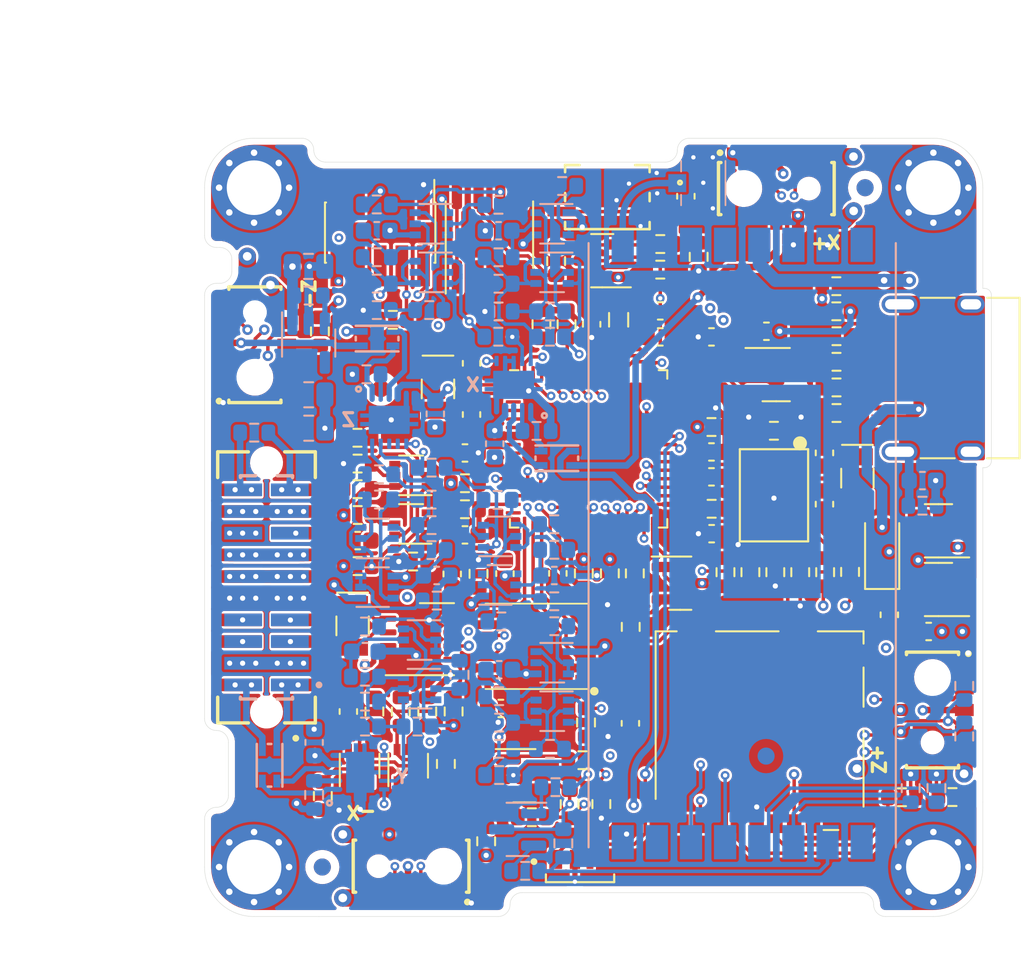
<source format=kicad_pcb>
(kicad_pcb (version 20221018) (generator pcbnew)
  (layers (0 "F.Cu" power "Top") (1 "In1.Cu" mixed) (2 "In2.Cu" mixed) (31 "B.Cu" power "Bottom") (34 "B.Paste" user) (35 "F.Paste" user) (36 "B.SilkS" user "B.Silkscreen") (37 "F.SilkS" user "F.Silkscreen") (38 "B.Mask" user) (39 "F.Mask" user) (44 "Edge.Cuts" user))
  (net 0 "")
  (net 1 "GND")
  (net 2 "MISO")
  (net 3 "SCK")
  (net 4 "MOSI")
  (net 5 "Net-(U1-PA00)")
  (net 6 "+3V3")
  (net 7 "~{RESET}")
  (net 8 "WDT_WDI")
  (net 9 "BATT_P")
  (net 10 "SDA2")
  (net 11 "SDA1")
  (net 12 "SCL2")
  (net 13 "SCL1")
  (net 14 "BURN2")
  (net 15 "BURN1")
  (net 16 "M_FAULT")
  (net 17 "COIL1_P")
  (net 18 "COIL2_N")
  (net 19 "COIL3_P")
  (net 20 "COIL4_N")
  (net 21 "COIL5_P")
  (net 22 "COIL6_N")
  (net 23 "/BATTERY")
  (net 24 "Net-(U1-PA01)")
  (net 25 "Net-(U1-VDDCORE)")
  (net 26 "Net-(U11-VDD)")
  (net 27 "Net-(J4-SHIELD)")
  (net 28 "Net-(Q1B-G1)")
  (net 29 "Net-(Q3B-G1)")
  (net 30 "Net-(Q5B-G1)")
  (net 31 "Net-(Q7B-G1)")
  (net 32 "SCL3")
  (net 33 "SDA3")
  (net 34 "SWCLK")
  (net 35 "SWDIO")
  (net 36 "USB_D-")
  (net 37 "USB_D+")
  (net 38 "RF_RST")
  (net 39 "RF_IO1")
  (net 40 "FLASH_SCK")
  (net 41 "FLASH_IO3")
  (net 42 "FLASH_IO2")
  (net 43 "FLASH_MISO")
  (net 44 "FLASH_MOSI")
  (net 45 "RF_CS")
  (net 46 "Net-(Q9B-G1)")
  (net 47 "Net-(Q11B-G1)")
  (net 48 "Net-(Q13B-G1)")
  (net 49 "Net-(Q15B-G1)")
  (net 50 "HI_POW")
  (net 51 "Net-(U7-OUT1)")
  (net 52 "Net-(U7-OUT2)")
  (net 53 "Net-(U8-OUT1)")
  (net 54 "Net-(U8-OUT2)")
  (net 55 "Net-(U9-OUT1)")
  (net 56 "Net-(U9-OUT2)")
  (net 61 "Net-(J2-ANT)")
  (net 63 "RF_IO0")
  (net 64 "PAYLOAD_EN")
  (net 65 "CAM_CS")
  (net 66 "SD_CS")
  (net 67 "COIL4_P")
  (net 68 "COIL3_N")
  (net 69 "COIL2_P")
  (net 70 "COIL1_N")
  (net 72 "Net-(J4-CC1)")
  (net 74 "SCL_M1")
  (net 75 "Net-(J4-CC2)")
  (net 77 "Net-(U1-VSW)")
  (net 78 "SDA_M1")
  (net 79 "Net-(Q1A-G2)")
  (net 80 "Net-(Q1A-D1)")
  (net 81 "SCL_M2")
  (net 82 "Net-(Q2A-B1)")
  (net 83 "Net-(Q3A-G2)")
  (net 84 "SCL_M3")
  (net 85 "Net-(Q3A-D1)")
  (net 86 "Net-(Q4A-B1)")
  (net 87 "SDA_M2")
  (net 88 "Net-(Q5A-G2)")
  (net 89 "Net-(Q5A-D1)")
  (net 90 "SDA_M3")
  (net 91 "Net-(Q6A-B1)")
  (net 92 "Net-(Q7A-G2)")
  (net 93 "Net-(Q7A-D1)")
  (net 94 "Net-(Q8A-B1)")
  (net 95 "Net-(Q9A-G2)")
  (net 96 "Net-(Q10B-B2)")
  (net 97 "Net-(Q10A-B1)")
  (net 98 "Net-(Q11A-G2)")
  (net 99 "Net-(Q11A-D1)")
  (net 100 "Net-(Q12A-B1)")
  (net 101 "Net-(Q13A-G2)")
  (net 102 "RF_MISO")
  (net 103 "Net-(Q13A-D1)")
  (net 104 "Net-(Q14A-B1)")
  (net 105 "RF_SCK")
  (net 106 "RF_MOSI")
  (net 107 "Net-(Q15A-G2)")
  (net 108 "Net-(Q15A-D1)")
  (net 109 "Net-(Q16A-B1)")
  (net 110 "Net-(Q17-B)")
  (net 111 "Net-(Q17-E)")
  (net 112 "Net-(Q19-B)")
  (net 113 "Net-(Q19-E)")
  (net 114 "Net-(U2-~{RESET})")
  (net 115 "DBus+")
  (net 116 "DBus-")
  (net 117 "/DN")
  (net 118 "/DP")
  (net 119 "Net-(U3-EN)")
  (net 120 "COIL5_N")
  (net 121 "COIL6_P")
  (net 122 "BATT_P_SW")
  (net 123 "BATT_N_SW")
  (net 124 "Net-(U7-ISENSE)")
  (net 125 "Net-(U8-ISENSE)")
  (net 126 "Net-(U9-ISENSE)")
  (net 130 "VUSB")
  (net 131 "VUSB_IN")
  (net 136 "SD_MISO")
  (net 137 "SD_SCK")
  (net 138 "SD_MOSI")
  (net 139 "IMU_RST")
  (net 144 "Net-(U2-~{MR})")
  (net 147 "SCL_RTC")
  (net 148 "SDA_RTC")
  (net 149 "FLASH_CS")
  (net 150 "UART_TX")
  (net 151 "UART_RX")
  (net 157 "Net-(U11-OSCI)")
  (net 158 "Net-(U11-OSCO)")
  (net 160 "WDT_EN")
  (net 161 "Net-(Q20-G)")
  (net 165 "Net-(Q21-S)")
  (net 166 "/ADPT_STAT")
  (net 167 "Net-(U12-CAP)")
  (net 168 "Net-(U12-XIN32)")
  (net 169 "Net-(U12-CLKSEL1{slash}XOUT32)")
  (net 170 "Net-(Q18-B)")
  (net 171 "Net-(Q18-E)")
  (net 172 "Net-(U12-BOOTN)")
  (net 173 "IMU_INT")
  (net 174 "IMU_CS")
  (net 175 "IMU_MOSI")
  (net 176 "IMU_MISO")
  (net 177 "IMU_SCK")
  (net 180 "Net-(D1-DIN)")
  (footprint "Resistor_SMD:R_0603_1608Metric" (layer "F.Cu") (at 126.82 82.9 180)
    (fp_text reference "R96" hide)
    (fp_text value "1K")
  )
  (footprint "Package_TO_SOT_SMD:SOT-23-6" (layer "F.Cu") (at 126 70.74 180)
    (fp_text reference "Q20" hide)
    (fp_text value "SQ3495EV-T1")
  )
  (footprint "Resistor_SMD:R_0603_1608Metric" (layer "F.Cu") (at 99.05 69.82 90)
    (fp_text reference "R15" hide)
    (fp_text value "1K")
  )
  (footprint "Resistor_SMD:R_0603_1608Metric" (layer "F.Cu") (at 95.22 69.1)
    (fp_text reference "R36" hide)
    (fp_text value "100K")
  )
  (footprint "Package_TO_SOT_SMD:SOT-363_SC-70-6" (layer "F.Cu") (at 94.93 81.064 90)
    (fp_text reference "Q4" hide)
    (fp_text value "MBT2222ADW1T1")
  )
  (footprint "Package_SON:HVSON-8-1EP_4x4mm_P0.8mm_EP2.2x3.1mm" (layer "F.Cu") (at 95.615 73.65)
    (fp_text reference "U11" hide)
    (fp_text value "PCF8523TK")
  )
  (footprint "Resistor_SMD:R_0603_1608Metric" (layer "F.Cu") (at 112.71 66.01 180)
    (fp_text reference "R81" hide)
    (fp_text value "10K")
  )
  (footprint "Resistor_SMD:R_0603_1608Metric" (layer "F.Cu") (at 120.82 69.71 -90)
    (fp_text reference "R88" hide)
    (fp_text value "DNI (0R)")
  )
  (footprint "Capacitor_SMD:C_0603_1608Metric" (layer "F.Cu") (at 91.9718 67.8744 180)
    (fp_text reference "C28" hide)
    (fp_text value "10nF")
  )
  (footprint "Capacitor_SMD:C_0603_1608Metric" (layer "F.Cu") (at 109.7 55.9392 180)
    (fp_text reference "C8" hide)
    (fp_text value "10uF")
  )
  (footprint "mainboard:SAMTEC_CLP-105-02-X-DH-A" (layer "F.Cu") (at 125.65 77.8 90)
    (fp_text reference "J7" hide)
    (fp_text value "CLP-105-02-X-DH-A" hide)
  )
  (footprint "Resistor_SMD:R_0603_1608Metric" (layer "F.Cu") (at 94.03 54.94 180)
    (fp_text reference "R12" hide)
    (fp_text value "1K")
  )
  (footprint "Connector_PinHeader_1.27mm:PinHeader_2x05_P1.27mm_Vertical_SMD" (layer "F.Cu") (at 93.29 49.83 -90)
    (fp_text reference "J1" hide)
    (fp_text value "Conn 02x05 1.27mm")
  )
  (footprint "Resistor_SMD:R_0603_1608Metric" (layer "F.Cu") (at 116.3575 61.44)
    (fp_text reference "R18" hide)
    (fp_text value "10K")
  )
  (footprint "Capacitor_SMD:C_0603_1608Metric" (layer "F.Cu") (at 112.71 67.47)
    (fp_text reference "C5" hide)
    (fp_text value "0.1uF")
  )
  (footprint "Resistor_SMD:R_0603_1608Metric" (layer "F.Cu") (at 98.2568 64.5136 180)
    (fp_text reference "R1" hide)
    (fp_text value "100K")
  )
  (footprint "Package_TO_SOT_SMD:SOT-23-6" (layer "F.Cu") (at 116.4925 58.15)
    (fp_text reference "U10" hide)
    (fp_text value "USBLC6-2SC6")
  )
  (footprint "Resistor_SMD:R_0603_1608Metric" (layer "F.Cu") (at 99.5 85.49 -90)
    (fp_text reference "R32" hide)
    (fp_text value "0R")
  )
  (footprint "Resistor_SMD:R_0603_1608Metric" (layer "F.Cu") (at 91.96 61.85 180)
    (fp_text reference "R35" hide)
    (fp_text value "680R")
  )
  (footprint "Resistor_SMD:R_0603_1608Metric" (layer "F.Cu") (at 107.97 72.93 -90)
    (fp_text reference "R84" hide)
    (fp_text value "0R")
  )
  (footprint "Resistor_SMD:R_0603_1608Metric" (layer "F.Cu") (at 111.95 51.25 -90)
    (fp_text reference "R11" hide)
    (fp_text value "100K")
  )
  (footprint "mainboard:SK6812-SIDE" (layer "F.Cu") (at 105 87.135)
    (fp_text reference "D1" hide)
    (fp_text value "SK6812-SIDE")
  )
  (footprint "Resistor_SMD:R_0603_1608Metric" (layer "F.Cu") (at 120.025 58.9 180)
    (fp_text reference "R29" hide)
    (fp_text value "22R")
  )
  (footprint "Capacitor_SMD:C_0603_1608Metric" (layer "F.Cu") (at 112.7 55.94)
    (fp_text reference "C4" hide)
    (fp_text value "0.1uF")
  )
  (footprint "mainboard:BNO085" (layer "F.Cu") (at 116.36265 65.22 -90)
    (fp_text reference "U12" hide)
    (fp_text value "BNO085")
  )
  (footprint "Capacitor_SMD:C_0603_1608Metric" (layer "F.Cu") (at 107.95 78.58 -90)
    (fp_text reference "C22" hide)
    (fp_text value "1uF")
  )
  (footprint "Connector_USB:USB_C_Receptacle_HRO_TYPE-C-31-M-12" (layer "F.Cu") (at 126.85 58.35 90)
    (fp_text reference "J4" hide)
    (fp_text value "USB_C_Receptacle_USB2.0")
  )
  (footprint "Resistor_SMD:R_0603_1608Metric" (layer "F.Cu") (at 108.21 69.795 90)
    (fp_text reference "R9" hide)
    (fp_text value "10K")
  )
  (footprint "mainboard:microSD_104031-0811" (layer "F.Cu") (at 115.54 79.01 180)
    (fp_text reference "J3" hide)
    (fp_text value "Micro_SD_Card")
  )
  (footprint "Resistor_SMD:R_0603_1608Metric" (layer "F.Cu") (at 91.9668 63.3622)
    (fp_text reference "R37" hide)
    (fp_text value "10K")
  )
  (footprint "Resistor_SMD:R_0603_1608Metric" (layer "F.Cu") (at 120.025 55.9 180)
    (fp_text reference "R25" hide)
    (fp_text value "5.1K")
  )
  (footprint "Resistor_SMD:R_0603_1608Metric" (layer "F.Cu") (at 105.2226 69.7944 -90)
    (fp_text reference "R5" hide)
    (fp_text value "10K")
  )
  (footprint "Resistor_SMD:R_0603_1608Metric" (layer "F.Cu") (at 106.7466 69.7944 -90)
    (fp_text reference "R6" hide)
    (fp_text value "10K")
  )
  (footprint "Resistor_SMD:R_0603_1608Metric" (layer "F.Cu") (at 97.14 80.96 90)
    (fp_text reference "R40" hide)
    (fp_text value "680R")
  )
  (footprint "Resistor_SMD:R_0603_1608Metric" (layer "F.Cu") (at 91.97 69.37)
    (fp_text reference "R33" hide)
    (fp_text value "DNI (0R)")
  )
  (footprint "Resistor_SMD:R_0603_1608Metric" (layer "F.Cu") (at 96.0476 77.888 -90)
    (fp_text reference "R42" hide)
    (fp_text value "10K")
  )
  (footprint "Resistor_SMD:R_0603_1608Metric" (layer "F.Cu") (at 112.7 61.22)
    (fp_text reference "R17" hide)
    (fp_text value "10K")
  )
  (footprint "Capacitor_SMD:C_0603_1608Metric" (layer "F.Cu") (at 100.6 69.81 90)
    (fp_text reference "C17" hide)
    (fp_text value "10uF")
  )
  (footprint "Resistor_SMD:R_0603_1608Metric" (layer "F.Cu") (at 123.86 82.91)
    (fp_text reference "R97" hide)
    (fp_text value "1K")
  )
  (footprint "mainboard:SAMTEC_CLP-105-02-X-DH-A" (layer "F.Cu") (at 116.5 47.25 180)
    (fp_text reference "J9" hide)
    (fp_text value "CLP-105-02-X-DH-A" hide)
  )
  (footprint "Capacitor_SMD:C_0603_1608Metric" (layer "F.Cu") (at 109.7 54.4152)
    (fp_text reference "C9" hide)
    (fp_text value "1uF")
  )
  (footprint "custom-footprints:pycubed_mini_half" (layer "F.Cu") (at 115.78 76.59)
    (fp_text reference "Ref**" hide)
    (fp_text value "Val**" hide)
  )
  (footprint "mainboard:SMT_1045822_WRE" (layer "F.Cu") (at 106.6 47.7488)
    (fp_text reference "SW1" hide)
    (fp_text value "434331045822")
  )
  (footprint "Resistor_SMD:R_0603_1608Metric" (layer "F.Cu") (at 94.4982 77.889 -90)
    (fp_text reference "R43" hide)
    (fp_text value "10K")
  )
  (footprint "Capacitor_SMD:C_0603_1608Metric" (layer "F.Cu") (at 112.7 62.68 180)
    (fp_text reference "C21" hide)
    (fp_text value "0.1uF")
  )
  (footprint "Resistor_SMD:R_0603_1608Metric" (layer "F.Cu") (at 117.9 69.725 90)
    (fp_text reference "R82" hide)
    (fp_text value "10K")
  )
  (footprint "Fiducial:Fiducial_1mm_Mask2mm" (layer "F.Cu") (at 89.9 87)
    (fp_text reference "REF**" hide)
    (fp_text value "Fiducial_1mm_Mask2mm")
  )
  (footprint "Package_TO_SOT_SMD:SOT-23" (layer "F.Cu") (at 101.7375 81.65)
    (fp_text reference "Q19" hide)
    (fp_text value "MMBT2907")
  )
  (footprint "Capacitor_SMD:C_0603_1608Metric" (layer "F.Cu") (at 98.6425 60.4875 -90)
    (fp_text reference "C7" hide)
    (fp_text value "4pF")
  )
  (footprint "Capacitor_SMD:C_0603_1608Metric" (layer "F.Cu") (at 112.7 64.14 180)
    (fp_text reference "C36" hide)
    (fp_text value "0.1uF")
  )
  (footprint "Capacitor_SMD:C_0603_1608Metric" (layer "F.Cu") (at 98.2568 62.74 180)
    (fp_text reference "C2" hide)
    (fp_text value "0.1uF")
  )
  (footprint "Package_TO_SOT_SMD:SOT-363_SC-70-6" (layer "F.Cu") (at 95.0968 64.0522 180)
    (fp_text reference "Q2" hide)
    (fp_text value "MBT2222ADW1T1")
  )
  (footprint "Inductor_SMD:L_0805_2012Metric" (layer "F.Cu") (at 107.26 54.9375 -90)
    (fp_text reference "L1" hide)
    (fp_text value "10uH")
  )
  (footprint "mainboard:SAMTEC_TFM-110-12-X-D-A" (layer "F.Cu") (at 86.63 70.615 90)
    (fp_text reference "J6" hide)
    (fp_text value "TFM-110-12-X-D-A")
  )
  (footprint "Capacitor_SMD:C_0603_1608Metric" (layer "F.Cu") (at 103.7 69.7944 -90)
    (fp_text reference "C1" hide)
    (fp_text value "0.1uF")
  )
  (footprint "Resistor_SMD:R_0603_1608Metric" (layer "F.Cu") (at 109.7 52)
    (fp_text reference "R100" hide)
    (fp_text value "200K")
  )
  (footprint "Resistor_SMD:R_0603_1608Metric" (layer "F.Cu") (at 104.39 83.32 90)
    (fp_text reference "R98" hide)
    (fp_text value "DNI (0R)")
  )
  (footprint "Resistor_SMD:R_0603_1608Metric" (layer "F.Cu") (at 120.015 52.97)
    (fp_text reference "R27" hide)
    (fp_text value "100K")
  )
  (footprint "Capacitor_SMD:C_0603_1608Metric" (layer "F.Cu") (at 111.2 47.7 90)
    (fp_text reference "C11" hide)
    (fp_text value "1uF")
  )
  (footprint "Capacitor_SMD:C_0603_1608Metric" (layer "F.Cu") (at 123.12 72.2225 -90)
    (fp_text reference "C12" hide)
    (fp_text value "1uF")
  )
  (footprint "Package_SO:SOIC-8_3.9x4.9mm_P1.27mm" (layer "F.Cu") (at 99.69 49.95 90)
    (fp_text reference "U2" hide)
    (fp_text value "MAX706RESA+")
  )
  (footprint "Package_TO_SOT_SMD:SOT-363_SC-70-6" (layer "F.Cu") (at 92.0852 81.064 90)
    (fp_text reference "Q3" hide)
    (fp_text value "NX3008NBKS")
  )
  (footprint "Resistor_SMD:R_0603_1608Metric" (layer "F.Cu") (at 105.14 80.74)
    (fp_text reference "R95" hide)
    (fp_text value "4.7K")
  )
  (footprint "Resistor_SMD:R_0603_1608Metric" (layer "F.Cu") (at 114.98 69.725 -90)
    (fp_text reference "R87" hide)
    (fp_text value "1K")
  )
  (footprint "Resistor_SMD:R_0603_1608Metric" (layer "F.Cu") (at 102.74 55.2 90)
    (fp_text reference "R8" hide)
    (fp_text value "10K")
  )
  (footprint "Resistor_SMD:R_0603_1608Metric" (layer "F.Cu") (at 89.76 55.62 90)
    (fp_text reference "R31" hide)
    (fp_text value "0R")
  )
  (footprint "Package_TO_SOT_SMD:SOT-23" (layer "F.Cu") (at 110.87 70.37)
    (fp_text reference "Q17" hide)
    (fp_text value "MMBT2907")
  )
  (footprint "mainboard:SAMTEC_CLP-105-02-X-DH-A" (layer "F.Cu") (at 85.95 56.4 -90)
    (fp_text reference "J8" hide)
    (fp_text value "CLP-105-02-X-DH-A" hide)
  )
  (footprint "mainboard:MountingHole" (layer "F.Cu") (at 125.700465 87.000155)
    (fp_text reference "H2" hide)
    (fp_text value "MountingHole_Pad")
  )
  (footprint "Resistor_SMD:R_0603_1608Metric" (layer "F.Cu") (at 116.44 69.725 90)
    (fp_text reference "R83" hide)
    (fp_text value "10K")
  )
  (footprint "Capacitor_SMD:C_0603_1608Metric" (layer "F.Cu") (at 98.6425 57.4875 -90)
    (fp_text reference "C6" hide)
    (fp_text value "4pF")
  )
  (footprint "Resistor_SMD:R_0603_1608Metric" (layer "F.Cu") (at 120.015 54.44 180)
    (fp_text reference "R26" hide)
    (fp_text value "0R")
  )
  (footprint "Resistor_SMD:R_0603_1608Metric" (layer "F.Cu") (at 102.175 84.08)
    (fp_text reference "R94" hide)
    (fp_text value "0R")
  )
  (footprint "mainboard:MountingHole" (layer "F.Cu") (at 85.900445 87.000155)
    (fp_text reference "H3" hide)
    (fp_text value "MountingHole_Pad")
  )
  (footprint "Resistor_SMD:R_0603_1608Metric" (layer "F.Cu") (at 119.36 69.725 -90)
    (fp_text reference "R86" hide)
    (fp_text value "1K")
  )
  (footprint "Resistor_SMD:R_0603_1608Metric" (layer "F.Cu") (at 106.2482 83.312 90)
    (fp_text reference "R19" hide)
    (fp_text value "10K")
  )
  (footprint "Package_TO_SOT_SMD:SOT-363_SC-70-6" (layer "F.Cu") (at 95.0968 66.897 180)
    (fp_text reference "Q1" hide)
    (fp_text value "NX3008NBKS")
  )
  (footprint "Resistor_SMD:R_0603_1608Metric" (layer "F.Cu") (at 113.52 69.725 90)
    (fp_text reference "R85" hide)
    (fp_text value "4.7K")
  )
  (footprint "Resistor_SMD:R_0603_1608Metric" (layer "F.Cu") (at 104.21 55.2 90)
    (fp_text reference "R7" hide)
    (fp_text value "10K")
  )
  (footprint "Capacitor_SMD:C_0603_1608Metric" (layer "F.Cu") (at 98.2568 67.54 180)
    (fp_text reference "C10" hide)
    (fp_text value "0.1uF")
  )
  (footprint "Resistor_SMD:R_0603_1608Metric" (layer "F.Cu") (at 103.6 51.5 -90)
    (fp_text reference "R13" hide)
    (fp_text value "0R")
  )
  (footprint "Fiducial:Fiducial_1mm_Mask2mm" (layer "F.Cu") (at 93.325 58.975)
    (fp_text reference "REF**" hide)
    (fp_text value "Fiducial_1mm_Mask2mm")
  )
  (footprint "Package_TO_SOT_SMD:SOT-23" (layer "F.Cu") (at 106.3 51.475 180)
    (fp_text reference "Q21" hide)
    (fp_text value "IRLML2803")
  )
  (footprint "Resistor_SMD:R_0603_1608Metric" (layer "F.Cu") (at 97.593 77.8852 -90)
    (fp_text reference "R34" hide)
    (fp_text value "DNI (0R)")
  )
  (footprint "Package_DFN_QFN:QFN-64-1EP_9x9mm_P0.5mm_EP4.7x4.7mm" (layer "F.Cu") (at 105.5 62.5)
    (fp_text reference "U1" hide)
    (fp_text value "ATSAMD51J19A-M")
  )
  (footprint "Resistor_SMD:R_0603_1608Metric" (layer "F.Cu") (at 120.025 57.4)
    (fp_text reference "R28" hide)
    (fp_text value "22R")
  )
  (footprint "Crystal:Crystal_SMD_MicroCrystal_CC7V-T1A-2Pin_3.2x1.5mm" (layer "F.Cu") (at 91.675 72.87 -90)
    (fp_text reference "Y2" hide)
    (fp_text value "32.768kHz/7pF")
  )
  (footprint "Capacitor_SMD:C_0603_1608Metric" (layer "F.Cu") (at 100.2 54.45)
    (fp_text reference "C13" hide)
    (fp_text value "0.1uF")
  )
  (footprint "Resistor_SMD:R_0603_1608Metric" (layer "F.Cu") (at 120.025 60.4 180)
    (fp_text reference "R24" hide)
    (fp_text value "5.1K")
  )
  (footprint "Crystal:Crystal_SMD_MicroCrystal_CC7V-T1A-2Pin_3.2x1.5mm" (layer "F.Cu") (at 121.25 64.215 -90)
    (fp_text reference "Y3" hide)
    (fp_text value "32.768kHz/12.5pF")
  )
  (footprint "mainboard:SAMTEC_CLP-105-02-X-DH-A" (layer "F.Cu") (at 95.1 86.95)
    (fp_text reference "J10" hide)
    (fp_text value "CLP-105-02-X-DH-A" hide)
  )
  (footprint "Resistor_SMD:R_0603_1608Metric" (layer "F.Cu") (at 89.93 82.84 90)
    (fp_text reference "R41" hide)
    (fp_text value "100K")
  )
  (footprint "Capacitor_SMD:C_0603_1608Metric" (layer "F.Cu") (at 115.92 55.61)
    (fp_text reference "C27" hide)
    (fp_text value "0.1uF")
  )
  (footprint "Capacitor_SMD:C_0603_1608Metric" (layer "F.Cu") (at 91.4248 77.889 90)
    (fp_text reference "C29" hide)
    (fp_text value "10nF")
  )
  (footprint "Capacitor_SMD:C_0603_1608Metric" (layer "F.Cu") (at 119.32 65.74 -90)
    (fp_text reference "C38" hide)
    (fp_text value "22pF")
  )
  (footprint "Capacitor_SMD:C_0603_1608Metric" (layer "F.Cu") (at 97.51 69.83 -90)
    (fp_text reference "C18" hide)
    (fp_text value "10uF")
  )
  (footprint "Fiducial:Fiducial_1mm_Mask2mm" (layer "F.Cu") (at 121.7 47.2)
    (fp_text reference "REF**" hide)
    (fp_text value "Fiducial_1mm_Mask2mm")
  )
  (footprint "mainboard:MountingHole" (layer "F.Cu") (at 85.900445 47.199786)
    (fp_text reference "H4" hide)
    (fp_text value "MountingHole_Pad")
  )
  (footprint "Capacitor_SMD:C_0603_1608Metric" (layer "F.Cu") (at 105.68 55.2 90)
    (fp_text reference "C3" hide)
    (fp_text value "0.1uF")
  )
  (footprint "Diode_SMD:D_SOD-123F" (layer "F.Cu") (at 122.7 68.5 90)
    (fp_text reference "D2" hide)
    (fp_text value "MBR1020VL-AU_R1")
  )
  (footprint "Resistor_SMD:R_0603_1608Metric" (layer "F.Cu") (at 98.2568 66.0376)
    (fp_text reference "R2" hide)
    (fp_text value "100K")
  )
  (footprint "Resistor_SMD:R_0603_1608Metric" (layer "F.Cu") (at 109.7 50.5 180)
    (fp_text reference "R99" hide)
    (fp_text value "DNI (0R)")
  )
  (footprint "Capacitor_SMD:C_0603_1608Metric" (layer "F.Cu") (at 125.425 73.2 180)
    (fp_text reference "C20" hide)
    (fp_text value "1uF")
  )
  (footprint "mainboard:MountingHole" (layer "F.Cu") (at 125.700465 47.199786)
    (fp_text reference "H1" hide)
    (fp_text value "MountingHole_Pad")
  )
  (footprint "Resistor_SMD:R_0603_1608Metric" (layer "F.Cu") (at 91.9668 64.8608)
    (fp_text reference "R38" hide)
    (fp_text value "10K")
  )
  (footprint "mainboard:MR25H40DF" (layer "F.Cu") (at 102.46 74.07 180)
    (fp_text reference "U4" hide)
    (fp_text value "MR25H40")
  )
  (footprint "Capacitor_SMD:C_0603_1608Metric" (layer "F.Cu") (at 119.32 62.735 -90)
    (fp_text reference "C37" hide)
    (fp_text value "22pF")
  )
  (footprint "Resistor_SMD:R_0603_1608Metric" (layer "F.Cu") (at 91.9718 66.3758)
    (fp_text reference "R39" hide)
    (fp_text value "200K")
  )
  (footprint "Package_TO_SOT_SMD:TSOT-23-6" (layer "F.Cu") (at 126 67.3 180)
    (fp_text reference "U5" hide)
    (fp_text value "LTC4412xS6")
  )
  (footprint "Resistor_SMD:R_0603_1608Metric" (layer "F.Cu") (at 92.9488 77.888 -90)
    (fp_text reference "R44" hide)
    (fp_text value "200K")
  )
  (footprint "Crystal:Crystal_SMD_MicroCrystal_CC7V-T1A-2Pin_3.2x1.5mm" (layer "F.Cu") (at 96.6757 58.9875 -90)
    (fp_text reference "Y1" hide)
    (fp_text value "32.768kHz/7pF")
  )
  (footprint "Resistor_SMD:R_0603_1608Metric" (layer "F.Cu") (at 105.35 78.53 90)
    (fp_text reference "R16" hide)
    (fp_text value "10K")
  )
  (footprint "Capacitor_SMD:C_0603_1608Metric" (layer "F.Cu") (at 100.36 77.71)
    (fp_text reference "C19" hide)
    (fp_text value "0.1uF")
  )
  (footprint "Resistor_SMD:R_0603_1608Metric" (layer "B.Cu") (at 103.2388 80.0736 180)
    (fp_text reference "R71" hide)
    (fp_text value "680R")
  )
  (footprint "mainboard:VSON-10" (layer "B.Cu") (at 93.82 60.8 -90)
    (fp_text reference "U8" hide)
    (fp_text value "DRV8830DRC")
  )
  (footprint "mainboard:RFM98PW" (layer "B.Cu") (at 115 68.145 90)
    (fp_text reference "U6" hide)
    (fp_text value "RFM98PW")
  )
  (footprint "Resistor_SMD:R_0603_1608Metric" (layer "B.Cu") (at 125.88 82.38 90)
    (fp_text reference "R91" hide)
    (fp_text value "1K")
  )
  (footprint "Capacitor_SMD:C_0603_1608Metric" (layer "B.Cu") (at 93.0894 49.7202)
    (fp_text reference "C31" hide)
    (fp_text value "10nF")
  )
  (footprint "Package_TO_SOT_SMD:SOT-23" (layer "B.Cu") (at 101.345 84.795 180)
    (fp_text reference "Q18" hide)
    (fp_text value "MMBT2907")
  )
  (footprint "Resistor_SMD:R_0603_1608Metric" (layer "B.Cu") (at 97.94 75.74 90)
    (fp_text reference "R76" hide)
    (fp_text value "680R")
  )
  (footprint "Resistor_SMD:R_0603_1608Metric" (layer "B.Cu") (at 96.3 68.43)
    (fp_text reference "R63" hide)
    (fp_text value "200K")
  )
  (footprint "Resistor_SMD:R_0603_1608Metric" (layer "B.Cu") (at 95.48 78.77)
    (fp_text reference "R70" hide)
    (fp_text value "DNI (0R)")
  )
  (footprint "Resistor_SMD:R_0603_1608Metric" (layer "B.Cu") (at 100.17 65.49)
    (fp_text reference "R64" hide)
    (fp_text value "680R")
  )
  (footprint "Fiducial:Fiducial_1mm_Mask2mm" (layer "B.Cu") (at 89.9 87 180)
    (fp_text reference "REF**" hide)
    (fp_text value "Fiducial_1mm_Mask2mm")
  )
  (footprint "Package_TO_SOT_SMD:SOT-363_SC-70-6" (layer "B.Cu") (at 96.2908 52.1586 180)
    (fp_text reference "Q8" hide)
    (fp_text value "MBT2222ADW1T1")
  )
  (footprint "mainboard:SAMTEC_SFC-110-T2-X-D-A" (layer "B.Cu") (at 86.63 70.615 -90)
    (fp_text reference "J5" hide)
    (fp_text value "SFC-110-T2-X-D-A")
  )
  (footprint "Capacitor_SMD:C_0603_1608Metric" (layer "B.Cu") (at 100.225 49.7202 180)
    (fp_text reference "C30" hide)
    (fp_text value "10nF")
  )
  (footprint "Resistor_SMD:R_0603_1608Metric" (layer "B.Cu") (at 92.485 58.13)
    (fp_text reference "R21" hide)
    (fp_text value "0R")
  )
  (footprint "Package_TO_SOT_SMD:SOT-363_SC-70-6" (layer "B.Cu") (at 95.6 76.55 180)
    (fp_text reference "Q16" hide)
    (fp_text value "MBT2222ADW1T1")
  )
  (footprint "Resistor_SMD:R_0603_1608Metric" (layer "B.Cu") (at 85.91 61.55 180)
    (fp_text reference "R30" hide)
    (fp_text value "0R")
  )
  (footprint "Package_TO_SOT_SMD:SOT-363_SC-70-6" (layer "B.Cu") (at 103.37 77.87 180)
    (fp_text reference "Q14" hide)
    (fp_text value "MBT2222ADW1T1")
  )
  (footprint "Resistor_SMD:R_0603_1608Metric" (layer "B.Cu") (at 103.24 54.45 180)
    (fp_text reference "R47" hide)
    (fp_text value "680R")
  )
  (footprint "Capacitor_SMD:C_0603_1608Metric" (layer "B.Cu") (at 89.42 79.7 90)
    (fp_text reference "C25" hide)
    (fp_text value "0.1uF")
  )
  (footprint "Resistor_SMD:R_0603_1608Metric" (layer "B.Cu") (at 103.49 71.43 180)
    (fp_text reference "R66" hide)
    (fp_text value "10K")
  )
  (footprint "Resistor_SMD:R_0603_1608Metric" (layer "B.Cu") (at 92.4 72.91)
    (fp_text reference "R77" hide)
    (fp_text value "100K")
  )
  (footprint "Resistor_SMD:R_0603_1608Metric" (layer "B.Cu") (at 127.51 76.39 90)
    (fp_text reference "R3" hide)
    (fp_text value "10K")
  )
  (footprint "Package_TO_SOT_SMD:SOT-363_SC-70-6" (layer "B.Cu") (at 103.37 75.03 180)
    (fp_text reference "Q13" hide)
    (fp_text value "NX3008NBKS")
  )
  (footprint "Resistor_SMD:R_0603_1608Metric" (layer "B.Cu") (at 127.51 79.35 -90)
    (fp_text reference "R4" hide)
    (fp_text value "10K")
  )
  (footprint "Resistor_SMD:R_0603_1608Metric" (layer "B.Cu") (at 104.02 85.615 90)
    (fp_text reference "R93" hide)
    (fp_text value "DNI (0R)")
  )
  (footprint "Package_TO_SOT_SMD:SOT-23-5" (layer "B.Cu") (at 89.1 56.3 -90)
    (fp_text reference "U3" hide)
    (fp_text value "AP2112K-3.3")
  )
  (footprint "Resistor_SMD:R_0603_1608Metric" (layer "B.Cu") (at 103.235 55.93)
    (fp_text reference "R45" hide)
    (fp_text value "DNI (0R)")
  )
  (footprint "Capacitor_SMD:C_0603_1608Metric" (layer "B.Cu") (at 103.49 69.92)
    (fp_text reference "C33" hide)
    (fp_text value "10nF")
  )
  (footprint "Resistor_SMD:R_0603_1608Metric" (layer "B.Cu") (at 125.06 65.83 180)
    (fp_text reference "R23" hide)
    (fp_text value "1M")
  )
  (footprint "Resistor_SMD:R_0603_1608Metric" (layer "B.Cu") (at 103.4882 66.916 180)
    (fp_text reference "R67" hide)
    (fp_text value "10K")
  )
  (footprint "Fiducial:Fiducial_1mm_Mask2mm" (layer "B.Cu") (at 115.9 80.5 180)
    (fp_text reference "REF**" hide)
    (fp_text value "Fiducial_1mm_Mask2mm")
  )
  (footprint "Resistor_SMD:R_0603_1608Metric" (layer "B.Cu") (at 93.0894 52.819)
    (fp_text reference "R55" hide)
    (fp_text value "10K")
  )
  (footprint "Resistor_SMD:R_0603_1608Metric" (layer "B.Cu") (at 89.1 53.52)
    (fp_text reference "R14" hide)
    (fp_text value "10K")
  )
  (footprint "Resistor_SMD:R_0603_1608Metric" (layer "B.Cu") (at 93.0894 51.2696)
    (fp_text reference "R56" hide)
    (fp_text value "200K")
  )
  (footprint "Resistor_SMD:R_0603_1608Metric" (layer "B.Cu") (at 101.785 87.225)
    (fp_text reference "R89" hide)
    (fp_text value "0R")
  )
  (footprint "Capacitor_SMD:C_0805_2012Metric" (layer "B.Cu") (at 89.1 61.29)
    (fp_text reference "C15" hide)
    (fp_text value "10uF")
  )
  (footprint "Resistor_SMD:R_0603_1608Metric" (layer "B.Cu") (at 100.21 55.93 180)
    (fp_text reference "R46" hide)
    (fp_text value "DNI (0R)")
  )
  (footprint "Resistor_SMD:R_0603_1608Metric" (layer "B.Cu") (at 100.225 52.825)
    (fp_text reference "R50" hide)
    (fp_text value "10K")
  )
  (footprint "Package_TO_SOT_SMD:SOT-363_SC-70-6" (layer "B.Cu") (at 96.2908 49.3138 180)
    (fp_text reference "Q7" hide)
    (fp_text value "NX3008NBKS")
  )
  (footprint "Resistor_SMD:R_0603_1608Metric" (layer "B.Cu") (at 96.6 71.39 180)
    (fp_text reference "R60" hide)
    (fp_text value "100K")
  )
  (footprint "Resistor_SMD:R_0603_1608Metric" (layer "B.Cu") (at 103.49 72.89)
    (fp_text reference "R72" hide)
    (fp_text value "100K")
  )
  (footprint "Package_TO_SOT_SMD:SOT-363_SC-70-6" (layer "B.Cu") (at 103.36 52.1586 180)
    (fp_text reference "Q6" hide)
    (fp_text value "MBT2222ADW1T1")
  )
  (footprint "Package_TO_SOT_SMD:SOT-363_SC-70-6" (layer "B.Cu") (at 100.2878 67.6272)
    (fp_text reference "Q12" hide)
    (fp_text value "MBT2222ADW1T1")
  )
  (footprint "Resistor_SMD:R_0603_1608Metric" (layer "B.Cu") (at 96.3 63.6)
    (fp_text reference "R58" hide)
    (fp_text value "DNI (0R)")
  )
  (footprint "Capacitor_SMD:C_0805_2012Metric" (layer "B.Cu") (at 89.09 51.81)
    (fp_text reference "C14" hide)
    (fp_text value "10uF")
  )
  (footprint "Package_TO_SOT_SMD:SOT-363_SC-70-6" (layer "B.Cu") (at 93.0996 67.75)
    (fp_text reference "Q10" hide)
    (fp_text value "MBT2222ADW1T1")
  )
  (footprint "Resistor_SMD:R_0603_1608Metric" (layer "B.Cu") (at 100.26 80.0736)
    (fp_text reference "R73" hide)
    (fp_text value "10K")
  )
  (footprint "Capacitor_SMD:C_0603_1608Metric" (layer "B.Cu") (at 100.26 75.4404)
    (fp_text reference "C34" hide)
    (fp_text value "10nF")
  )
  (footprint "mainboard:VSON-10" (layer "B.Cu") (at 101.11 58.75 90)
    (fp_text reference "U7" hide)
    (fp_text value "DRV8830DRC")
  )
  (footprint "Capacitor_SMD:C_0603_1608Metric" (layer "B.Cu") (at 125.06 64.36 180)
    (fp_text reference "C26" hide)
    (fp_text value "4.7nF")
  )
  (footprint "Capacitor_SMD:C_0603_1608Metric" (layer "B.Cu") (at 96.6 69.92)
    (fp_text reference "C32" hide)
    (fp_text value "10nF")
  )
  (footprint "Package_TO_SOT_SMD:SOT-363_SC-70-6" (layer "B.Cu") (at 93.1 70.6)
    (fp_text reference "Q9" hide)
    (fp_text value "NX3008NBKS")
  )
  (footprint "Resistor_SMD:R_0603_1608Metric" (layer "B.Cu") (at 93.22 65.47)
    (fp_text reference "R59" hide)
    (fp_text value "680R")
  )
  (footprint "Resistor_SMD:R_0603_1608Metric" (layer "B.Cu") (at 100.26 78.54)
    (fp_text reference "R74" hide)
    (fp_text value "10K")
  )
  (footprint "Capacitor_SMD:C_0805_2012Metric" (layer "B.Cu") (at 89.1 59.33)
    (fp_text reference "C16" hide)
    (fp_text value "1uF")
  )
  (footprint "Resistor_SMD:R_0603_1608Metric" (layer "B.Cu") (at 96.3 66.9668 180)
    (fp_text reference "R62" hide)
    (fp_text value "10K")
  )
  (footprint "mainboard:VSON-10" (layer "B.Cu") (at 92.12 81.45)
    (fp_text reference "U9" hide)
    (fp_text value "DRV8830DRC")
  )
  (footprint "Resistor_SMD:R_0603_1608Metric" (layer "B.Cu") (at 100.225 54.45)
    (fp_text reference "R49" hide)
    (fp_text value "10K")
  )
  (footprint "Resistor_SMD:R_0603_1608Metric" (layer "B.Cu") (at 93.0904 54.3684)
    (fp_text reference "R54" hide)
    (fp_text value "10K")
  )
  (footprint "Resistor_SMD:R_0603_1608Metric" (layer "B.Cu") (at 96.3 65.475 180)
    (fp_text reference "R61" hide)
    (fp_text value "10K")
  )
  (footprint "Resistor_SMD:R_0603_1608Metric" (layer "B.Cu") (at 92.4 77.31)
    (fp_text reference "R78" hide)
    (fp_text value "10K")
  )
  (footprint "Package_TO_SOT_SMD:SOT-363_SC-70-6" (layer "B.Cu") (at 103.36 49.3138 180)
    (fp_text reference "Q5" hide)
    (fp_text value "NX3008NBKS")
  )
  (footprint "Capacitor_SMD:C_0603_1608Metric" (layer "B.Cu") (at 92.4 74.38)
    (fp_text reference "C35" hide)
    (fp_text value "10nF")
  )
  (footprint "Resistor_SMD:R_0603_1608Metric" (layer "B.Cu") (at 102.45 61.45 180)
    (fp_text reference "R20" hide)
    (fp_text value "0R")
  )
  (footprint "Capacitor_SMD:C_0603_1608Metric" (layer "B.Cu") (at 100 62.2 -90)
    (fp_text reference "C23" hide)
    (fp_text value "0.1uF")
  )
  (footprint "Resistor_SMD:R_0603_1608Metric" (layer "B.Cu") (at 96.1638 54.3684 180)
    (fp_text reference "R52" hide)
    (fp_text value "680R")
  )
  (footprint "Package_TO_SOT_SMD:SOT-363_SC-70-6" (layer "B.Cu") (at 95.6 73.7 180)
    (fp_text reference "Q15" hide)
    (fp_text value "NX3008NBKS")
  )
  (footprint "Package_TO_SOT_SMD:SOT-363_SC-70-6" (layer "B.Cu") (at 100.2878 70.472)
    (fp_text reference "Q11" hide)
    (fp_text value "NX3008NBKS")
  )
  (footprint "mainboard:SRF2012" (layer "B.Cu") (at 103.64 63.05)
    (fp_text reference "FL1" hide)
    (fp_text value "SRF2012")
  )
  (footprint "Resistor_SMD:R_0603_1608Metric" (layer "B.Cu") (at 103.95 47.1)
    (fp_text reference "R48" hide)
    (fp_text value "100K")
  )
  (footprint "Resistor_SMD:R_0603_1608Metric" (layer "B.Cu") (at 92.4 75.85 180)
    (fp_text reference "R80" hide)
    (fp_text value "200K")
  )
  (footprint "Resistor_SMD:R_0603_1608Metric" (layer "B.Cu") (at 100.39 72.61 180)
    (fp_text reference "R65" hide)
    (fp_text value "100K")
  )
  (footprint "Resistor_SMD:R_0603_1608Metric" (layer "B.Cu") (at 124.37 82.38 90)
    (fp_text reference "R92" hide)
    (fp_text value "1K")
  )
  (footprint "mainboard:U.FL-R-SMT-1" (layer "B.Cu") (at 112.22 46.93 90)
    (fp_text reference "J2" hide)
    (fp_text value "U.FL-R-SMT-1" hide)
  )
  (footprint "Resistor_SMD:R_0603_1608Metric" (layer "B.Cu") (at 93.22 63.99 180)
    (fp_text reference "R57" hide)
    (fp_text value "DNI (0R)")
  )
  (footprint "Resistor_SMD:R_0603_1608Metric" (layer "B.Cu") (at 92.4 78.77)
    (fp_text reference "R79" hide)
    (fp_text value "10K")
  )
  (footprint "Resistor_SMD:R_0603_1608Metric" (layer "B.Cu") (at 93.09 48.18)
    (fp_text reference "R10" hide)
    (fp_text value "10K")
  )
  (footprint "mainboard:SRF2012" (layer "B.Cu") (at 93.11 56.04 180)
    (fp_text reference "FL2" hide)
    (fp_text value "SRF2012")
  )
  (footprint "Resistor_SMD:R_0603_1608Metric" (layer "B.Cu") (at 103.4882 68.4146 180)
    (fp_text reference "R68" hide)
    (fp_text value "200K")
  )
  (footprint "Resistor_SMD:R_0603_1608Metric" (layer "B.Cu") (at 89.42 82.775 90)
    (fp_text reference "R22" hide)
    (fp_text value "0R")
  )
  (footprint "Capacitor_SMD:C_0603_1608Metric" (layer "B.Cu") (at 96.52 60.452 -90)
    (fp_text reference "C24" hide)
    (fp_text value "0.1uF")
  )
  (footprint "mainboard:SRF2012" (layer "B.Cu") (at 86.81 81.04 90)
    (fp_text reference "FL3" hide)
    (fp_text value "SRF2012")
  )
  (footprint "Resistor_SMD:R_0603_1608Metric" (layer "B.Cu") (at 100.22 48.2 180)
    (fp_text reference "R53" hide)
    (fp_text value "100K")
  )
  (footprint "Resistor_SMD:R_0603_1608Metric" (layer "B.Cu") (at 103.56 82.32)
    (fp_text reference "R90" hide)
    (fp_text value "4.7K")
  )
  (footprint "Resistor_SMD:R_0603_1608Metric" (layer "B.Cu") (at 100.26 76.9898)
    (fp_text reference "R75" hide)
    (fp_text value "200K")
  )
  (footprint "Resistor_SMD:R_0603_1608Metric" (layer "B.Cu") (at 100.225 51.275)
    (fp_text reference "R51" hide)
    (fp_text value "200K")
  )
  (footprint "Resistor_SMD:R_0603_1608Metric" (layer "B.Cu") (at 100.26 81.61)
    (fp_text reference "R69" hide)
    (fp_text value "DNI (0R)")
  )
  (footprint "Fiducial:Fiducial_1mm_Mask2mm" (layer "B.Cu") (at 121.7 47.2 180)
    (fp_text reference "REF**" hide)
    (fp_text value "Fiducial_1mm_Mask2mm")
  )
  (gr_line (start 111.4 44.3) (end 122.3 44.3) (stroke (width 0.0254)) (layer "Edge.Cuts"))
  (gr_line (start 83.7 50.7) (end 83.9 50.7) (stroke (width 0.0254)) (layer "Edge.Cuts"))
  (gr_line (start 84.4 82.799997) (end 84.4 79.700004) (stroke (width 0.0254)) (layer "Edge.Cuts"))
  (gr_line (start 100.2 89.9) (end 89.7 89.9) (stroke (width 0.0254)) (layer "Edge.Cuts"))
  (gr_line (start 89.7 89.9) (end 85.9 89.9) (stroke (width 0.0254)) (layer "Edge.Cuts"))
  (gr_arc (start 121.5 88.5) (mid 121.994975 88.705025) (end 122.2 89.2) (stroke (width 0.0254)) (layer "Edge.Cuts"))
  (gr_arc (start 100.9 89.2) (mid 100.694975 89.694975) (end 100.2 89.9) (stroke (width 0.0254)) (layer "Edge.Cuts"))
  (gr_line (start 83 78.300004) (end 83 53.5) (stroke (width 0.0254)) (layer "Edge.Cuts"))
  (gr_arc (start 88.7 44.3) (mid 89.194975 44.505025) (end 89.4 45) (stroke (width 0.0254)) (layer "Edge.Cuts"))
  (gr_arc (start 129.1 63.2) (mid 128.982843 63.482843) (end 128.7 63.6) (stroke (width 0.0254)) (layer "Edge.Cuts"))
  (gr_line (start 122.3 44.3) (end 125.7 44.3) (stroke (width 0.0254)) (layer "Edge.Cuts"))
  (gr_arc (start 110.7 45) (mid 110.494975 45.494975) (end 110 45.7) (stroke (width 0.0254)) (layer "Edge.Cuts"))
  (gr_line (start 83.7 52.8) (end 83.9 52.8) (stroke (width 0.0254)) (layer "Edge.Cuts"))
  (gr_line (start 128.6 53.1) (end 128.7 53.1) (stroke (width 0.0254)) (layer "Edge.Cuts"))
  (gr_arc (start 83.7 79.000004) (mid 84.194973 79.205029) (end 84.4 79.700004) (stroke (width 0.0254)) (layer "Edge.Cuts"))
  (gr_arc (start 83.7 50.7) (mid 83.205025 50.494975) (end 83 50) (stroke (width 0.0254)) (layer "Edge.Cuts"))
  (gr_arc (start 84.6 52.1) (mid 84.394975 52.594975) (end 83.9 52.8) (stroke (width 0.0254)) (layer "Edge.Cuts"))
  (gr_arc (start 83 47.2) (mid 83.84939 45.14939) (end 85.9 44.3) (stroke (width 0.0254)) (layer "Edge.Cuts"))
  (gr_arc (start 83 53.5) (mid 83.205025 53.005025) (end 83.7 52.8) (stroke (width 0.0254)) (layer "Edge.Cuts"))
  (gr_line (start 83 50) (end 83 47.2) (stroke (width 0.0254)) (layer "Edge.Cuts"))
  (gr_line (start 125.7 89.9) (end 122.9 89.9) (stroke (width 0.0254)) (layer "Edge.Cuts"))
  (gr_arc (start 83 84.199997) (mid 83.205026 83.705024) (end 83.7 83.499997) (stroke (width 0.0254)) (layer "Edge.Cuts"))
  (gr_arc (start 85.9 89.9) (mid 83.84939 89.05061) (end 83 87) (stroke (width 0.0254)) (layer "Edge.Cuts"))
  (gr_line (start 84.6 51.4) (end 84.6 52.1) (stroke (width 0.0254)) (layer "Edge.Cuts"))
  (gr_line (start 128.6 63.6) (end 128.7 63.6) (stroke (width 0.0254)) (layer "Edge.Cuts"))
  (gr_line (start 128.6 83.2) (end 128.6 87) (stroke (width 0.0254)) (layer "Edge.Cuts"))
  (gr_line (start 128.6 47.2) (end 128.6 53.1) (stroke (width 0.0254)) (layer "Edge.Cuts"))
  (gr_line (start 83 87) (end 83 84.199997) (stroke (width 0.0254)) (layer "Edge.Cuts"))
  (gr_arc (start 125.7 44.3) (mid 127.75061 45.14939) (end 128.6 47.2) (stroke (width 0.0254)) (layer "Edge.Cuts"))
  (gr_arc (start 128.6 87) (mid 127.75061 89.05061) (end 125.7 89.9) (stroke (width 0.0254)) (layer "Edge.Cuts"))
  (gr_arc (start 100.9 89.2) (mid 101.105025 88.705025) (end 101.6 88.5) (stroke (width 0.0254)) (layer "Edge.Cuts"))
  (gr_arc (start 110.7 45) (mid 110.905025 44.505025) (end 111.4 44.3) (stroke (width 0.0254)) (layer "Edge.Cuts"))
  (gr_line (start 85.9 44.3) (end 88.7 44.3) (stroke (width 0.0254)) (layer "Edge.Cuts"))
  (gr_arc (start 83.7 79.000004) (mid 83.205024 78.794979) (end 83 78.300004) (stroke (width 0.0254)) (layer "Edge.Cuts"))
  (gr_arc (start 90.1 45.7) (mid 89.605025 45.494975) (end 89.4 45) (stroke (width 0.0254)) (layer "Edge.Cuts"))
  (gr_arc (start 122.9 89.9) (mid 122.405025 89.694975) (end 122.2 89.2) (stroke (width 0.0254)) (layer "Edge.Cuts"))
  (gr_arc (start 83.9 50.7) (mid 84.394975 50.905025) (end 84.6 51.4) (stroke (width 0.0254)) (layer "Edge.Cuts"))
  (gr_line (start 121.5 88.5) (end 101.6 88.5) (stroke (width 0.0254)) (layer "Edge.Cuts"))
  (gr_line (start 128.6 63.6) (end 128.6 83.2) (stroke (width 0.0254)) (layer "Edge.Cuts"))
  (gr_line (start 129.1 63.2) (end 129.1 53.5) (stroke (width 0.0254)) (layer "Edge.Cuts"))
  (gr_arc (start 84.4 82.799997) (mid 84.194976 83.294974) (end 83.7 83.499997) (stroke (width 0.0254)) (layer "Edge.Cuts"))
  (gr_line (start 90.1 45.7) (end 110 45.7) (stroke (width 0.0254)) (layer "Edge.Cuts"))
  (gr_arc (start 128.7 53.1) (mid 128.982843 53.217157) (end 129.1 53.5) (stroke (width 0.0254)) (layer "Edge.Cuts"))
  (gr_text "X" (at 98.72 58.75) (layer "B.SilkS") (effects (font (size 0.762 0.762) (thickness 0.1905)) (justify mirror)))
  (gr_text "Y" (at 94.57 81.71) (layer "B.SilkS") (effects (font (size 0.762 0.762) (thickness 0.1905)) (justify mirror)))
  (gr_text "Z" (at 91.42 60.8) (layer "B.SilkS") (effects (font (size 0.762 0.762) (thickness 0.1905)) (justify mirror)))
  (gr_text "-Z" (at 89.13 53.44 90) (layer "F.SilkS") (effects (font (size 0.762 0.762) (thickness 0.1905))))
  (gr_text "-X" (at 92.19 83.79 180) (layer "F.SilkS") (effects (font (size 0.762 0.762) (thickness 0.1905))))
  (gr_text "+Z" (at 122.47 80.68 -90) (layer "F.SilkS") (effects (font (size 0.762 0.762) (thickness 0.1905))))
  (gr_text "+X" (at 119.4 50.43) (layer "F.SilkS") (effects (font (size 0.762 0.762) (thickness 0.1905))))
  (via (at 107.137654 47.931284) (size 0.508) (drill 0.254) (layers "F.Cu" "B.Cu") (net 1))
  (via (at 107.867097 46.961864) (size 0.508) (drill 0.254) (layers "F.Cu" "B.Cu") (net 1))
  (via (at 96.16 72.53) (size 0.6096) (drill 0.3048) (layers "F.Cu" "B.Cu") (net 1))
  (via (at 96.5 61.225) (size 0.6096) (drill 0.3048) (layers "F.Cu" "B.Cu") (net 1))
  (via (at 93.298059 47.397638) (size 0.6096) (drill 0.3048) (layers "F.Cu" "B.Cu") (net 1))
  (via (at 105.1296 49.500803) (size 0.6096) (drill 0.3048) (layers "F.Cu" "B.Cu") (net 1))
  (via (at 94.77 70.01) (size 0.6096) (drill 0.3048) (layers "F.Cu" "B.Cu") (net 1))
  (via (at 99.45 49.7202) (size 0.6096) (drill 0.3048) (layers "F.Cu" "B.Cu") (net 1))
  (via (at 86 75.06) (size 0.6096) (drill 0.3048) (layers "F.Cu" "B.Cu") (net 1))
  (via (at 111.64 45.42) (size 0.508) (drill 0.254) (layers "F.Cu" "B.Cu") (net 1))
  (via (at 114.88 60.64) (size 0.6096) (drill 0.3048) (layers "F.Cu" "B.Cu") (net 1))
  (via (at 89.14 51.81) (size 0.6096) (drill 0.3048) (layers "F.Cu" "B.Cu") (net 1))
  (via (at 98.63 71.58) (size 0.6096) (drill 0.3048) (layers "F.Cu" "B.Cu") (net 1))
  (via (at 112.22 46.91) (size 0.508) (drill 0.254) (layers "F.Cu" "B.Cu") (net 1))
  (via (at 125.835 64.36) (size 0.6096) (drill 0.3048) (layers "F.Cu" "B.Cu") (net 1))
  (via (at 109.52 47.53) (size 0.508) (drill 0.254) (layers "F.Cu" "B.Cu") (net 1))
  (via (at 84.47 67.44) (size 0.6096) (drill 0.3048) (layers "F.Cu" "B.Cu") (net 1))
  (via (at 93.9383 60.8) (size 0.6096) (drill 0.3048) (layers "F.Cu" "B.Cu") (net 1))
  (via (at 93.87 49.7) (size 0.6096) (drill 0.3048) (layers "F.Cu" "B.Cu") (net 1))
  (via (at 90.5917 70.47) (size 0.6096) (drill 0.3048) (layers "F.Cu" "B.Cu") (net 1))
  (via (at 116.36 65.3883) (size 0.6096) (drill 0.3048) (layers "F.Cu" "B.Cu") (net 1))
  (via (at 101.664902 50.49097) (size 0.6096) (drill 0.3048) (layers "F.Cu" "B.Cu") (net 1))
  (via (at 101.990349 59.099651) (size 0.6096) (drill 0.3048) (layers "F.Cu" "B.Cu") (net 1))
  (via (at 84.47 75.06) (size 0.6096) (drill 0.3048) (layers "F.Cu" "B.Cu") (net 1))
  (via (at 88.392 83.2691) (size 0.6096) (drill 0.3048) (layers "F.Cu" "B.Cu") (net 1))
  (via (at 95.3912 74.6) (size 0.6096) (drill 0.3048) (layers "F.Cu" "B.Cu") (net 1))
  (via (at 89.42 78.925) (size 0.6096) (drill 0.3048) (layers "F.Cu" "B.Cu") (net 1))
  (via (at 112.78 45.42) (size 0.508) (drill 0.254) (layers "F.Cu" "B.Cu") (net 1))
  (via (at 85.23 75.06) (size 0.6096) (drill 0.3048) (layers "F.Cu" "B.Cu") (net 1))
  (via (at 117.95 60.64) (size 0.6096) (drill 0.3048) (layers "F.Cu" "B.Cu") (net 1))
  (via (at 106.45 74.05) (size 0.6096) (drill 0.3048) (layers "F.Cu" "B.Cu") (net 1))
  (via (at 90.05 61.29) (size 0.6096) (drill 0.3048) (layers "F.Cu" "B.Cu") (net 1))
  (via (at 99.99 63) (size 0.6096) (drill 0.3048) (layers "F.Cu" "B.Cu") (net 1))
  (via (at 101.84 75.68) (size 0.6096) (drill 0.3048) (layers "F.Cu" "B.Cu") (net 1))
  (via (at 88.03 75.06) (size 0.6096) (drill 0.3048) (layers "F.Cu" "B.Cu") (net 1))
  (via (at 100.5974 69.9417) (size 0.6096) (drill 0.3048) (layers "F.Cu" "B.Cu") (net 1))
  (via (at 91.66 58.13) (size 0.6096) (drill 0.3048) (layers "F.Cu" "B.Cu") (net 1))
  (via (at 96.907856 47.8717) (size 0.6096) (drill 0.3048) (layers "F.Cu" "B.Cu") (net 1))
  (via (at 85.23 67.44) (size 0.6096) (drill 0.3048) (layers "F.Cu" "B.Cu") (net 1))
  (via (at 87.26 75.06) (size 0.6096) (drill 0.3048) (layers "F.Cu" "B.Cu") (net 1))
  (via (at 109.490164 46.335117) (size 0.508) (drill 0.254) (layers "F.Cu" "B.Cu") (net 1))
  (via (at 88.8 75.06) (size 0.6096) (drill 0.3048) (layers "F.Cu" "B.Cu") (net 1))
  (via (at 92.12 83.62) (size 0.6096) (drill 0.3048) (layers "F.Cu" "B.Cu") (net 1))
  (via (at 116.44 70.535) (size 0.6096) (drill 0.3048) (layers "F.Cu" "B.Cu") (net 1))
  (via (at 108.544628 49.450003) (size 0.508) (drill 0.254) (layers "F.Cu" "B.Cu") (net 1))
  (via (at 105.98 69.92) (size 0.6096) (drill 0.3048) (layers "F.Cu" "B.Cu") (net 1))
  (via (at 114.26 68.11) (size 0.6096) (drill 0.3048) (layers "F.Cu" "B.Cu") (net 1))
  (via (at 107.725 85.07) (size 0.6096) (drill 0.3048) (layers "F.Cu" "B.Cu") (net 1))
  (via (at 112.78 48.41) (size 0.508) (drill 0.254) (layers "F.Cu" "B.Cu") (net 1))
  (via (at 86 67.44) (size 0.6096) (drill 0.3048) (layers "F.Cu" "B.Cu") (net 1))
  (segment (start 105.1296 49.0188) (end 105.1296 49.500803) (width 0.381) (layer "B.Cu") (net 1))
  (segment (start 90.05 61.29) (end 90.05 59.33) (width 0.635) (layer "B.Cu") (net 1))
  (segment (start 100.11 58.6) (end 100.01 58.5) (width 0.2032) (layer "B.Cu") (net 1))
  (segment (start 100.7171 69.822) (end 101.2378 69.822) (width 0.4064) (layer "B.Cu") (net 1))
  (segment (start 100.61 57.35) (end 101.11 57.35) (width 0.254) (layer "B.Cu") (net 1))
  (segment (start 125.835 64.36) (end 125.835 65.78) (width 0.508) (layer "B.Cu") (net 1))
  (segment (start 101.664902 50.49097) (end 102.192072 49.9638) (width 0.381) (layer "B.Cu") (net 1))
  (segment (start 89.1 51.85) (end 89.1 55.1625) (width 0.508) (layer "B.Cu") (net 1))
  (segment (start 84.57 75.06) (end 88.69 75.06) (width 0.75) (layer "B.Cu") (net 1))
  (segment (start 104.305 69.96) (end 105.94 69.96) (width 0.381) (layer "B.Cu") (net 1))
  (segment (start 96.16 72.53) (end 96.57 72.12) (width 0.381) (layer "B.Cu") (net 1))
  (segment (start 92.12 81.45) (end 93.52 81.45) (width 0.254) (layer "B.Cu") (net 1))
  (segment (start 100.61 57.35) (end 100.61 58.25) (width 0.254) (layer "B.Cu") (net 1))
  (segment (start 101.999651 59.099651) (end 102.094651 59.099651) (width 0.4572) (layer "B.Cu") (net 1))
  (segment (start 91.86 80.46) (end 92.12 80.72) (width 0.3048) (layer "B.Cu") (net 1))
  (segment (start 99.088 71.122) (end 99.3378 71.122) (width 0.381) (layer "B.Cu") (net 1))
  (segment (start 92.515697 48.18) (end 92.27 48.18) (width 0.508) (layer "B.Cu") (net 1))
  (segment (start 94.65 74.35) (end 93.205 74.35) (width 0.4064) (layer "B.Cu") (net 1))
  (segment (start 106.12 74.38) (end 104.2868 74.38) (width 0.381) (layer "B.Cu") (net 1))
  (segment (start 89.14 51.81) (end 89.1 51.85) (width 0.508) (layer "B.Cu") (net 1))
  (segment (start 92.265 48.18) (end 92.27 48.18) (width 0.2032) (layer "B.Cu") (net 1))
  (segment (start 100.5974 69.9417) (end 100.7171 69.822) (width 0.4064) (layer "B.Cu") (net 1))
  (segment (start 94.819996 60.450005) (end 94.919996 60.550005) (width 0.254) (layer "B.Cu") (net 1))
  (segment (start 89.14 51.81) (end 90.04 51.81) (width 0.508) (layer "B.Cu") (net 1))
  (segment (start 104.31 48.6638) (end 104.7746 48.6638) (width 0.381) (layer "B.Cu") (net 1))
  (segment (start 104.265 69.92) (end 104.305 69.96) (width 0.381) (layer "B.Cu") (net 1))
  (segment (start 90.5917 70.4817) (end 91.36 71.25) (width 0.381) (layer "B.Cu") (net 1))
  (segment (start 92.12 83.62) (end 92.12 81.45) (width 0.635) (layer "B.Cu") (net 1))
  (segment (start 96.57 70.725) (end 97.375 69.92) (width 0.381) (layer "B.Cu") (net 1))
  (segment (start 96.907856 47.8717) (end 96.907856 48.330856) (width 0.381) (layer "B.Cu") (net 1))
  (segment (start 103.275 60.28) (end 103.275 61.45) (width 0.4572) (layer "B.Cu") (net 1))
  (segment (start 98.63 71.58) (end 99.088 71.122) (width 0.381) (layer "B.Cu") (net 1))
  (segment (start 96.907856 48.330856) (end 97.2408 48.6638) (width 0.381) (layer "B.Cu") (net 1))
  (segment (start 101.84 75.68) (end 102.42 75.68) (width 0.381) (layer "B.Cu") (net 1))
  (segment (start 96.57 72.12) (end 96.57 70.725) (width 0.381) (layer "B.Cu") (net 1))
  (segment (start 106.45 74.05) (end 106.12 74.38) (width 0.381) (layer "B.Cu") (net 1))
  (segment (start 101.295921 75.68) (end 101.056321 75.4404) (width 0.381) (layer "B.Cu") (net 1))
  (segment (start 90.5917 70.47) (end 90.5917 70.4817) (width 0.381) (layer "B.Cu") (net 1))
  (segment (start 93.298059 47.397638) (end 92.515697 48.18) (width 0.508) (layer "B.Cu") (net 1))
  (segment (start 94.819996 59.260004) (end 94.819996 60.450005) (width 0.3048) (layer "B.Cu") (net 1))
  (segment (start 95.3912 74.6) (end 95.1412 74.35) (width 0.4064) (layer "B.Cu") (net 1))
  (segment (start 96.55 72.92) (end 96.55 73.05) (width 0.381) (layer "B.Cu") (net 1))
  (segment (start 96.16 72.53) (end 96.55 72.92) (width 0.381) (layer "B.Cu") (net 1))
  (segment (start 88.7229 83.6) (end 89.42 83.6) (width 0.381) (layer "B.Cu") (net 1))
  (segment (start 101.84 75.68) (end 101.295921 75.68) (width 0.381) (layer "B.Cu") (net 1))
  (segment (start 91.36 71.25) (end 92.15 71.25) (width 0.381) (layer "B.Cu") (net 1))
  (segment (start 90.52 80.46) (end 91.86 80.46) (width 0.3048) (layer "B.Cu") (net 1))
  (segment (start 100.11 60.33) (end 100.11 58.6) (width 0.3048) (layer "B.Cu") (net 1))
  (segment (start 94.71 69.95) (end 94.05 69.95) (width 0.381) (layer "B.Cu") (net 1))
  (segment (start 105.94 69.96) (end 105.98 69.92) (width 0.381) (layer "B.Cu") (net 1))
  (segment (start 94.77 70.01) (end 94.71 69.95) (width 0.381) (layer "B.Cu") (net 1))
  (segment (start 125.835 65.78) (end 125.885 65.83) (width 0.508) (layer "B.Cu") (net 1))
  (segment (start 102.094651 59.099651) (end 103.275 60.28) (width 0.4572) (layer "B.Cu") (net 1))
  (segment (start 104.7746 48.6638) (end 105.1296 49.0188) (width 0.381) (layer "B.Cu") (net 1))
  (segment (start 95.1412 74.35) (end 94.65 74.35) (width 0.4064) (layer "B.Cu") (net 1))
  (segment (start 95.3408 49.9638) (end 94.1338 49.9638) (width 0.3048) (layer "B.Cu") (net 1))
  (segment (start 88.392 83.2691) (end 88.7229 83.6) (width 0.381) (layer "B.Cu") (net 1))
  (segment (start 112.22 46.91) (end 112.22 48.405) (width 0.4572) (layer "B.Cu") (net 1))
  (segment (start 101.11 57.35) (end 101.11 58.75) (width 0.254) (layer "B.Cu") (net 1))
  (segment (start 112.22 46.91) (end 112.22 45.45) (width 0.4572) (layer "B.Cu") (net 1))
  (segment (start 102.192072 49.9638) (end 102.41 49.9638) (width 0.381) (layer "B.Cu") (net 1))
  (segment (start 104.115 82.495) (end 104.39 82.495) (width 0.2032) (layer "F.Cu") (net 2))
  (segment (start 102.675 81.65) (end 103.27 81.65) (width 0.2032) (layer "F.Cu") (net 2))
  (segment (start 103.27 81.65) (end 104.115 82.495) (width 0.2032) (layer "F.Cu") (net 2))
  (segment (start 108.75 67.7525) (end 108.75 66.9125) (width 0.2032) (layer "F.Cu") (net 2))
  (segment (start 104.394 83.312) (end 104.39 83.308) (width 0.2032) (layer "F.Cu") (net 2))
  (segment (start 104.39 83.308) (end 104.39 82.495) (width 0.2032) (layer "F.Cu") (net 2))
  (segment (start 120.5317 71.69) (end 120.82 71.4017) (width 0.2032) (layer "F.Cu") (net 2))
  (segment (start 120.82 71.4017) (end 120.82 70.535) (width 0.2032) (layer "F.Cu") (net 2))
  (via (at 120.5317 71.69) (size 0.6096) (drill 0.3048) (layers "F.Cu" "B.Cu") (net 2))
  (via (at 104.394 83.312) (size 0.508) (drill 0.254) (layers "F.Cu" "B.Cu") (net 2))
  (via (at 108.75 67.7525) (size 0.508) (drill 0.254) (layers "F.Cu" "B.Cu") (net 2))
  (via (at 112.15 70.37) (size 0.508) (drill 0.254) (layers "F.Cu" "B.Cu") (net 2))
  (segment (start 104.015 84.785) (end 100.8325 84.785) (width 0.2032) (layer "B.Cu") (net 2))
  (segment (start 104.02 83.686) (end 104.02 84.79) (width 0.2032) (layer "B.Cu") (net 2))
  (segment (start 104.394 83.312) (end 104.02 83.686) (width 0.2032) (layer "B.Cu") (net 2))
  (segment (start 125.88 82.785) (end 125.995 82.9) (width 0.2032) (layer "F.Cu") (net 3))
  (segment (start 119.25 71.69) (end 119.25 70.645) (width 0.2032) (layer "F.Cu") (net 3))
  (segment (start 125.88 81.555) (end 125.88 82.785) (width 0.2032) (layer "F.Cu") (net 3))
  (segment (start 119.25 70.645) (end 119.36 70.535) (width 0.2032) (layer "F.Cu") (net 3))
  (segment (start 108.25 66.213897) (end 108.25 66.9125) (width 0.2032) (layer "F.Cu") (net 3))
  (segment (start 108.544397 65.9195) (end 108.25 66.213897) (width 0.2032) (layer "F.Cu") (net 3))
  (via (at 125.88 81.555) (size 0.6096) (drill 0.3048) (layers "F.Cu" "B.Cu") (net 3))
  (via (at 108.544397 65.9195) (size 0.508) (drill 0.254) (layers "F.Cu" "B.Cu") (net 3))
  (via (at 119.25 71.69) (size 0.6096) (drill 0.3048) (layers "F.Cu" "B.Cu") (net 3))
  (segment (start 113.7875 69.66) (end 114.6625 70.535) (width 0.2032) (layer "F.Cu") (net 4))
  (segment (start 112.15 69.66) (end 113.7875 69.66) (width 0.2032) (layer "F.Cu") (net 4))
  (segment (start 124.37 82.595) (end 124.685 82.91) (width 0.2032) (layer "F.Cu") (net 4))
  (segment (start 107.75 66) (end 107.75 66.9125) (width 0.2032) (layer "F.Cu") (net 4))
  (segment (start 107.83 65.92) (end 107.75 66) (width 0.2032) (layer "F.Cu") (net 4))
  (segment (start 114.6625 70.535) (end 114.98 70.535) (width 0.2032) (layer "F.Cu") (net 4))
  (segment (start 124.37 81.555) (end 124.37 82.595) (width 0.2032) (layer "F.Cu") (net 4))
  (via (at 107.83 65.92) (size 0.508) (drill 0.254) (layers "F.Cu" "B.Cu") (net 4))
  (via (at 124.37 81.555) (size 0.6096) (drill 0.3048) (layers "F.Cu" "B.Cu") (net 4))
  (via (at 112.15 69.66) (size 0.508) (drill 0.254) (layers "F.Cu" "B.Cu") (net 4))
  (segment (start 99.13 58.75) (end 98.6425 58.2625) (width 0.2032) (layer "F.Cu") (net 5))
  (segment (start 98.1175 57.7375) (end 98.6425 58.2625) (width 0.2032) (layer "F.Cu") (net 5))
  (segment (start 96.6757 57.7375) (end 98.1175 57.7375) (width 0.2032) (layer "F.Cu") (net 5))
  (segment (start 101.0875 58.75) (end 99.13 58.75) (width 0.2032) (layer "F.Cu") (net 5))
  (segment (start 103.7 69.291268) (end 104.914332 70.5056) (width 0.381) (layer "F.Cu") (net 6))
  (segment (start 115.35 83.48) (end 115.345 83.485) (width 0.635) (layer "F.Cu") (net 6))
  (segment (start 92.86 54.94) (end 93.205 54.94) (width 0.381) (layer "F.Cu") (net 6))
  (segment (start 100.56 68.995) (end 100.6 69.035) (width 0.2032) (layer "F.Cu") (net 6))
  (segment (start 99.585 77.71) (end 99.585 75.985) (width 0.381) (layer "F.Cu") (net 6))
  (segment (start 116.61265 62.9075) (end 116.61265 63.3982) (width 0.2032) (layer "F.Cu") (net 6))
  (segment (start 113.535 62.83) (end 113.485 62.88) (width 0.2032) (layer "F.Cu") (net 6))
  (segment (start 106.2367 79.355) (end 106.24 79.3517) (width 0.2032) (layer "F.Cu") (net 6))
  (segment (start 104.215 54.375) (end 105.68 55.84) (width 0.381) (layer "F.Cu") (net 6))
  (segment (start 115.61265 63.35265) (end 115.61265 62.9075) (width 0.2032) (layer "F.Cu") (net 6))
  (segment (start 102.75 54.375) (end 104.21 54.375) (width 0.381) (layer "F.Cu") (net 6))
  (segment (start 127.74 75.26) (end 127.7 75.3) (width 0.635) (layer "F.Cu") (net 6))
  (segment (start 111.935 67.47) (end 111.935 65.85) (width 0.381) (layer "F.Cu") (net 6))
  (segment (start 115.345 83.485) (end 115.345 84.46) (width 0.635) (layer "F.Cu") (net 6))
  (segment (start 100.72 62.25) (end 100.55 62.42) (width 0.2032) (layer "F.Cu") (net 6))
  (segment (start 116.61265 63.3982) (end 116.68445 63.47) (width 0.2032) (layer "F.Cu") (net 6))
  (segment (start 115.55015 62.97) (end 115.61265 62.9075) (width 0.2032) (layer "F.Cu") (net 6))
  (segment (start 116.68445 63.47) (end 117.14 63.47) (width 0.2032) (layer "F.Cu") (net 6))
  (segment (start 116.61265 62.00985) (end 117.1825 61.44) (width 0.2032) (layer "F.Cu") (net 6))
  (segment (start 105.35 79.355) (end 106.2367 79.355) (width 0.381) (layer "F.Cu") (net 6))
  (segment (start 103.7 69.0194) (end 103.7 69.291268) (width 0.381) (layer "F.Cu") (net 6))
  (segment (start 96.0476 77.063) (end 96.0846 77.063) (width 0.381) (layer "F.Cu") (net 6))
  (segment (start 106.61 71.63) (end 106.61 70.756) (width 0.381) (layer "F.Cu") (net 6))
  (segment (start 92.3 54.38) (end 92.86 54.94) (width 0.381) (layer "F.Cu") (net 6))
  (segment (start 113.575 62.97) (end 113.485 62.88) (width 0.2032) (layer "F.Cu") (net 6))
  (segment (start 99.05 68.995) (end 100.56 68.995) (width 0.381) (layer "F.Cu") (net 6))
  (segment (start 104.914332 70.5056) (end 105.1862 70.5056) (width 0.381) (layer "F.Cu") (net 6))
  (segment (start 99.215 54.24) (end 99.215 52.425) (width 0.381) (layer "F.Cu") (net 6))
  (segment (start 114.80015 62.97) (end 113.575 62.97) (width 0.2032) (layer "F.Cu") (net 6))
  (segment (start 99.3518 62.42) (end 99.0407 62.7311) (width 0.2032) (layer "F.Cu") (net 6))
  (segment (start 103.75 66.9125) (end 103.75 68.8556) (width 0.3048) (layer "F.Cu") (net 6))
  (segment (start 100.55 62.42) (end 99.3518 62.42) (width 0.2032) (layer "F.Cu") (net 6))
  (segment (start 99.425 54.45) (end 99.215 54.24) (width 0.381) (layer "F.Cu") (net 6))
  (segment (start 114.80015 62.97) (end 115.55015 62.97) (width 0.2032) (layer "F.Cu") (net 6))
  (segment (start 95.687 77.063) (end 94.4992 77.063) (width 0.381) (layer "F.Cu") (net 6))
  (segment (start 105.35 79.355) (end 107.95 79.355) (width 0.381) (layer "F.Cu") (net 6))
  (segment (start 113.535 60.691702) (end 113.535 62.83) (width 0.381) (layer "F.Cu") (net 6))
  (segment (start 111.835 65.75) (end 109.9125 65.75) (width 0.3048) (layer "F.Cu") (net 6))
  (segment (start 108.21 70.62) (end 108.2094 70.6194) (width 0.381) (layer "F.Cu") (net 6))
  (segment (start 127.74 74.46) (end 127.74 75.26) (width 0.635) (layer "F.Cu") (net 6))
  (segment (start 91.1418 63.3622) (end 91.1418 64.8608) (width 0.381) (layer "F.Cu") (net 6))
  (segment (start 117.14 63.47) (end 117.92515 63.47) (width 0.2032) (layer "F.Cu") (net 6))
  (segment (start 111.925 57.395) (end 110.5698 58.7502) (width 0.3048) (layer "F.Cu") (net 6))
  (segment (start 84.086 59.786) (end 84.09 59.79) (width 0.508) (layer "F.Cu") (net 6))
  (segment (start 116.61265 62.9075) (end 116.61265 62.00985) (width 0.2032) (layer "F.Cu") (net 6))
  (segment (start 101.0875 62.25) (end 100.72 62.25) (width 0.2032) (layer "F.Cu") (net 6))
  (segment (start 115.73 63.47) (end 115.61265 63.35265) (width 0.2032) (layer "F.Cu") (net 6))
  (segment (start 98.63 89.11) (end 97.936 89.11) (width 0.508) (layer "F.Cu") (net 6))
  (segment (start 105.75 58.0875) (end 105.75 56.045) (width 0.3048) (layer "F.Cu") (net 6))
  (segment (start 104.7 86.551) (end 104.7 87.86) (width 0.3048) (layer "F.Cu") (net 6))
  (segment (start 90.88 83.67) (end 90.875 83.665) (width 0.381) (layer "F.Cu") (net 6))
  (segment (start 100.2017 78.52) (end 99.585 77.9033) (width 0.381) (layer "F.Cu") (net 6))
  (segment (start 96.0476 77.063) (end 95.687 77.063) (width 0.381) (layer "F.Cu") (net 6))
  (segment (start 111.925 55.94) (end 111.925 57.395) (width 0.3048) (layer "F.Cu") (net 6))
  (segment (start 127.7 75.3) (end 127.554 75.3) (width 0.635) (layer "F.Cu") (net 6))
  (segment (start 127.554 75.3) (end 127.514 75.26) (width 0.635) (layer "F.Cu") (net 6))
  (segment (start 117.9 70.535) (end 117.9 71.701702) (width 0.2032) (layer "F.Cu") (net 6))
  (segment (start 90.875 83.665) (end 89.93 83.665) (width 0.381) (layer "F.Cu") (net 6))
  (segment (start 117.14 63.47) (end 115.73 63.47) (width 0.2032) (layer "F.Cu") (net 6))
  (segment (start 84.086 58.94) (end 84.086 59.786) (width 0.508) (layer "F.Cu") (net 6))
  (segment (start 108.2094 70.6194) (end 105.2226 70.6194) (width 0.381) (layer "F.Cu") (net 6))
  (segment (start 112.943298 60.1) (end 113.535 60.691702) (width 0.381) (layer "F.Cu") (net 6))
  (segment (start 110.5698 58.7502) (end 109.5756 58.7502) (width 0.3048) (layer "F.Cu") (net 6))
  (segment (start 96.0846 77.063) (end 97.408 75.7396) (width 0.381) (layer "F.Cu") (net 6))
  (via (at 88.03 71.25) (size 0.6096) (drill 0.3048) (layers "F.Cu" "B.Cu") (net 6))
  (via (at 99.0407 62.7311) (size 0.6096) (drill 0.3048) (layers "F.Cu" "B.Cu") (net 6))
  (via (at 112.943298 60.1) (size 0.6096) (drill 0.3048) (layers "F.Cu" "B.Cu") (net 6))
  (via (at 94.38 69.1) (size 0.6096) (drill 0.3048) (layers "F.Cu" "B.Cu") (net 6))
  (via (at 85.23 71.25) (size 0.6096) (drill 0.3048) (layers "F.Cu" "B.Cu") (net 6))
  (via (at 106.61 71.63) (size 0.6096) (drill 0.3048) (layers "F.Cu" "B.Cu") (net 6))
  (via (at 111.95 52.075) (size 0.6096) (drill 0.3048) (layers "F.Cu" "B.Cu") (net 6))
  (via (at 92.3 54.38) (size 0.6096) (drill 0.3048) (layers "F.Cu" "B.Cu") (net 6))
  (via (at 99.425 54.45) (size 0.6096) (drill 0.3048) (layers "F.Cu" "B.Cu") (net 6))
  (via (at 98.63 89.11) (size 0.6096) (drill 0.3048) (layers "F.Cu" "B.Cu") (net 6))
  (via (at 87.26 71.25) (size 0.6096) (drill 0.3048) (layers "F.Cu" "B.Cu") (net 6))
  (via (at 111.925 55.94) (size 0.6096) (drill 0.3048) (layers "F.Cu" "B.Cu") (net 6))
  (via (at 86 71.25) (size 0.6096) (drill 0.3048) (layers "F.Cu" "B.Cu") (net 6))
  (via (at 106.2482 84.137) (size 0.6096) (drill 0.3048) (layers "F.Cu" "B.Cu") (net 6))
  (via (at 84.09 59.79) (size 0.6096) (drill 0.3048) (layers "F.Cu" "B.Cu") (net 6))
  (via (at 105.68 55.975) (size 0.6096) (drill 0.3048) (layers "F.Cu" "B.Cu") (net 6))
  (via (at 106.64 79.3517) (size 0.6096) (drill 0.3048) (layers "F.Cu" "B.Cu") (net 6))
  (via (at 127.74 74.46) (size 0.6096) (drill 0.3048) (layers "F.Cu" "B.Cu") (net 6))
  (via (at 84.47 71.25) (size 0.6096) (drill 0.3048) (layers "F.Cu" "B.Cu") (net 6))
  (via (at 99.05 68.995) (size 0.6096) (drill 0.3048) (layers "F.Cu" "B.Cu") (net 6))
  (via (at 111.935 67.47) (size 0.6096) (drill 0.3048) (layers "F.Cu" "B.Cu") (net 6))
  (via (at 95.83 47.02) (size 0.6096) (drill 0.3048) (layers "F.Cu" "B.Cu") (net 6))
  (via (at 104.7 87.86) (size 0.508) (drill 0.254) (layers "F.Cu" "B.Cu") (net 6))
  (via (at 97.408 75.7396) (size 0.6096) (drill 0.3048) (layers "F.Cu" "B.Cu") (net 6))
  (via (at 88.8 71.25) (size 0.6096) (drill 0.3048) (layers "F.Cu" "B.Cu") (net 6))
  (via (at 113.95 45.15) (size 0.6096) (drill 0.3048) (layers "F.Cu" "B.Cu") (net 6))
  (via (at 90.88 83.67) (size 0.6096) (drill 0.3048) (layers "F.Cu" "B.Cu") (net 6))
  (via (at 91.1418 63.3622) (size 0.6096) (drill 0.3048) (layers "F.Cu" "B.Cu") (net 6))
  (via (at 100.2017 78.52) (size 0.6096) (drill 0.3048) (layers "F.Cu" "B.Cu") (net 6))
  (via (at 117.9 71.701702) (size 0.6096) (drill 0.3048) (layers "F.Cu" "B.Cu") (net 6))
  (via (at 115.35 83.48) (size 0.6096) (drill 0.3048) (layers "F.Cu" "B.Cu") (net 6))
  (segment (start 88.15 61.29) (end 88.15 57.4375) (width 0.635) (layer "B.Cu") (net 6))
  (segment (start 109.7 51.325) (end 110.525 50.5) (width 0.2032) (layer "F.Cu") (net 7))
  (segment (start 103.920699 48.598811) (end 109.279301 48.598811) (width 0.2032) (layer "F.Cu") (net 7))
  (segment (start 108.824 57.396) (end 109.7 56.52) (width 0.2032) (layer "F.Cu") (net 7))
  (segment (start 109.7 52.3) (end 109.7 51.665947) (width 0.2032) (layer "F.Cu") (net 7))
  (segment (start 108.074 57.396) (end 108.824 57.396) (width 0.2032) (layer "F.Cu") (net 7))
  (segment (start 109.305053 51.271) (end 106.729 51.271) (width 0.2032) (layer "F.Cu") (net 7))
  (segment (start 109.279301 48.598811) (end 111.076189 48.598811) (width 0.2032) (layer "F.Cu") (net 7))
  (segment (start 109.7 56.52) (end 109.7 52.3) (width 0.2032) (layer "F.Cu") (net 7))
  (segment (start 106.525 51.475) (end 105.3875 51.475) (width 0.2032) (layer "F.Cu") (net 7))
  (segment (start 110.525 50.5) (end 110.525 49.15) (width 0.2032) (layer "F.Cu") (net 7))
  (segment (start 110.525 50.5) (end 111.875 50.5) (width 0.2032) (layer "F.Cu") (net 7))
  (segment (start 107.75 58.0875) (end 107.75 57.72) (width 0.2032) (layer "F.Cu") (net 7))
  (segment (start 107.75 57.72) (end 108.074 57.396) (width 0.2032) (layer "F.Cu") (net 7))
  (segment (start 106.729 51.271) (end 106.525 51.475) (width 0.2032) (layer "F.Cu") (net 7))
  (segment (start 111.875 50.5) (end 111.95 50.425) (width 0.2032) (layer "F.Cu") (net 7))
  (segment (start 109.7 51.665947) (end 109.305053 51.271) (width 0.2032) (layer "F.Cu") (net 7))
  (segment (start 110.525 49.15) (end 111.2 48.475) (width 0.2032) (layer "F.Cu") (net 7))
  (segment (start 111.076189 48.598811) (end 111.2 48.475) (width 0.2032) (layer "F.Cu") (net 7))
  (segment (start 109.7 52.3) (end 109.7 51.325) (width 0.2032) (layer "F.Cu") (net 7))
  (via (at 109.7 53.6783) (size 0.508) (drill 0.254) (layers "F.Cu" "B.Cu") (net 7))
  (via (at 90.85 52.68) (size 0.508) (drill 0.254) (layers "F.Cu" "B.Cu") (net 7))
  (segment (start 108.9 60.0175) (end 108.9 60.3775) (width 0.2032) (layer "F.Cu") (net 8))
  (segment (start 109.2725 60.75) (end 109.9125 60.75) (width 0.2032) (layer "F.Cu") (net 8))
  (segment (start 108.9 60.3775) (end 109.2725 60.75) (width 0.2032) (layer "F.Cu") (net 8))
  (via (at 100.33 47.451871) (size 0.508) (drill 0.254) (layers "F.Cu" "B.Cu") (net 8))
  (via (at 108.9 60.0175) (size 0.508) (drill 0.254) (layers "F.Cu" "B.Cu") (net 8))
  (segment (start 97.931871 47.451871) (end 97.7929 47.3129) (width 0.2032) (layer "B.Cu") (net 8))
  (segment (start 96.6771 47.3129) (end 95.81 48.18) (width 0.2032) (layer "B.Cu") (net 8))
  (segment (start 97.7929 47.3129) (end 96.6771 47.3129) (width 0.2032) (layer "B.Cu") (net 8))
  (segment (start 100.33 47.451871) (end 97.931871 47.451871) (width 0.2032) (layer "B.Cu") (net 8))
  (segment (start 95.81 48.18) (end 93.915 48.18) (width 0.2032) (layer "B.Cu") (net 8))
  (segment (start 93.74 74.05) (end 93.17 74.05) (width 0.3048) (layer "F.Cu") (net 9))
  (segment (start 121.02 45.38) (end 121.0134 45.3866) (width 1.016) (layer "F.Cu") (net 9))
  (segment (start 91.104 85.086) (end 91.1 85.09) (width 1.016) (layer "F.Cu") (net 9))
  (segment (start 93.17 74.05) (end 92.91 74.31) (width 0.3048) (layer "F.Cu") (net 9))
  (segment (start 92.91 74.31) (end 92.91 74.97) (width 0.3048) (layer "F.Cu") (net 9))
  (segment (start 92.56 85.086) (end 91.104 85.086) (width 1.016) (layer "F.Cu") (net 9))
  (segment (start 85.507786 52.941494) (end 84.58928 53.86) (width 1.016) (layer "F.Cu") (net 9))
  (segment (start 86.86 52.906) (end 87.814 53.86) (width 1.016) (layer "F.Cu") (net 9))
  (segment (start 121.03 48.56) (end 120.476 49.114) (width 1.016) (layer "F.Cu") (net 9))
  (segment (start 120.476 49.114) (end 119.04 49.114) (width 1.016) (layer "F.Cu") (net 9))
  (segment (start 122.8848 81.2352) (end 123.78 80.34) (width 1.016) (layer "F.Cu") (net 9))
  (segment (start 92.73 75.15) (end 92.4 75.15) (width 0.3048) (layer "F.Cu") (net 9))
  (segment (start 84.58928 53.86) (end 84.086 53.86) (width 1.016) (layer "F.Cu") (net 9))
  (segment (start 123.78 80.34) (end 123.786 80.34) (width 1.016) (layer "F.Cu") (net 9))
  (segment (start 121.0134 45.3866) (end 119.0406 45.3866) (width 1.016) (layer "F.Cu") (net 9))
  (segment (start 127.5 81.54) (end 127.5 80.354) (width 1.016) (layer "F.Cu") (net 9))
  (segment (start 91.1 88.81) (end 91.104 88.814) (width 1.016) (layer "F.Cu") (net 9))
  (segment (start 85.5 51.22) (end 85.507786 51.227786) (width 1.016) (layer "F.Cu") (net 9))
  (segment (start 85.507786 51.227786) (end 85.507786 52.941494) (width 1.016) (layer "F.Cu") (net 9))
  (segment (start 86.86 52.9) (end 86.86 52.906) (width 1.016) (layer "F.Cu") (net 9))
  (segment (start 121.2252 81.2352) (end 122.8848 81.2352) (width 1.016) (layer "F.Cu") (net 9))
  (segment (start 91.104 88.814) (end 92.56 88.814) (width 1.016) (layer "F.Cu") (net 9))
  (segment (start 92.91 74.97) (end 92.73 75.15) (width 0.3048) (layer "F.Cu") (net 9))
  (via (at 85.23 66.17) (size 0.6096) (drill 0.3048) (layers "F.Cu" "B.Cu") (net 9))
  (via (at 121.03 48.56) (size 1.016) (drill 0.508) (layers "F.Cu" "B.Cu") (net 9))
  (via (at 88.03 66.17) (size 0.6096) (drill 0.3048) (layers "F.Cu" "B.Cu") (net 9))
  (via (at 84.47 66.17) (size 0.6096) (drill 0.3048) (layers "F.Cu" "B.Cu") (net 9))
  (via (at 121.2252 81.2352) (size 1.016) (drill 0.508) (layers "F.Cu" "B.Cu") (net 9))
  (via (at 91.1 88.81) (size 1.016) (drill 0.508) (layers "F.Cu" "B.Cu") (net 9))
  (via (at 121.02 45.38) (size 1.016) (drill 0.508) (layers "F.Cu" "B.Cu") (net 9))
  (via (at 127.1375 68.25) (size 0.6096) (drill 0.3048) (layers "F.Cu" "B.Cu") (net 9))
  (via (at 88.8 66.17) (size 0.6096) (drill 0.3048) (layers "F.Cu" "B.Cu") (net 9))
  (via (at 86 66.17) (size 0.6096) (drill 0.3048) (layers "F.Cu" "B.Cu") (net 9))
  (via (at 92.4 75.15) (size 0.6096) (drill 0.3048) (layers "F.Cu" "B.Cu") (net 9))
  (via (at 127.4 73.2) (size 0.6096) (drill 0.3048) (layers "F.Cu" "B.Cu") (net 9))
  (via (at 87.26 66.17) (size 0.6096) (drill 0.3048) (layers "F.Cu" "B.Cu") (net 9))
  (via (at 86.86 52.9) (size 1.016) (drill 0.508) (layers "F.Cu" "B.Cu") (net 9))
  (via (at 85.5 51.22) (size 1.016) (drill 0.508) (layers "F.Cu" "B.Cu") (net 9))
  (via (at 127.5 81.54) (size 1.016) (drill 0.508) (layers "F.Cu" "B.Cu") (net 9))
  (via (at 126.2 73.2) (size 0.6096) (drill 0.3048) (layers "F.Cu" "B.Cu") (net 9))
  (via (at 91.1 85.09) (size 1.016) (drill 0.508) (layers "F.Cu" "B.Cu") (net 9))
  (segment (start 85.265 66.17) (end 88.03 66.17) (width 0.73914) (layer "B.Cu") (net 9))
  (segment (start 126.8912 78.4472) (end 127.514 79.07) (width 0.2032) (layer "F.Cu") (net 10))
  (segment (start 108.879034 64.083974) (end 108.879034 64.099034) (width 0.2032) (layer "F.Cu") (net 10))
  (segment (start 84.086 55.13) (end 85.13 55.13) (width 0.2032) (layer "F.Cu") (net 10))
  (segment (start 122.223298 79.266702) (end 121.68 79.266702) (width 0.2032) (layer "F.Cu") (net 10))
  (segment (start 85.13 55.13) (end 85.52 55.52) (width 0.2032) (layer "F.Cu") (net 10))
  (segment (start 126.56 78.4472) (end 126.5428 78.43) (width 0.2032) (layer "F.Cu") (net 10))
  (segment (start 123.06 78.43) (end 122.223298 79.266702) (width 0.2032) (layer "F.Cu") (net 10))
  (segment (start 126.56 78.4472) (end 126.8912 78.4472) (width 0.2032) (layer "F.Cu") (net 10))
  (segment (start 108.879034 64.099034) (end 109.53 64.75) (width 0.2032) (layer "F.Cu") (net 10))
  (segment (start 126.5428 78.43) (end 123.06 78.43) (width 0.2032) (layer "F.Cu") (net 10))
  (segment (start 109.53 64.75) (end 109.9125 64.75) (width 0.2032) (layer "F.Cu") (net 10))
  (via (at 121.68 79.266702) (size 0.6096) (drill 0.3048) (layers "F.Cu" "B.Cu") (net 10))
  (via (at 85.52 55.52) (size 0.6096) (drill 0.3048) (layers "F.Cu" "B.Cu") (net 10))
  (via (at 126.56 78.4472) (size 0.6096) (drill 0.3048) (layers "F.Cu" "B.Cu") (net 10))
  (via (at 108.879034 64.083974) (size 0.508) (drill 0.254) (layers "F.Cu" "B.Cu") (net 10))
  (segment (start 127.155 77.215) (end 127.51 77.215) (width 0.2032) (layer "B.Cu") (net 10))
  (segment (start 126.56 77.81) (end 127.155 77.215) (width 0.2032) (layer "B.Cu") (net 10))
  (segment (start 126.56 78.4472) (end 126.56 77.81) (width 0.2032) (layer "B.Cu") (net 10))
  (segment (start 105.75 66.9125) (end 105.75 68.442) (width 0.2032) (layer "F.Cu") (net 11))
  (segment (start 94.28 82.014) (end 94.28 81.75) (width 0.2032) (layer "F.Cu") (net 11))
  (segment (start 95.58 81.75) (end 95.58 82.014) (width 0.2032) (layer "F.Cu") (net 11))
  (segment (start 95.831111 81.435489) (end 96.3366 80.93) (width 0.2032) (layer "F.Cu") (net 11))
  (segment (start 97.8882 80.6218) (end 97.8882 79.0054) (width 0.2032) (layer "F.Cu") (net 11))
  (segment (start 95.032711 81.435489) (end 95.265489 81.435489) (width 0.2032) (layer "F.Cu") (net 11))
  (segment (start 95.032711 81.435489) (end 95.831111 81.435489) (width 0.2032) (layer "F.Cu") (net 11))
  (segment (start 97.58 80.93) (end 97.8882 80.6218) (width 0.2032) (layer "F.Cu") (net 11))
  (segment (start 96.3366 80.93) (end 97.58 80.93) (width 0.2032) (layer "F.Cu") (net 11))
  (segment (start 95.265489 81.435489) (end 95.58 81.75) (width 0.2032) (layer "F.Cu") (net 11))
  (segment (start 105.75 68.442) (end 105.2226 68.9694) (width 0.2032) (layer "F.Cu") (net 11))
  (segment (start 94.28 81.75) (end 94.594511 81.435489) (width 0.2032) (layer "F.Cu") (net 11))
  (segment (start 94.594511 81.435489) (end 95.032711 81.435489) (width 0.2032) (layer "F.Cu") (net 11))
  (via (at 105.2226 68.9694) (size 0.508) (drill 0.254) (layers "F.Cu" "B.Cu") (net 11))
  (via (at 94.88 71.18) (size 0.6096) (drill 0.3048) (layers "F.Cu" "B.Cu") (net 11))
  (via (at 100.1019 68.072) (size 0.508) (drill 0.254) (layers "F.Cu" "B.Cu") (net 11))
  (via (at 98.51 55.03) (size 0.508) (drill 0.254) (layers "F.Cu" "B.Cu") (net 11))
  (via (at 97.593 78.7102) (size 0.508) (drill 0.254) (layers "F.Cu" "B.Cu") (net 11))
  (via (at 85.23 72.52) (size 0.6096) (drill 0.3048) (layers "F.Cu" "B.Cu") (net 11))
  (segment (start 98.017 54.537) (end 98.017 52.2602) (width 0.2032) (layer "B.Cu") (net 11))
  (segment (start 95.8342 76.454) (end 95.8342 78.2992) (width 0.2032) (layer "B.Cu") (net 11))
  (segment (start 95.8342 76.454) (end 95.8342 77.0382) (width 0.2032) (layer "B.Cu") (net 11))
  (segment (start 100.1019 67.1819) (end 99.8972 66.9772) (width 0.2032) (layer "B.Cu") (net 11))
  (segment (start 100.1019 65.129848) (end 99.896326 64.924274) (width 0.2032) (layer "B.Cu") (net 11))
  (segment (start 95.8342 77.0382) (end 95.996 77.2) (width 0.2032) (layer "B.Cu") (net 11))
  (segment (start 97.94 63.92) (end 97.125 63.92) (width 0.2032) (layer "B.Cu") (net 11))
  (segment (start 98.781 64.761) (end 97.94 63.92) (width 0.2032) (layer "B.Cu") (net 11))
  (segment (start 98.51 55.03) (end 99.385 55.905) (width 0.2032) (layer "B.Cu") (net 11))
  (segment (start 95.996 77.2) (end 96.55 77.2) (width 0.2032) (layer "B.Cu") (net 11))
  (segment (start 95.8342 76.073) (end 95.8342 76.454) (width 0.2032) (layer "B.Cu") (net 11))
  (segment (start 97.2408 52.8086) (end 97.7226 52.8086) (width 0.2032) (layer "B.Cu") (net 11))
  (segment (start 97.125 63.92) (end 97.125 63.6) (width 0.2032) (layer "B.Cu") (net 11))
  (segment (start 98.51 55.03) (end 98.017 54.537) (width 0.2032) (layer "B.Cu") (net 11))
  (segment (start 98.017 51.7566) (end 97.769 51.5086) (width 0.2032) (layer "B.Cu") (net 11))
  (segment (start 97.7226 52.8086) (end 98.017 52.5142) (width 0.2032) (layer "B.Cu") (net 11))
  (segment (start 100.1019 67.4624) (end 100.1019 67.1819) (width 0.2032) (layer "B.Cu") (net 11))
  (segment (start 97.769 51.5086) (end 97.2408 51.5086) (width 0.2032) (layer "B.Cu") (net 11))
  (segment (start 99.8967 68.2772) (end 99.3378 68.2772) (width 0.2032) (layer "B.Cu") (net 11))
  (segment (start 95.8342 78.2992) (end 96.305 78.77) (width 0.2032) (layer "B.Cu") (net 11))
  (segment (start 100.1019 68.072) (end 99.8967 68.2772) (width 0.2032) (layer "B.Cu") (net 11))
  (segment (start 96.55 75.9) (end 96.0072 75.9) (width 0.2032) (layer "B.Cu") (net 11))
  (segment (start 96.3348 78.7102) (end 97.593 78.7102) (width 0.2032) (layer "B.Cu") (net 11))
  (segment (start 100.1019 68.072) (end 100.1019 67.4624) (width 0.2032) (layer "B.Cu") (net 11))
  (segment (start 96.0072 75.9) (end 95.8342 76.073) (width 0.2032) (layer "B.Cu") (net 11))
  (segment (start 98.017 52.2602) (end 98.017 51.7566) (width 0.2032) (layer "B.Cu") (net 11))
  (segment (start 99.733053 64.761) (end 98.781 64.761) (width 0.2032) (layer "B.Cu") (net 11))
  (segment (start 99.896326 64.924274) (end 99.733053 64.761) (width 0.2032) (layer "B.Cu") (net 11))
  (segment (start 99.8972 66.9772) (end 99.3378 66.9772) (width 0.2032) (layer "B.Cu") (net 11))
  (segment (start 98.017 52.5142) (end 98.017 52.2602) (width 0.2032) (layer "B.Cu") (net 11))
  (segment (start 100.1019 67.4624) (end 100.1019 65.129848) (width 0.2032) (layer "B.Cu") (net 11))
  (segment (start 123.5 79.07) (end 123.786 79.07) (width 0.2032) (layer "F.Cu") (net 12))
  (segment (start 108.525028 64.662686) (end 108.872686 64.662686) (width 0.2032) (layer "F.Cu") (net 12))
  (segment (start 109.46 65.25) (end 109.9125 65.25) (width 0.2032) (layer "F.Cu") (net 12))
  (segment (start 121.68 80.27) (end 122.3 80.27) (width 0.2032) (layer "F.Cu") (net 12))
  (segment (start 86.71 57.05) (end 86.71 56.16) (width 0.2032) (layer "F.Cu") (net 12))
  (segment (start 122.3 80.27) (end 123.5 79.07) (width 0.2032) (layer "F.Cu") (net 12))
  (segment (start 86.71 56.16) (end 87.74 55.13) (width 0.2032) (layer "F.Cu") (net 12))
  (segment (start 108.872686 64.662686) (end 109.46 65.25) (width 0.2032) (layer "F.Cu") (net 12))
  (via (at 86.71 57.05) (size 0.6096) (drill 0.3048) (layers "F.Cu" "B.Cu") (net 12))
  (via (at 108.525028 64.662686) (size 0.508) (drill 0.254) (layers "F.Cu" "B.Cu") (net 12))
  (via (at 121.68 80.27) (size 0.6096) (drill 0.3048) (layers "F.Cu" "B.Cu") (net 12))
  (via (at 123.786 79.07) (size 0.6096) (drill 0.3048) (layers "F.Cu" "B.Cu") (net 12))
  (segment (start 127.51 78.525) (end 126.975 79.06) (width 0.2032) (layer "B.Cu") (net 12))
  (segment (start 126.975 79.06) (end 126.29 79.06) (width 0.2032) (layer "B.Cu") (net 12))
  (segment (start 126.29 79.06) (end 125.88 78.65) (width 0.2032) (layer "B.Cu") (net 12))
  (segment (start 125.88 78.65) (end 124.206 78.65) (width 0.2032) (layer "B.Cu") (net 12))
  (segment (start 124.206 78.65) (end 123.786 79.07) (width 0.2032) (layer "B.Cu") (net 12))
  (segment (start 96.6258 63.5982) (end 96.4298 63.4022) (width 0.2032) (layer "F.Cu") (net 13))
  (segment (start 95.4678 65.2812) (end 95.4678 67.3296) (width 0.2032) (layer "F.Cu") (net 13))
  (segment (start 94.5974 68.2) (end 93.965 68.2) (width 0.2032) (layer "F.Cu") (net 13))
  (segment (start 96.0468 64.7022) (end 96.3978 64.7022) (width 0.2032) (layer "F.Cu") (net 13))
  (segment (start 106.25 68.4728) (end 106.7466 68.9694) (width 0.2032) (layer "F.Cu") (net 13))
  (segment (start 96.0468 64.7022) (end 95.4678 65.2812) (width 0.2032) (layer "F.Cu") (net 13))
  (segment (start 95.4678 67.3296) (end 94.5974 68.2) (width 0.2032) (layer "F.Cu") (net 13))
  (segment (start 106.25 68.4728) (end 106.25 66.9125) (width 0.2032) (layer "F.Cu") (net 13))
  (segment (start 96.4298 63.4022) (end 96.0468 63.4022) (width 0.2032) (layer "F.Cu") (net 13))
  (segment (start 93.965 68.2) (end 92.795 69.37) (width 0.2032) (layer "F.Cu") (net 13))
  (segment (start 96.6258 64.4742) (end 96.6258 63.5982) (width 0.2032) (layer "F.Cu") (net 13))
  (segment (start 96.3978 64.7022) (end 96.6258 64.4742) (width 0.2032) (layer "F.Cu") (net 13))
  (via (at 106.7466 68.9694) (size 0.508) (drill 0.254) (layers "F.Cu" "B.Cu") (net 13))
  (via (at 104.95 56.95) (size 0.508) (drill 0.254) (layers "F.Cu" "B.Cu") (net 13))
  (via (at 92.79 69.37) (size 0.508) (drill 0.254) (layers "F.Cu" "B.Cu") (net 13))
  (via (at 101.09 81.62) (size 0.508) (drill 0.254) (layers "F.Cu" "B.Cu") (net 13))
  (via (at 85.23 73.79) (size 0.6096) (drill 0.3048) (layers "F.Cu" "B.Cu") (net 13))
  (via (at 96.2 79.66) (size 0.508) (drill 0.254) (layers "F.Cu" "B.Cu") (net 13))
  (segment (start 104.8238 52.8086) (end 104.97 52.6624) (width 0.2032) (layer "B.Cu") (net 13))
  (segment (start 105.0066 78.3306) (end 105.0066 78.3336) (width 0.2032) (layer "B.Cu") (net 13))
  (segment (start 104.97 55.02) (end 104.06 55.93) (width 0.2032) (layer "B.Cu") (net 13))
  (segment (start 92.79 69.37) (end 92.79 68.65) (width 0.2032) (layer "B.Cu") (net 13))
  (segment (start 104.95 56.95) (end 104.115 56.115) (width 0.2032) (layer "B.Cu") (net 13))
  (segment (start 92.1496 68.4) (end 91.895 68.4) (width 0.2032) (layer "B.Cu") (net 13))
  (segment (start 104.8232 51.5086) (end 104.365 51.5086) (width 0.2032) (layer "B.Cu") (net 13))
  (segment (start 91.741 66.6914) (end 91.741 64.644) (width 0.2032) (layer "B.Cu") (net 13))
  (segment (start 91.8901 67.1) (end 92.1496 67.1) (width 0.2032) (layer "B.Cu") (net 13))
  (segment (start 104.97 52.31) (end 104.97 51.6554) (width 0.2032) (layer "B.Cu") (net 13))
  (segment (start 105.0066 78.3336) (end 104.8264 78.5138) (width 0.2032) (layer "B.Cu") (net 13))
  (segment (start 104.365 52.8086) (end 104.8238 52.8086) (width 0.2032) (layer "B.Cu") (net 13))
  (segment (start 105.0066 77.3968) (end 105.0066 78.2598) (width 0.2032) (layer "B.Cu") (net 13))
  (segment (start 104.97 52.6624) (end 104.97 52.31) (width 0.2032) (layer "B.Cu") (net 13))
  (segment (start 105.0066 78.2598) (end 105.0066 80.247853) (width 0.2032) (layer "B.Cu") (net 13))
  (segment (start 91.5706 68.0756) (end 91.5706 67.4195) (width 0.2032) (layer "B.Cu") (net 13))
  (segment (start 105.0066 80.247853) (end 104.444453 80.81) (width 0.2032) (layer "B.Cu") (net 13))
  (segment (start 104.97 52.31) (end 104.97 55.02) (width 0.2032) (layer "B.Cu") (net 13))
  (segment (start 91.895 68.4) (end 91.5706 68.0756) (width 0.2032) (layer "B.Cu") (net 13))
  (segment (start 101.885 80.81) (end 101.085 81.61) (width 0.2032) (layer "B.Cu") (net 13))
  (segment (start 91.5706 67.4195) (end 91.8901 67.1) (width 0.2032) (layer "B.Cu") (net 13))
  (segment (start 104.97 51.6554) (end 104.8232 51.5086) (width 0.2032) (layer "B.Cu") (net 13))
  (segment (start 104.8264 78.5138) (end 104.3158 78.5138) (width 0.2032) (layer "B.Cu") (net 13))
  (segment (start 91.741 64.644) (end 92.395 63.99) (width 0.2032) (layer "B.Cu") (net 13))
  (segment (start 104.3158 77.2138) (end 104.8236 77.2138) (width 0.2032) (layer "B.Cu") (net 13))
  (segment (start 92.54 68.4) (end 92.1496 68.4) (width 0.2032) (layer "B.Cu") (net 13))
  (segment (start 104.8236 77.2138) (end 105.0066 77.3968) (width 0.2032) (layer "B.Cu") (net 13))
  (segment (start 92.1496 67.1) (end 91.741 66.6914) (width 0.2032) (layer "B.Cu") (net 13))
  (segment (start 104.444453 80.81) (end 101.885 80.81) (width 0.2032) (layer "B.Cu") (net 13))
  (segment (start 92.79 68.65) (end 92.54 68.4) (width 0.2032) (layer "B.Cu") (net 13))
  (segment (start 109.094107 63.424107) (end 109.42 63.75) (width 0.2032) (layer "F.Cu") (net 15))
  (segment (start 86.5 55.52) (end 85.97 56.05) (width 0.2032) (layer "F.Cu") (net 15))
  (segment (start 85.97 56.48) (end 84.78 57.67) (width 0.2032) (layer "F.Cu") (net 15))
  (segment (start 127.514 76.53) (end 126.854 77.19) (width 0.2032) (layer "F.Cu") (net 15))
  (segment (start 115.23 46.07) (end 115.23 45.386) (width 0.2032) (layer "F.Cu") (net 15))
  (segment (start 96.37 88.21) (end 96.37 88.814) (width 0.2032) (layer "F.Cu") (net 15))
  (segment (start 84.78 57.67) (end 84.086 57.67) (width 0.2032) (layer "F.Cu") (net 15))
  (segment (start 116.81 47.65969) (end 116.81 47.65) (width 0.2032) (layer "F.Cu") (net 15))
  (segment (start 126.854 77.19) (end 122.24 77.19) (width 0.2032) (layer "F.Cu") (net 15))
  (segment (start 109.42 63.75) (end 109.9125 63.75) (width 0.2032) (layer "F.Cu") (net 15))
  (segment (start 95.67 86.94) (end 95.67 87.51) (width 0.2032) (layer "F.Cu") (net 15))
  (segment (start 116.81 47.65) (end 115.23 46.07) (width 0.2032) (layer "F.Cu") (net 15))
  (segment (start 95.67 87.51) (end 96.37 88.21) (width 0.2032) (layer "F.Cu") (net 15))
  (segment (start 108.885893 63.424107) (end 109.094107 63.424107) (width 0.2032) (layer "F.Cu") (net 15))
  (segment (start 85.97 56.05) (end 85.97 56.48) (width 0.2032) (layer "F.Cu") (net 15))
  (via (at 95.67 86.94) (size 0.508) (drill 0.254) (layers "F.Cu" "B.Cu") (net 15))
  (via (at 86.5 55.52) (size 0.6096) (drill 0.3048) (layers "F.Cu" "B.Cu") (net 15))
  (via (at 108.885893 63.424107) (size 0.508) (drill 0.254) (layers "F.Cu" "B.Cu") (net 15))
  (via (at 90.87 50.13) (size 0.508) (drill 0.254) (layers "F.Cu" "B.Cu") (net 15))
  (via (at 122.24 77.19) (size 0.6096) (drill 0.3048) (layers "F.Cu" "B.Cu") (net 15))
  (via (at 116.81 47.65969) (size 0.508) (drill 0.254) (layers "F.Cu" "B.Cu") (net 15))
  (segment (start 106.75 66.22) (end 106.75 66.9125) (width 0.2032) (layer "F.Cu") (net 16))
  (segment (start 106.46 65.93) (end 106.75 66.22) (width 0.2032) (layer "F.Cu") (net 16))
  (segment (start 107.9664 68.97) (end 108.21 68.97) (width 0.2032) (layer "F.Cu") (net 16))
  (segment (start 106.75 66.9125) (end 106.75 67.7536) (width 0.2032) (layer "F.Cu") (net 16))
  (segment (start 106.75 67.7536) (end 107.9664 68.97) (width 0.2032) (layer "F.Cu") (net 16))
  (via (at 93.52 79.9592) (size 0.508) (drill 0.254) (layers "F.Cu" "B.Cu") (net 16))
  (via (at 99.52 57.352202) (size 0.508) (drill 0.254) (layers "F.Cu" "B.Cu") (net 16))
  (via (at 106.46 65.93) (size 0.508) (drill 0.254) (layers "F.Cu" "B.Cu") (net 16))
  (via (at 95.36 62.21) (size 0.508) (drill 0.254) (layers "F.Cu" "B.Cu") (net 16))
  (via (at 106.7709 80.47) (size 0.508) (drill 0.254) (layers "F.Cu" "B.Cu") (net 16))
  (via (at 96.69 55.26) (size 0.508) (drill 0.254) (layers "F.Cu" "B.Cu") (net 16))
  (segment (start 93.52 80.45) (end 93.52 79.9592) (width 0.2032) (layer "B.Cu") (net 16))
  (segment (start 95.36 62.21) (end 95.35 62.2) (width 0.2032) (layer "B.Cu") (net 16))
  (segment (start 99.522202 57.35) (end 100.11 57.35) (width 0.2032) (layer "B.Cu") (net 16))
  (segment (start 99.52 57.352202) (end 99.522202 57.35) (width 0.2032) (layer "B.Cu") (net 16))
  (segment (start 95.35 62.2) (end 94.82 62.2) (width 0.2032) (layer "B.Cu") (net 16))
  (segment (start 94.92 86.949019) (end 94.92 88.634) (width 0.381) (layer "F.Cu") (net 17))
  (segment (start 94.92 88.634) (end 95.1 88.814) (width 0.381) (layer "F.Cu") (net 17))
  (via (at 108.144149 83.384149) (size 0.6096) (drill 0.3048) (layers "F.Cu" "B.Cu") (net 17))
  (via (at 94.92 86.949019) (size 0.6096) (drill 0.3048) (layers "F.Cu" "B.Cu") (net 17))
  (segment (start 109.43 78.784033) (end 109.43 65.960958) (width 0.381) (layer "B.Cu") (net 17))
  (segment (start 109.43 65.960958) (end 108.791642 65.3226) (width 0.381) (layer "B.Cu") (net 17))
  (segment (start 104.315 62.625) (end 104.565 62.625) (width 0.381) (layer "B.Cu") (net 17))
  (segment (start 108.144149 83.384149) (end 108.144149 81.713814) (width 0.381) (layer "B.Cu") (net 17))
  (segment (start 108.75082 80.24918) (end 108.874238 80.125762) (width 0.381) (layer "B.Cu") (net 17))
  (segment (start 103.8471 63.8171) (end 103.8471 63.0929) (width 0.381) (layer "B.Cu") (net 17))
  (segment (start 106.95 64.02) (end 104.05 64.02) (width 0.381) (layer "B.Cu") (net 17))
  (segment (start 104.05 64.02) (end 103.8471 63.8171) (width 0.381) (layer "B.Cu") (net 17))
  (segment (start 103.8471 63.0929) (end 104.315 62.625) (width 0.381) (layer "B.Cu") (net 17))
  (segment (start 108.791642 65.3226) (end 108.2526 65.3226) (width 0.381) (layer "B.Cu") (net 17))
  (segment (start 108.2526 65.3226) (end 106.95 64.02) (width 0.381) (layer "B.Cu") (net 17))
  (arc (start 109.43 78.784033) (mid 109.285562 79.510171) (end 108.874238 80.125762) (width 0.381) (layer "B.Cu") (net 17))
  (arc (start 108.144149 81.713814) (mid 108.301818 80.92116) (end 108.75082 80.24918) (width 0.381) (layer "B.Cu") (net 17))
  (segment (start 111.90375 53.6275) (end 113.68125 51.85) (width 0.381) (layer "F.Cu") (net 18))
  (segment (start 115.55 51.85) (end 116.5 50.9) (width 0.381) (layer "F.Cu") (net 18))
  (segment (start 113.68125 51.85) (end 115.55 51.85) (width 0.381) (layer "F.Cu") (net 18))
  (segment (start 116.5 50.9) (end 116.5 49.114) (width 0.381) (layer "F.Cu") (net 18))
  (via (at 111.90375 53.6275) (size 0.6096) (drill 0.3048) (layers "F.Cu" "B.Cu") (net 18))
  (segment (start 107.735 63.475) (end 104.565 63.475) (width 0.381) (layer "B.Cu") (net 18))
  (segment (start 111.90375 53.6275) (end 108.2548 57.27645) (width 0.381) (layer "B.Cu") (net 18))
  (segment (start 108.2548 57.27645) (end 108.2548 62.9552) (width 0.381) (layer "B.Cu") (net 18))
  (segment (start 108.2548 62.9552) (end 107.735 63.475) (width 0.381) (layer "B.Cu") (net 18))
  (segment (start 85.14 56.29) (end 84.196 56.29) (width 0.381) (layer "F.Cu") (net 19))
  (via (at 85.14 56.29) (size 0.6096) (drill 0.3048) (layers "F.Cu" "B.Cu") (net 19))
  (segment (start 90.695 56.465) (end 92.185 56.465) (width 0.381) (layer "B.Cu") (net 19))
  (segment (start 90.52 56.29) (end 90.695 56.465) (width 0.381) (layer "B.Cu") (net 19))
  (segment (start 85.14 56.29) (end 90.52 56.29) (width 0.381) (layer "B.Cu") (net 19))
  (via (at 91.32 55.62) (size 0.6096) (drill 0.3048) (layers "F.Cu" "B.Cu") (net 20))
  (via (at 113.4 54.96) (size 0.6096) (drill 0.3048) (layers "F.Cu" "B.Cu") (net 20))
  (via (at 123.77 77.8) (size 0.6096) (drill 0.3048) (layers "F.Cu" "B.Cu") (net 20))
  (segment (start 91.325 55.615) (end 92.185 55.615) (width 0.381) (layer "B.Cu") (net 20))
  (segment (start 91.32 55.62) (end 91.325 55.615) (width 0.381) (layer "B.Cu") (net 20))
  (via (at 84.79 76.33) (size 0.6096) (drill 0.3048) (layers "F.Cu" "B.Cu") (net 21))
  (via (at 85.75 76.33) (size 0.6096) (drill 0.3048) (layers "F.Cu" "B.Cu") (net 21))
  (segment (start 85.45 78.45) (end 85.45 76.515) (width 0.381) (layer "B.Cu") (net 21))
  (segment (start 85.45 76.515) (end 85.265 76.33) (width 0.381) (layer "B.Cu") (net 21))
  (segment (start 86.385 80.115) (end 86.385 79.385) (width 0.381) (layer "B.Cu") (net 21))
  (segment (start 86.385 79.385) (end 85.45 78.45) (width 0.381) (layer "B.Cu") (net 21))
  (via (at 87.52 76.33) (size 0.6096) (drill 0.3048) (layers "F.Cu" "B.Cu") (net 22))
  (via (at 88.48 76.33) (size 0.6096) (drill 0.3048) (layers "F.Cu" "B.Cu") (net 22))
  (segment (start 87.235 79.005) (end 87.82 78.42) (width 0.381) (layer "B.Cu") (net 22))
  (segment (start 87.235 80.115) (end 87.235 79.005) (width 0.381) (layer "B.Cu") (net 22))
  (segment (start 87.82 76.505) (end 87.84 76.485) (width 0.381) (layer "B.Cu") (net 22))
  (segment (start 87.82 78.42) (end 87.82 76.505) (width 0.381) (layer "B.Cu") (net 22))
  (segment (start 101.0875 65.75) (end 99.3694 65.75) (width 0.2032) (layer "F.Cu") (net 23))
  (segment (start 99.0818 64.5136) (end 99.0818 67.5124) (width 0.3048) (layer "F.Cu") (net 23))
  (segment (start 101.0875 59.25) (end 99.105 59.25) (width 0.2032) (layer "F.Cu") (net 24))
  (segment (start 99.105 59.25) (end 98.6425 59.7125) (width 0.2032) (layer "F.Cu") (net 24))
  (segment (start 98.1175 60.2375) (end 98.6425 59.7125) (width 0.2032) (layer "F.Cu") (net 24))
  (segment (start 96.6757 60.2375) (end 98.1175 60.2375) (width 0.2032) (layer "F.Cu") (net 24))
  (segment (start 108.8796 54.4152) (end 108.3273 53.8629) (width 0.2032) (layer "F.Cu") (net 25))
  (segment (start 108.8796 55.9392) (end 108.8796 54.4152) (width 0.2032) (layer "F.Cu") (net 25))
  (segment (start 107.9196 57.0404) (end 108.6496 57.0404) (width 0.2032) (layer "F.Cu") (net 25))
  (segment (start 108.8796 56.8104) (end 108.8796 56.3004) (width 0.2032) (layer "F.Cu") (net 25))
  (segment (start 108.6496 57.0404) (end 108.8796 56.8104) (width 0.2032) (layer "F.Cu") (net 25))
  (segment (start 107.25 57.71) (end 107.9196 57.0404) (width 0.2032) (layer "F.Cu") (net 25))
  (segment (start 107.25 58.0875) (end 107.25 57.71) (width 0.2032) (layer "F.Cu") (net 25))
  (segment (start 108.3273 53.8629) (end 107.3 53.8629) (width 0.2032) (layer "F.Cu") (net 25))
  (segment (start 99.05 70.645) (end 97.55 70.645) (width 0.381) (layer "F.Cu") (net 26))
  (segment (start 97.49 72.45) (end 97.49 70.625) (width 0.381) (layer "F.Cu") (net 26))
  (segment (start 97.49 70.625) (end 97.51 70.605) (width 0.2032) (layer "F.Cu") (net 26))
  (segment (start 97.55 70.645) (end 97.51 70.605) (width 0.2032) (layer "F.Cu") (net 26))
  (segment (start 124.285 65.78) (end 124.285 64.36) (width 0.508) (layer "B.Cu") (net 27))
  (segment (start 124.235 65.83) (end 124.285 65.78) (width 0.2032) (layer "B.Cu") (net 27))
  (segment (start 124.285 64.36) (end 124.285 62.939428) (width 0.508) (layer "B.Cu") (net 27))
  (segment (start 124.285 62.939428) (end 124.017986 62.672414) (width 0.508) (layer "B.Cu") (net 27))
  (segment (start 92.7468 67.8744) (end 92.7468 66.4258) (width 0.2032) (layer "F.Cu") (net 28))
  (segment (start 93.318 66.897) (end 92.7968 66.3758) (width 0.2032) (layer "F.Cu") (net 28))
  (segment (start 94.1468 66.897) (end 93.318 66.897) (width 0.2032) (layer "F.Cu") (net 28))
  (segment (start 92.0852 79.5766) (end 92.9488 78.713) (width 0.2032) (layer "F.Cu") (net 29))
  (segment (start 92.0852 80.114) (end 92.0852 79.5766) (width 0.2032) (layer "F.Cu") (net 29))
  (segment (start 92.9488 78.713) (end 91.4738 78.713) (width 0.2032) (layer "F.Cu") (net 29))
  (segment (start 101.7398 49.7202) (end 101 49.7202) (width 0.2032) (layer "B.Cu") (net 30))
  (segment (start 102.1462 49.3138) (end 101.7398 49.7202) (width 0.2032) (layer "B.Cu") (net 30))
  (segment (start 102.465 49.3138) (end 102.1462 49.3138) (width 0.2032) (layer "B.Cu") (net 30))
  (segment (start 101.0396 51.2696) (end 101.0396 49.7702) (width 0.2032) (layer "B.Cu") (net 30))
  (segment (start 96.0882 50.3936) (end 95.7418 50.74) (width 0.2032) (layer "B.Cu") (net 31))
  (segment (start 95.8466 49.3138) (end 96.0882 49.5554) (width 0.2032) (layer "B.Cu") (net 31))
  (segment (start 94.444 50.74) (end 93.9144 51.2696) (width 0.2032) (layer "B.Cu") (net 31))
  (segment (start 93.8638 51.2696) (end 92.3144 49.7202) (width 0.2032) (layer "B.Cu") (net 31))
  (segment (start 95.3408 49.3138) (end 95.8466 49.3138) (width 0.2032) (layer "B.Cu") (net 31))
  (segment (start 95.7418 50.74) (end 94.444 50.74) (width 0.2032) (layer "B.Cu") (net 31))
  (segment (start 96.0882 49.5554) (end 96.0882 50.3936) (width 0.2032) (layer "B.Cu") (net 31))
  (segment (start 104.25 58.0875) (end 104.25 56.065) (width 0.2032) (layer "F.Cu") (net 32))
  (segment (start 104.25 58.897715) (end 104.25 58.0875) (width 0.2032) (layer "F.Cu") (net 32))
  (segment (start 104.758071 59.405786) (end 104.25 58.897715) (width 0.2032) (layer "F.Cu") (net 32))
  (via (at 104.758071 59.405786) (size 0.508) (drill 0.254) (layers "F.Cu" "B.Cu") (net 32))
  (via (at 93.83 85.086) (size 0.508) (drill 0.254) (layers "F.Cu" "B.Cu") (net 32))
  (via (at 117.77 48.83) (size 0.508) (drill 0.254) (layers "F.Cu" "B.Cu") (net 32))
  (segment (start 103.75 59.14) (end 103.75 58.0875) (width 0.2032) (layer "F.Cu") (net 33))
  (segment (start 93.83 88.01) (end 93.83 88.814) (width 0.2032) (layer "F.Cu") (net 33))
  (segment (start 117.54 47.66) (end 117.604899 47.595101) (width 0.2032) (layer "F.Cu") (net 33))
  (segment (start 94.150651 86.9604) (end 94.150651 87.689349) (width 0.2032) (layer "F.Cu") (net 33))
  (segment (start 94.150651 87.689349) (end 93.83 88.01) (width 0.2032) (layer "F.Cu") (net 33))
  (segment (start 104.01 59.4) (end 103.75 59.14) (width 0.2032) (layer "F.Cu") (net 33))
  (segment (start 117.604899 47.595101) (end 117.604899 45.551101) (width 0.2032) (layer "F.Cu") (net 33))
  (segment (start 103.75 57.035) (end 102.74 56.025) (width 0.2032) (layer "F.Cu") (net 33))
  (segment (start 103.75 58.0875) (end 103.75 57.035) (width 0.2032) (layer "F.Cu") (net 33))
  (via (at 104.01 59.4) (size 0.508) (drill 0.254) (layers "F.Cu" "B.Cu") (net 33))
  (via (at 117.54 47.66) (size 0.508) (drill 0.254) (layers "F.Cu" "B.Cu") (net 33))
  (via (at 94.150651 86.9604) (size 0.508) (drill 0.254) (layers "F.Cu" "B.Cu") (net 33))
  (segment (start 105.579 58.779) (end 105.574079 58.779) (width 0.2032) (layer "F.Cu") (net 34))
  (segment (start 106.21 59.41) (end 105.579 58.779) (width 0.2032) (layer "F.Cu") (net 34))
  (segment (start 94.83 53.46) (end 94.83 54.925) (width 0.2032) (layer "F.Cu") (net 34))
  (segment (start 106.27 59.41) (end 106.21 59.41) (width 0.2032) (layer "F.Cu") (net 34))
  (segment (start 94.83 53.46) (end 94.83 51.95) (width 0.2032) (layer "F.Cu") (net 34))
  (segment (start 105.25 58.454921) (end 105.25 58.0875) (width 0.2032) (layer "F.Cu") (net 34))
  (segment (start 94.83 51.95) (end 94.66 51.78) (width 0.2032) (layer "F.Cu") (net 34))
  (segment (start 105.574079 58.779) (end 105.25 58.454921) (width 0.2032) (layer "F.Cu") (net 34))
  (via (at 94.83 53.46) (size 0.508) (drill 0.254) (layers "F.Cu" "B.Cu") (net 34))
  (via (at 106.27 59.41) (size 0.508) (drill 0.254) (layers "F.Cu" "B.Cu") (net 34))
  (segment (start 95.49 53.46) (end 95.93 53.02) (width 0.2032) (layer "F.Cu") (net 35))
  (segment (start 104.75 58.68) (end 104.75 58.0875) (width 0.2032) (layer "F.Cu") (net 35))
  (segment (start 95.93 53.02) (end 95.93 51.78) (width 0.2032) (layer "F.Cu") (net 35))
  (segment (start 105.48 59.41) (end 104.75 58.68) (width 0.2032) (layer "F.Cu") (net 35))
  (via (at 105.48 59.41) (size 0.508) (drill 0.254) (layers "F.Cu" "B.Cu") (net 35))
  (via (at 95.49 53.46) (size 0.508) (drill 0.254) (layers "F.Cu" "B.Cu") (net 35))
  (segment (start 111.272199 60.177801) (end 113.1 58.35) (width 0.2032) (layer "F.Cu") (net 36))
  (segment (start 114.4 59.1) (end 115.355 59.1) (width 0.2032) (layer "F.Cu") (net 36))
  (segment (start 113.65 58.35) (end 114.4 59.1) (width 0.2032) (layer "F.Cu") (net 36))
  (segment (start 110.5 60.25) (end 109.9125 60.25) (width 0.2032) (layer "F.Cu") (net 36))
  (segment (start 110.5 60.25) (end 110.572199 60.177801) (width 0.2032) (layer "F.Cu") (net 36))
  (segment (start 110.572199 60.177801) (end 111.272199 60.177801) (width 0.2032) (layer "F.Cu") (net 36))
  (segment (start 113.1 58.35) (end 113.65 58.35) (width 0.2032) (layer "F.Cu") (net 36))
  (segment (start 114.45 57.2) (end 115.355 57.2) (width 0.2032) (layer "F.Cu") (net 37))
  (segment (start 111.077077 59.822199) (end 112.927076 57.9722) (width 0.2032) (layer "F.Cu") (net 37))
  (segment (start 110.5246 59.75) (end 110.596799 59.822199) (width 0.2032) (layer "F.Cu") (net 37))
  (segment (start 112.927076 57.9722) (end 113.6778 57.9722) (width 0.2032) (layer "F.Cu") (net 37))
  (segment (start 109.9125 59.75) (end 110.5246 59.75) (width 0.2032) (layer "F.Cu") (net 37))
  (segment (start 110.596799 59.822199) (end 111.077077 59.822199) (width 0.2032) (layer "F.Cu") (net 37))
  (segment (start 113.6778 57.9722) (end 114.45 57.2) (width 0.2032) (layer "F.Cu") (net 37))
  (segment (start 110.8225 62.482714) (end 110.589786 62.25) (width 0.2032) (layer "F.Cu") (net 38))
  (segment (start 110.589786 62.25) (end 109.9125 62.25) (width 0.2032) (layer "F.Cu") (net 38))
  (via (at 110.8225 62.482714) (size 0.508) (drill 0.254) (layers "F.Cu" "B.Cu") (net 38))
  (via (at 112.064893 81) (size 0.508) (drill 0.254) (layers "F.Cu" "B.Cu") (net 38))
  (segment (start 112.064893 81) (end 112.064893 82.325107) (width 0.2032) (layer "B.Cu") (net 38))
  (segment (start 111.5 82.89) (end 111.5 85.545) (width 0.2032) (layer "B.Cu") (net 38))
  (segment (start 112.064893 82.325107) (end 111.5 82.89) (width 0.2032) (layer "B.Cu") (net 38))
  (segment (start 101.930791 63.810017) (end 101.930791 64.409209) (width 0.2032) (layer "F.Cu") (net 39))
  (segment (start 101.59 64.75) (end 101.0875 64.75) (width 0.2032) (layer "F.Cu") (net 39))
  (segment (start 101.930791 64.409209) (end 101.59 64.75) (width 0.2032) (layer "F.Cu") (net 39))
  (via (at 119.5 50.545) (size 0.6096) (drill 0.3048) (layers "F.Cu" "B.Cu") (net 39))
  (via (at 101.930791 63.810017) (size 0.508) (drill 0.254) (layers "F.Cu" "B.Cu") (net 39))
  (segment (start 104.75 66.25) (end 104.75 66.9125) (width 0.2032) (layer "F.Cu") (net 40))
  (segment (start 103.346318 65.923682) (end 104.423682 65.923682) (width 0.2032) (layer "F.Cu") (net 40))
  (segment (start 104.423682 65.923682) (end 104.75 66.25) (width 0.2032) (layer "F.Cu") (net 40))
  (segment (start 100.57 73.43) (end 99.6 73.43) (width 0.2032) (layer "F.Cu") (net 40))
  (via (at 103.346318 65.923682) (size 0.508) (drill 0.254) (layers "F.Cu" "B.Cu") (net 40))
  (via (at 100.57 73.43) (size 0.508) (drill 0.254) (layers "F.Cu" "B.Cu") (net 40))
  (segment (start 103.25 66.545079) (end 103.25 66.9125) (width 0.2032) (layer "F.Cu") (net 41))
  (segment (start 102.624921 65.92) (end 103.25 66.545079) (width 0.2032) (layer "F.Cu") (net 41))
  (segment (start 99.8438 74.705) (end 99.595 74.705) (width 0.2032) (layer "F.Cu") (net 41))
  (segment (start 102.599903 65.92) (end 102.624921 65.92) (width 0.2032) (layer "F.Cu") (net 41))
  (segment (start 100.24 74.3088) (end 99.8438 74.705) (width 0.2032) (layer "F.Cu") (net 41))
  (segment (start 100.24 74.08) (end 100.24 74.3088) (width 0.2032) (layer "F.Cu") (net 41))
  (via (at 100.24 74.08) (size 0.508) (drill 0.254) (layers "F.Cu" "B.Cu") (net 41))
  (via (at 102.599903 65.92) (size 0.508) (drill 0.254) (layers "F.Cu" "B.Cu") (net 41))
  (segment (start 102.75 66.9125) (end 102.75 71.01) (width 0.2032) (layer "F.Cu") (net 42))
  (segment (start 102.75 71.01) (end 105.175 73.435) (width 0.2032) (layer "F.Cu") (net 42))
  (segment (start 104.18 74.03) (end 104.855 74.705) (width 0.2032) (layer "F.Cu") (net 43))
  (segment (start 104.18 73.2) (end 104.18 74.03) (width 0.2032) (layer "F.Cu") (net 43))
  (segment (start 102.25 66.9125) (end 102.25 71.27) (width 0.2032) (layer "F.Cu") (net 43))
  (segment (start 102.25 71.27) (end 104.18 73.2) (width 0.2032) (layer "F.Cu") (net 43))
  (segment (start 104.855 74.705) (end 105.325 74.705) (width 0.2032) (layer "F.Cu") (net 43))
  (segment (start 101.75 71.35) (end 100.935 72.165) (width 0.2032) (layer "F.Cu") (net 44))
  (segment (start 100.935 72.165) (end 99.595 72.165) (width 0.2032) (layer "F.Cu") (net 44))
  (segment (start 101.75 66.9125) (end 101.75 71.35) (width 0.2032) (layer "F.Cu") (net 44))
  (segment (start 111.845 61.25) (end 109.9125 61.25) (width 0.2032) (layer "F.Cu") (net 45))
  (segment (start 111.875 61.22) (end 111.845 61.25) (width 0.2032) (layer "F.Cu") (net 45))
  (via (at 105.46 81.57) (size 0.508) (drill 0.254) (layers "F.Cu" "B.Cu") (net 45))
  (via (at 111.875 61.22) (size 0.508) (drill 0.254) (layers "F.Cu" "B.Cu") (net 45))
  (via (at 113.5 81.63) (size 0.508) (drill 0.254) (layers "F.Cu" "B.Cu") (net 45))
  (segment (start 104.71 82.32) (end 104.385 82.32) (width 0.2032) (layer "B.Cu") (net 45))
  (segment (start 113.5 81.63) (end 113.5 85.545) (width 0.2032) (layer "B.Cu") (net 45))
  (segment (start 105.46 81.57) (end 104.71 82.32) (width 0.2032) (layer "B.Cu") (net 45))
  (segment (start 95.145 70.6) (end 97.125 68.62) (width 0.2032) (layer "B.Cu") (net 46))
  (segment (start 94.05 70.6) (end 95.145 70.6) (width 0.2032) (layer "B.Cu") (net 46))
  (segment (start 97.125 68.62) (end 97.125 68.49) (width 0.2032) (layer "B.Cu") (net 46))
  (segment (start 101.2378 70.472) (end 102.1544 70.472) (width 0.2032) (layer "B.Cu") (net 47))
  (segment (start 102.1544 70.472) (end 102.7132 69.9132) (width 0.2032) (layer "B.Cu") (net 47))
  (segment (start 102.6632 68.4146) (end 102.6632 70.0156) (width 0.2032) (layer "B.Cu") (net 47))
  (segment (start 101.0344 76.9898) (end 99.485 75.4404) (width 0.2032) (layer "B.Cu") (net 48))
  (segment (start 102.07 76.54) (end 102.7132 76.54) (width 0.2032) (layer "B.Cu") (net 48))
  (segment (start 103.05 75.2702) (end 102.7988 75.019) (width 0.2032) (layer "B.Cu") (net 48))
  (segment (start 101.6202 76.9898) (end 102.07 76.54) (width 0.2032) (layer "B.Cu") (net 48))
  (segment (start 102.7988 75.019) (end 102.4158 75.019) (width 0.2032) (layer "B.Cu") (net 48))
  (segment (start 102.7132 76.54) (end 103.05 76.2032) (width 0.2032) (layer "B.Cu") (net 48))
  (segment (start 103.05 76.2032) (end 103.05 75.2702) (width 0.2032) (layer "B.Cu") (net 48))
  (segment (start 100.9904 76.9898) (end 101.6202 76.9898) (width 0.2032) (layer "B.Cu") (net 48))
  (segment (start 92.354 73.651) (end 94.601 73.651) (width 0.2032) (layer "B.Cu") (net 49))
  (segment (start 91.575 74.43) (end 92.354 73.651) (width 0.2032) (layer "B.Cu") (net 49))
  (segment (start 91.575 75.85) (end 91.575 74.43) (width 0.2032) (layer "B.Cu") (net 49))
  (segment (start 97.433323 64.522705) (end 97.433323 64.515123) (width 0.381) (layer "F.Cu") (net 50))
  (segment (start 97.433323 64.515123) (end 97.4318 64.5136) (width 0.381) (layer "F.Cu") (net 50))
  (via (at 122.815 52.63) (size 0.762) (drill 0.381) (layers "F.Cu" "B.Cu") (net 50))
  (via (at 97.2566 58.9788) (size 0.6096) (drill 0.3048) (layers "F.Cu" "B.Cu") (net 50))
  (via (at 124.3 52.63) (size 0.762) (drill 0.381) (layers "F.Cu" "B.Cu") (net 50))
  (via (at 89.47 80.475) (size 0.6096) (drill 0.3048) (layers "F.Cu" "B.Cu") (net 50))
  (via (at 124.81 69.02) (size 0.6096) (drill 0.3048) (layers "F.Cu" "B.Cu") (net 50))
  (via (at 97.433323 64.522705) (size 0.6096) (drill 0.3048) (layers "F.Cu" "B.Cu") (net 50))
  (via (at 100 61.425) (size 0.6096) (drill 0.3048) (layers "F.Cu" "B.Cu") (net 50))
  (via (at 123.12 68.53) (size 0.6096) (drill 0.3048) (layers "F.Cu" "B.Cu") (net 50))
  (segment (start 94.586084 58.7571) (end 95.6001 58.7571) (width 0.381) (layer "B.Cu") (net 50))
  (segment (start 116.45 52.63) (end 115.5 51.68) (width 0.762) (layer "B.Cu") (net 50))
  (segment (start 100 61.425) (end 100 61.148059) (width 0.381) (layer "B.Cu") (net 50))
  (segment (start 100 61.148059) (end 100.61 60.538059) (width 0.381) (layer "B.Cu") (net 50))
  (segment (start 94.32 59.023184) (end 94.586084 58.7571) (width 0.381) (layer "B.Cu") (net 50))
  (segment (start 90.31954 80.96) (end 90.88 80.96) (width 0.381) (layer "B.Cu") (net 50))
  (segment (start 97.2566 58.9788) (end 96.5584 59.677) (width 0.381) (layer "B.Cu") (net 50))
  (segment (start 94.32 59.56) (end 94.32 59.023184) (width 0.381) (layer "B.Cu") (net 50))
  (segment (start 89.47 80.475) (end 89.83454 80.475) (width 0.381) (layer "B.Cu") (net 50))
  (segment (start 96.5584 59.677) (end 96.52 59.677) (width 0.381) (layer "B.Cu") (net 50))
  (segment (start 95.6001 58.7571) (end 96.52 59.677) (width 0.381) (layer "B.Cu") (net 50))
  (segment (start 122.815 52.63) (end 124.3 52.63) (width 0.762) (layer "B.Cu") (net 50))
  (segment (start 115.5 51.68) (end 115.5 50.545) (width 0.762) (layer "B.Cu") (net 50))
  (segment (start 89.83454 80.475) (end 90.31954 80.96) (width 0.381) (layer "B.Cu") (net 50))
  (segment (start 122.815 52.63) (end 116.45 52.63) (width 0.762) (layer "B.Cu") (net 50))
  (segment (start 100.61 60.538059) (end 100.61 59.99) (width 0.381) (layer "B.Cu") (net 50))
  (segment (start 101.11 60.77) (end 101.11 59.95) (width 0.3048) (layer "B.Cu") (net 51))
  (segment (start 102.715 63.475) (end 102.415 63.475) (width 0.3048) (layer "B.Cu") (net 51))
  (segment (start 100.86 61.92) (end 100.86 61.02) (width 0.3048) (layer "B.Cu") (net 51))
  (segment (start 100.86 61.02) (end 101.11 60.77) (width 0.3048) (layer "B.Cu") (net 51))
  (segment (start 102.415 63.475) (end 100.86 61.92) (width 0.3048) (layer "B.Cu") (net 51))
  (segment (start 102.11 60.73) (end 102.4636 61.0836) (width 0.3048) (layer "B.Cu") (net 52))
  (segment (start 102.4636 61.0836) (end 102.4636 62.0014) (width 0.3048) (layer "B.Cu") (net 52))
  (segment (start 102.715 62.2528) (end 102.715 62.625) (width 0.3048) (layer "B.Cu") (net 52))
  (segment (start 102.4636 62.0014) (end 102.715 62.2528) (width 0.3048) (layer "B.Cu") (net 52))
  (segment (start 102.11 59.95) (end 102.11 60.73) (width 0.3048) (layer "B.Cu") (net 52))
  (segment (start 94.7148 57.9252) (end 94.7148 55.8248) (width 0.3048) (layer "B.Cu") (net 53))
  (segment (start 93.82 59.6) (end 93.82 59.05) (width 0.3048) (layer "B.Cu") (net 53))
  (segment (start 93.82 58.82) (end 94.7148 57.9252) (width 0.3048) (layer "B.Cu") (net 53))
  (segment (start 93.82 59.4) (end 93.82 58.82) (width 0.3048) (layer "B.Cu") (net 53))
  (segment (start 94.505 55.615) (end 94.035 55.615) (width 0.3048) (layer "B.Cu") (net 53))
  (segment (start 94.7148 55.8248) (end 94.505 55.615) (width 0.3048) (layer "B.Cu") (net 53))
  (segment (start 92.82 59.6) (end 92.82 58.85) (width 0.3048) (layer "B.Cu") (net 54))
  (segment (start 92.900905 57.3502) (end 93.6398 57.3502) (width 0.3048) (layer "B.Cu") (net 54))
  (segment (start 94.035 56.955) (end 94.035 56.465) (width 0.3048) (layer "B.Cu") (net 54))
  (segment (start 92.82 58.85) (end 92.52 58.55) (width 0.3048) (layer "B.Cu") (net 54))
  (segment (start 92.52 57.731105) (end 92.900905 57.3502) (width 0.3048) (layer "B.Cu") (net 54))
  (segment (start 93.6398 57.3502) (end 94.035 56.955) (width 0.3048) (layer "B.Cu") (net 54))
  (segment (start 92.52 58.55) (end 92.52 57.731105) (width 0.3048) (layer "B.Cu") (net 54))
  (segment (start 87.235 81.965) (end 88.175 81.965) (width 0.3048) (layer "B.Cu") (net 55))
  (segment (start 88.175 81.965) (end 88.9 81.24) (width 0.3048) (layer "B.Cu") (net 55))
  (segment (start 88.9 81.24) (end 89.898895 81.24) (width 0.3048) (layer "B.Cu") (net 55))
  (segment (start 90.114195 81.4553) (end 90.92 81.4553) (width 0.3048) (layer "B.Cu") (net 55))
  (segment (start 89.898895 81.24) (end 90.114195 81.4553) (width 0.3048) (layer "B.Cu") (net 55))
  (segment (start 86.87 82.66) (end 86.385 82.175) (width 0.3048) (layer "B.Cu") (net 56))
  (segment (start 89.93 82.66) (end 86.87 82.66) (width 0.3048) (layer "B.Cu") (net 56))
  (segment (start 90.92 82.45) (end 90.14 82.45) (width 0.3048) (layer "B.Cu") (net 56))
  (segment (start 90.14 82.45) (end 89.93 82.66) (width 0.3048) (layer "B.Cu") (net 56))
  (segment (start 86.385 82.175) (end 86.385 81.965) (width 0.3048) (layer "B.Cu") (net 56))
  (segment (start 110.695 46.93) (end 109.596686 46.93) (width 0.381) (layer "B.Cu") (net 61))
  (segment (start 107.5 50.545) (end 107.5 49.026686) (width 0.381) (layer "B.Cu") (net 61))
  (arc (start 107.5 49.026686) (mid 108.114105 47.544105) (end 109.596686 46.93) (width 0.381) (layer "B.Cu") (net 61))
  (segment (start 102.7 64.5) (end 101.95 65.25) (width 0.2032) (layer "F.Cu") (net 63))
  (segment (start 101.95 65.25) (end 101.0875 65.25) (width 0.2032) (layer "F.Cu") (net 63))
  (segment (start 102.7 64.080902) (end 102.7 64.5) (width 0.2032) (layer "F.Cu") (net 63))
  (via (at 117.5 50.545) (size 0.6096) (drill 0.3048) (layers "F.Cu" "B.Cu") (net 63))
  (via (at 102.7 64.080902) (size 0.508) (drill 0.254) (layers "F.Cu" "B.Cu") (net 63))
  (segment (start 101.0875 64.25) (end 100.0425 64.25) (width 0.2032) (layer "F.Cu") (net 64))
  (via (at 88.345 67.44) (size 0.6096) (drill 0.3048) (layers "F.Cu" "B.Cu") (net 64))
  (via (at 100.0425 64.25) (size 0.508) (drill 0.254) (layers "F.Cu" "B.Cu") (net 64))
  (via (at 98.47 73.19) (size 0.508) (drill 0.254) (layers "F.Cu" "B.Cu") (net 64))
  (segment (start 117.545 81.575) (end 117.54 81.57) (width 0.2032) (layer "F.Cu") (net 66))
  (segment (start 106.52 81.57) (end 105.965 81.015) (width 0.2032) (layer "F.Cu") (net 66))
  (segment (start 117.545 84.46) (end 117.545 81.575) (width 0.2032) (layer "F.Cu") (net 66))
  (segment (start 107.25 65.999903) (end 107.25 66.9125) (width 0.2032) (layer "F.Cu") (net 66))
  (segment (start 106.2482 81.8418) (end 106.2482 82.487) (width 0.2032) (layer "F.Cu") (net 66))
  (segment (start 106.52 81.57) (end 106.2482 81.8418) (width 0.2032) (layer "F.Cu") (net 66))
  (segment (start 105.965 81.015) (end 105.965 80.74) (width 0.2032) (layer "F.Cu") (net 66))
  (segment (start 107.170097 65.92) (end 107.25 65.999903) (width 0.2032) (layer "F.Cu") (net 66))
  (via (at 117.54 81.57) (size 0.6096) (drill 0.3048) (layers "F.Cu" "B.Cu") (net 66))
  (via (at 106.52 81.57) (size 0.508) (drill 0.254) (layers "F.Cu" "B.Cu") (net 66))
  (via (at 107.170097 65.92) (size 0.508) (drill 0.254) (layers "F.Cu" "B.Cu") (net 66))
  (segment (start 90.85 53.81) (end 90.83 53.81) (width 0.381) (layer "F.Cu") (net 67))
  (segment (start 125.1 77.8) (end 125.08 77.82) (width 0.381) (layer "F.Cu") (net 67))
  (segment (start 127.514 77.8) (end 125.1 77.8) (width 0.381) (layer "F.Cu") (net 67))
  (segment (start 90.83 53.81) (end 89.88 54.76) (width 0.381) (layer "F.Cu") (net 67))
  (via (at 90.85 53.81) (size 0.6096) (drill 0.3048) (layers "F.Cu" "B.Cu") (net 67))
  (via (at 112.62 54.26) (size 0.6096) (drill 0.3048) (layers "F.Cu" "B.Cu") (net 67))
  (via (at 125.08 77.82) (size 0.6096) (drill 0.3048) (layers "F.Cu" "B.Cu") (net 67))
  (segment (start 87.814 56.4) (end 89.875 56.4) (width 0.4572) (layer "F.Cu") (net 68))
  (segment (start 116.91 46.25) (end 116.5 45.84) (width 0.381) (layer "F.Cu") (net 69))
  (segment (start 116.91 46.38) (end 116.91 46.25) (width 0.381) (layer "F.Cu") (net 69))
  (segment (start 116.5 45.84) (end 116.5 45.386) (width 0.381) (layer "F.Cu") (net 69))
  (via (at 122.93 74.16) (size 0.6096) (drill 0.3048) (layers "F.Cu" "B.Cu") (net 69))
  (via (at 99.5 86.315) (size 0.6096) (drill 0.3048) (layers "F.Cu" "B.Cu") (net 69))
  (via (at 116.91 46.38) (size 0.6096) (drill 0.3048) (layers "F.Cu" "B.Cu") (net 69))
  (segment (start 95.1 84.68) (end 95.67 84.11) (width 0.381) (layer "F.Cu") (net 70))
  (segment (start 98.945 84.11) (end 99.5 84.665) (width 0.381) (layer "F.Cu") (net 70))
  (segment (start 95.1 85.086) (end 95.1 84.68) (width 0.381) (layer "F.Cu") (net 70))
  (segment (start 95.67 84.11) (end 98.945 84.11) (width 0.381) (layer "F.Cu") (net 70))
  (segment (start 120.85 60.4) (end 121.6358 59.6142) (width 0.2032) (layer "F.Cu") (net 72))
  (segment (start 121.6358 59.6142) (end 123.3234 59.6142) (width 0.2032) (layer "F.Cu") (net 72))
  (segment (start 101.0396 52.819) (end 99.4902 51.2696) (width 0.2032) (layer "B.Cu") (net 74))
  (segment (start 102.027 52.8086) (end 101.79 52.5716) (width 0.2032) (layer "B.Cu") (net 74))
  (segment (start 102.0414 51.5086) (end 102.41 51.5086) (width 0.2032) (layer "B.Cu") (net 74))
  (segment (start 100.6166 55.19) (end 100.25 54.8234) (width 0.2032) (layer "B.Cu") (net 74))
  (segment (start 102.41 52.8086) (end 101.05 52.8086) (width 0.2032) (layer "B.Cu") (net 74))
  (segment (start 101.725 55.19) (end 100.6166 55.19) (width 0.2032) (layer "B.Cu") (net 74))
  (segment (start 100.25 54.8234) (end 100.25 53.6196) (width 0.2032) (layer "B.Cu") (net 74))
  (segment (start 100.25 53.6196) (end 101.0396 52.83) (width 0.2032) (layer "B.Cu") (net 74))
  (segment (start 102.11 57.35) (end 102.11 56.285) (width 0.2032) (layer "B.Cu") (net 74))
  (segment (start 101.79 51.76) (end 102.0414 51.5086) (width 0.2032) (layer "B.Cu") (net 74))
  (segment (start 102.41 52.8086) (end 102.027 52.8086) (width 0.2032) (layer "B.Cu") (net 74))
  (segment (start 102.465 55.93) (end 101.725 55.19) (width 0.2032) (layer "B.Cu") (net 74))
  (segment (start 102.11 56.285) (end 102.465 55.93) (width 0.2032) (layer "B.Cu") (net 74))
  (segment (start 101.79 52.5716) (end 101.79 51.76) (width 0.2032) (layer "B.Cu") (net 74))
  (segment (start 121.5642 56.6142) (end 120.85 55.9) (width 0.2032) (layer "F.Cu") (net 75))
  (segment (start 123.3234 56.6142) (end 121.5642 56.6142) (width 0.2032) (layer "F.Cu") (net 75))
  (segment (start 106.25 57.0025) (end 107.26 55.9925) (width 0.2032) (layer "F.Cu") (net 77))
  (segment (start 106.25 58.0875) (end 106.25 57.0025) (width 0.2032) (layer "F.Cu") (net 77))
  (via (at 101.03 55.94) (size 0.508) (drill 0.254) (layers "F.Cu" "B.Cu") (net 78))
  (via (at 93.3 53.47) (size 0.508) (drill 0.254) (layers "F.Cu" "B.Cu") (net 78))
  (segment (start 95.3408 52.8086) (end 93.9248 52.8086) (width 0.2032) (layer "B.Cu") (net 78))
  (segment (start 93.891 52.879) (end 93.891 52.819) (width 0.2032) (layer "B.Cu") (net 78))
  (segment (start 95.0094 52.8086) (end 94.6134 52.4126) (width 0.2032) (layer "B.Cu") (net 78))
  (segment (start 93.3 53.47) (end 93.891 52.879) (width 0.2032) (layer "B.Cu") (net 78))
  (segment (start 101.61 56.52) (end 101.61 57.35) (width 0.2032) (layer "B.Cu") (net 78))
  (segment (start 95.3408 52.8086) (end 95.0094 52.8086) (width 0.2032) (layer "B.Cu") (net 78))
  (segment (start 94.6134 52.4126) (end 94.6134 51.8538) (width 0.2032) (layer "B.Cu") (net 78))
  (segment (start 94.9586 51.5086) (end 95.3408 51.5086) (width 0.2032) (layer "B.Cu") (net 78))
  (segment (start 93.8138 52.819) (end 92.2644 51.2696) (width 0.2032) (layer "B.Cu") (net 78))
  (segment (start 101.03 55.94) (end 101.61 56.52) (width 0.2032) (layer "B.Cu") (net 78))
  (segment (start 94.6134 51.8538) (end 94.9586 51.5086) (width 0.2032) (layer "B.Cu") (net 78))
  (segment (start 96.6258 68.5192) (end 96.045 69.1) (width 0.2032) (layer "F.Cu") (net 79))
  (segment (start 96.6258 67.093) (end 96.6258 68.5192) (width 0.2032) (layer "F.Cu") (net 79))
  (segment (start 96.0468 66.897) (end 96.0468 66.247) (width 0.2032) (layer "F.Cu") (net 79))
  (segment (start 96.227 66.9056) (end 96.4384 66.9056) (width 0.2032) (layer "F.Cu") (net 79))
  (segment (start 96.4384 66.9056) (end 96.6258 67.093) (width 0.2032) (layer "F.Cu") (net 79))
  (segment (start 94.64 62.81) (end 93.344 62.81) (width 0.2032) (layer "F.Cu") (net 80))
  (segment (start 95.1122 67.0952) (end 95.1122 63.2822) (width 0.2032) (layer "F.Cu") (net 80))
  (segment (start 93.4818 64.0522) (end 92.7918 63.3622) (width 0.2032) (layer "F.Cu") (net 80))
  (segment (start 92.6472 63.3622) (end 91.135 61.85) (width 0.2032) (layer "F.Cu") (net 80))
  (segment (start 94.1468 64.0522) (end 93.4818 64.0522) (width 0.2032) (layer "F.Cu") (net 80))
  (segment (start 95.1122 63.2822) (end 94.64 62.81) (width 0.2032) (layer "F.Cu") (net 80))
  (segment (start 94.1468 67.547) (end 94.6604 67.547) (width 0.2032) (layer "F.Cu") (net 80))
  (segment (start 94.6604 67.547) (end 95.1122 67.0952) (width 0.2032) (layer "F.Cu") (net 80))
  (segment (start 93.344 62.81) (end 92.7918 63.3622) (width 0.2032) (layer "F.Cu") (net 80))
  (segment (start 94.66 68.15) (end 94.66 67.39) (width 0.2032) (layer "B.Cu") (net 81))
  (segment (start 94.41 68.4) (end 94.66 68.15) (width 0.2032) (layer "B.Cu") (net 81))
  (segment (start 95.475 68.43) (end 94.94 68.43) (width 0.2032) (layer "B.Cu") (net 81))
  (segment (start 94.94 68.43) (end 94.66 68.15) (width 0.2032) (layer "B.Cu") (net 81))
  (segment (start 95.475 68.49) (end 95.475 66.9668) (width 0.2032) (layer "B.Cu") (net 81))
  (segment (start 96.129 66.3128) (end 96.129 65.011947) (width 0.2032) (layer "B.Cu") (net 81))
  (segment (start 95.847053 64.73) (end 94.785 64.73) (width 0.2032) (layer "B.Cu") (net 81))
  (segment (start 94.66 67.39) (end 94.37 67.1) (width 0.2032) (layer "B.Cu") (net 81))
  (segment (start 94.0496 68.4) (end 94.41 68.4) (width 0.2032) (layer "B.Cu") (net 81))
  (segment (start 94.37 67.1) (end 94.0496 67.1) (width 0.2032) (layer "B.Cu") (net 81))
  (segment (start 92.82 62.2) (end 92.82 62.885) (width 0.2032) (layer "B.Cu") (net 81))
  (segment (start 95.475 66.9668) (end 96.129 66.3128) (width 0.2032) (layer "B.Cu") (net 81))
  (segment (start 94.785 64.73) (end 94.045 63.99) (width 0.2032) (layer "B.Cu") (net 81))
  (segment (start 96.129 65.011947) (end 95.847053 64.73) (width 0.2032) (layer "B.Cu") (net 81))
  (segment (start 92.82 62.885) (end 93.925 63.99) (width 0.2032) (layer "B.Cu") (net 81))
  (segment (start 96.0468 64.0522) (end 95.7522 64.0522) (width 0.2032) (layer "F.Cu") (net 82))
  (segment (start 93.345 62.41) (end 92.785 61.85) (width 0.2032) (layer "F.Cu") (net 82))
  (segment (start 94.83 62.41) (end 93.345 62.41) (width 0.2032) (layer "F.Cu") (net 82))
  (segment (start 95.4678 63.7678) (end 95.4678 63.0478) (width 0.2032) (layer "F.Cu") (net 82))
  (segment (start 95.7522 64.0522) (end 95.4678 63.7678) (width 0.2032) (layer "F.Cu") (net 82))
  (segment (start 95.4678 63.0478) (end 94.83 62.41) (width 0.2032) (layer "F.Cu") (net 82))
  (segment (start 92.7352 82.014) (end 92.0852 82.014) (width 0.2032) (layer "F.Cu") (net 83))
  (segment (start 91.8591 81.2546) (end 90.6904 81.2546) (width 0.2032) (layer "F.Cu") (net 83))
  (segment (start 90.6904 81.2546) (end 89.93 82.015) (width 0.2032) (layer "F.Cu") (net 83))
  (segment (start 92.0852 82.014) (end 92.0852 81.4807) (width 0.2032) (layer "F.Cu") (net 83))
  (segment (start 92.0852 81.4807) (end 91.8591 81.2546) (width 0.2032) (layer "F.Cu") (net 83))
  (via (at 93.52 83.3) (size 0.508) (drill 0.254) (layers "F.Cu" "B.Cu") (net 84))
  (via (at 100.2525 79.38) (size 0.508) (drill 0.254) (layers "F.Cu" "B.Cu") (net 84))
  (segment (start 101.085 78.54) (end 99.5348 76.9898) (width 0.2032) (layer "B.Cu") (net 84))
  (segment (start 100.25 79.375) (end 101.085 78.54) (width 0.2032) (layer "B.Cu") (net 84))
  (segment (start 100.25 80.55) (end 100.25 79.375) (width 0.2032) (layer "B.Cu") (net 84))
  (segment (start 102.4158 78.5138) (end 102.0602 78.5138) (width 0.2032) (layer "B.Cu") (net 84))
  (segment (start 102.4158 78.5138) (end 101.0158 78.5138) (width 0.2032) (layer "B.Cu") (net 84))
  (segment (start 93.52 82.45) (end 93.52 83.3) (width 0.2032) (layer "B.Cu") (net 84))
  (segment (start 102.0602 78.5138) (end 101.8062 78.2598) (width 0.2032) (layer "B.Cu") (net 84))
  (segment (start 101.8062 77.441378) (end 102.033778 77.2138) (width 0.2032) (layer "B.Cu") (net 84))
  (segment (start 102.033778 77.2138) (end 102.4158 77.2138) (width 0.2032) (layer "B.Cu") (net 84))
  (segment (start 99.435 81.365) (end 100.25 80.55) (width 0.2032) (layer "B.Cu") (net 84))
  (segment (start 101.8062 78.2598) (end 101.8062 77.441378) (width 0.2032) (layer "B.Cu") (net 84))
  (segment (start 94.93 80.114) (end 94.93 79.45) (width 0.2032) (layer "F.Cu") (net 85))
  (segment (start 96.495 80.135) (end 97.14 80.135) (width 0.2032) (layer "F.Cu") (net 85))
  (segment (start 95.56 81.07) (end 96.495 80.135) (width 0.2032) (layer "F.Cu") (net 85))
  (segment (start 91.4352 80.6352) (end 91.6482 80.8482) (width 0.2032) (layer "F.Cu") (net 85))
  (segment (start 91.4352 80.114) (end 91.4352 80.6352) (width 0.2032) (layer "F.Cu") (net 85))
  (segment (start 97.14 79.4202) (end 96.4328 78.713) (width 0.2032) (layer "F.Cu") (net 85))
  (segment (start 94.1382 80.8482) (end 94.36 81.07) (width 0.2032) (layer "F.Cu") (net 85))
  (segment (start 91.6482 80.8482) (end 94.1382 80.8482) (width 0.2032) (layer "F.Cu") (net 85))
  (segment (start 97.14 80.135) (end 97.14 79.4202) (width 0.2032) (layer "F.Cu") (net 85))
  (segment (start 94.93 79.45) (end 95.667 78.713) (width 0.2032) (layer "F.Cu") (net 85))
  (segment (start 95.667 78.713) (end 96.0476 78.713) (width 0.2032) (layer "F.Cu") (net 85))
  (segment (start 94.36 81.07) (end 95.56 81.07) (width 0.2032) (layer "F.Cu") (net 85))
  (segment (start 94.93 82.396022) (end 94.93 82.014) (width 0.2032) (layer "F.Cu") (net 86))
  (segment (start 97.14 81.785) (end 96.315 82.61) (width 0.2032) (layer "F.Cu") (net 86))
  (segment (start 95.143978 82.61) (end 94.93 82.396022) (width 0.2032) (layer "F.Cu") (net 86))
  (segment (start 96.315 82.61) (end 95.143978 82.61) (width 0.2032) (layer "F.Cu") (net 86))
  (via (at 101.914189 65.922306) (size 0.508) (drill 0.254) (layers "F.Cu" "B.Cu") (net 87))
  (via (at 95.823724 62.68601) (size 0.508) (drill 0.254) (layers "F.Cu" "B.Cu") (net 87))
  (segment (start 101.925 68.0626) (end 101.7104 68.2772) (width 0.2032) (layer "B.Cu") (net 87))
  (segment (start 101.925 67.6542) (end 102.6632 66.916) (width 0.2032) (layer "B.Cu") (net 87))
  (segment (start 95.823724 62.68601) (end 95.77 62.739734) (width 0.2032) (layer "B.Cu") (net 87))
  (segment (start 101.925 67.255) (end 101.925 68.0626) (width 0.2032) (layer "B.Cu") (net 87))
  (segment (start 101.7104 68.2772) (end 101.2378 68.2772) (width 0.2032) (layer "B.Cu") (net 87))
  (segment (start 95.77 62.739734) (end 95.77 63.305) (width 0.2032) (layer "B.Cu") (net 87))
  (segment (start 93.32 62.2) (end 93.32 62.75) (width 0.2032) (layer "B.Cu") (net 87))
  (segment (start 93.32 62.75) (end 93.59 63.02) (width 0.2032) (layer "B.Cu") (net 87))
  (segment (start 102.536 66.916) (end 102.6632 66.916) (width 0.2032) (layer "B.Cu") (net 87))
  (segment (start 94.895 63.02) (end 95.475 63.6) (width 0.2032) (layer "B.Cu") (net 87))
  (segment (start 93.59 63.02) (end 94.895 63.02) (width 0.2032) (layer "B.Cu") (net 87))
  (segment (start 101.6472 66.9772) (end 101.2378 66.9772) (width 0.2032) (layer "B.Cu") (net 87))
  (segment (start 101.925 67.9) (end 101.925 67.6542) (width 0.2032) (layer "B.Cu") (net 87))
  (segment (start 95.77 63.305) (end 95.475 63.6) (width 0.2032) (layer "B.Cu") (net 87))
  (segment (start 101.914189 66.294189) (end 102.536 66.916) (width 0.2032) (layer "B.Cu") (net 87))
  (segment (start 101.925 67.255) (end 101.6472 66.9772) (width 0.2032) (layer "B.Cu") (net 87))
  (segment (start 102.8758 66.9772) (end 104.3132 68.4146) (width 0.2032) (layer "B.Cu") (net 87))
  (segment (start 101.914189 65.922306) (end 101.914189 66.294189) (width 0.2032) (layer "B.Cu") (net 87))
  (segment (start 104.365 49.3138) (end 104.365 49.9638) (width 0.2032) (layer "B.Cu") (net 88))
  (segment (start 104.0762 49.3138) (end 104.31 49.3138) (width 0.2032) (layer "B.Cu") (net 88))
  (segment (start 103.731 48.144) (end 103.731 48.9686) (width 0.2032) (layer "B.Cu") (net 88))
  (segment (start 103.731 48.9686) (end 104.0762 49.3138) (width 0.2032) (layer "B.Cu") (net 88))
  (segment (start 104.775 47.1) (end 103.731 48.144) (width 0.2032) (layer "B.Cu") (net 88))
  (segment (start 102.6732 48.6638) (end 102.41 48.6638) (width 0.2032) (layer "B.Cu") (net 89))
  (segment (start 102.6486 52.1586) (end 102.989 52.499) (width 0.2032) (layer "B.Cu") (net 89))
  (segment (start 102.41 52.1586) (end 102.6486 52.1586) (width 0.2032) (layer "B.Cu") (net 89))
  (segment (start 102.989 48.9796) (end 102.6732 48.6638) (width 0.2032) (layer "B.Cu") (net 89))
  (segment (start 102.415 54.45) (end 102.989 53.876) (width 0.2032) (layer "B.Cu") (net 89))
  (segment (start 102.989 53.876) (end 102.989 52.499) (width 0.2032) (layer "B.Cu") (net 89))
  (segment (start 102.415 54.45) (end 101.045 54.45) (width 0.2032) (layer "B.Cu") (net 89))
  (segment (start 102.989 52.499) (end 102.989 48.9796) (width 0.2032) (layer "B.Cu") (net 89))
  (segment (start 93.225 78.77) (end 92.571 78.116) (width 0.2032) (layer "B.Cu") (net 90))
  (segment (start 94.65 75.9) (end 93.275 75.9) (width 0.2032) (layer "B.Cu") (net 90))
  (segment (start 92.571 76.504) (end 93.225 75.85) (width 0.2032) (layer "B.Cu") (net 90))
  (segment (start 94.19 81.95) (end 93.52 81.95) (width 0.2032) (layer "B.Cu") (net 90))
  (segment (start 92.571 78.116) (end 92.571 76.504) (width 0.2032) (layer "B.Cu") (net 90))
  (segment (start 94.655 81.485) (end 94.19 81.95) (width 0.2032) (layer "B.Cu") (net 90))
  (segment (start 94.625 78.77) (end 93.225 78.77) (width 0.2032) (layer "B.Cu") (net 90))
  (segment (start 94.655 78.77) (end 94.655 81.485) (width 0.2032) (layer "B.Cu") (net 90))
  (segment (start 94.65 77.2) (end 94.65 78.745) (width 0.2032) (layer "B.Cu") (net 90))
  (segment (start 104.0514 52.1586) (end 104.365 52.1586) (width 0.2032) (layer "B.Cu") (net 91))
  (segment (start 103.5558 52.6542) (end 104.0514 52.1586) (width 0.2032) (layer "B.Cu") (net 91))
  (segment (start 103.5558 53.9408) (end 103.5558 52.6542) (width 0.2032) (layer "B.Cu") (net 91))
  (segment (start 104.065 54.45) (end 103.5558 53.9408) (width 0.2032) (layer "B.Cu") (net 91))
  (segment (start 98.21 49.08) (end 98.21 48.43) (width 0.2032) (layer "B.Cu") (net 92))
  (segment (start 97.2408 49.9638) (end 97.2408 49.3138) (width 0.2032) (layer "B.Cu") (net 92))
  (segment (start 98.21 48.43) (end 98.4438 48.1962) (width 0.2032) (layer "B.Cu") (net 92))
  (segment (start 97.2408 49.3138) (end 97.9762 49.3138) (width 0.2032) (layer "B.Cu") (net 92))
  (segment (start 98.4438 48.1962) (end 99.3764 48.1962) (width 0.2032) (layer "B.Cu") (net 92))
  (segment (start 97.9762 49.3138) (end 98.21 49.08) (width 0.2032) (layer "B.Cu") (net 92))
  (segment (start 96.0358 52.4634) (end 96.0358 53.6714) (width 0.2032) (layer "B.Cu") (net 93))
  (segment (start 96.5454 50.6046) (end 96.5454 49.2634) (width 0.2032) (layer "B.Cu") (net 93))
  (segment (start 96.0358 53.6714) (end 95.3388 54.3684) (width 0.2032) (layer "B.Cu") (net 93))
  (segment (start 96.0358 51.1142) (end 96.5454 50.6046) (width 0.2032) (layer "B.Cu") (net 93))
  (segment (start 95.3408 52.1586) (end 95.6548 52.1586) (width 0.2032) (layer "B.Cu") (net 93))
  (segment (start 95.6548 52.1586) (end 96.0358 52.5396) (width 0.2032) (layer "B.Cu") (net 93))
  (segment (start 95.9458 48.6638) (end 95.3408 48.6638) (width 0.2032) (layer "B.Cu") (net 93))
  (segment (start 96.5454 49.2634) (end 95.9458 48.6638) (width 0.2032) (layer "B.Cu") (net 93))
  (segment (start 96.0358 52.5396) (end 96.0358 51.1142) (width 0.2032) (layer "B.Cu") (net 93))
  (segment (start 95.3388 54.3684) (end 93.9154 54.3684) (width 0.2032) (layer "B.Cu") (net 93))
  (segment (start 96.7108 52.1586) (end 97.2408 52.1586) (width 0.2032) (layer "B.Cu") (net 94))
  (segment (start 96.9888 53.7326) (end 96.4946 53.2384) (width 0.2032) (layer "B.Cu") (net 94))
  (segment (start 96.4946 52.3748) (end 96.7108 52.1586) (width 0.2032) (layer "B.Cu") (net 94))
  (segment (start 96.4946 53.2384) (end 96.4946 52.3748) (width 0.2032) (layer "B.Cu") (net 94))
  (segment (start 96.9888 54.3684) (end 96.9888 53.7326) (width 0.2032) (layer "B.Cu") (net 94))
  (segment (start 92.1496 70.5996) (end 92.1496 69.875) (width 0.2032) (layer "B.Cu") (net 95))
  (segment (start 92.85 71.33) (end 93.36 71.84) (width 0.2032) (layer "B.Cu") (net 95))
  (segment (start 92.85 70.88) (end 92.85 71.33) (width 0.2032) (layer "B.Cu") (net 95))
  (segment (start 92.57 70.6) (end 92.85 70.88) (width 0.2032) (layer "B.Cu") (net 95))
  (segment (start 95.325 71.84) (end 95.775 71.39) (width 0.2032) (layer "B.Cu") (net 95))
  (segment (start 92.15 70.6) (end 92.57 70.6) (width 0.2032) (layer "B.Cu") (net 95))
  (segment (start 93.36 71.84) (end 95.325 71.84) (width 0.2032) (layer "B.Cu") (net 95))
  (segment (start 93.318 69.062) (end 93.318 68.132) (width 0.2032) (layer "B.Cu") (net 96))
  (segment (start 93.318 70.993) (end 93.318 69.062) (width 0.2032) (layer "B.Cu") (net 96))
  (segment (start 93.318 66.197) (end 94.045 65.47) (width 0.2032) (layer "B.Cu") (net 96))
  (segment (start 93.575 71.25) (end 93.318 70.993) (width 0.2032) (layer "B.Cu") (net 96))
  (segment (start 93.318 68.132) (end 93.3875 68.0625) (width 0.2032) (layer "B.Cu") (net 96))
  (segment (start 95.475 65.475) (end 93.925 65.475) (width 0.2032) (layer "B.Cu") (net 96))
  (segment (start 93.3875 68.0625) (end 93.7 67.75) (width 0.2032) (layer "B.Cu") (net 96))
  (segment (start 94.05 71.25) (end 93.575 71.25) (width 0.2032) (layer "B.Cu") (net 96))
  (segment (start 93.318 69.062) (end 93.318 66.197) (width 0.2032) (layer "B.Cu") (net 96))
  (segment (start 93.7 67.75) (end 94.0496 67.75) (width 0.2032) (layer "B.Cu") (net 96))
  (segment (start 92.475 67.75) (end 92.1496 67.75) (width 0.2032) (layer "B.Cu") (net 97))
  (segment (start 92.7862 67.4388) (end 92.475 67.75) (width 0.2032) (layer "B.Cu") (net 97))
  (segment (start 92.395 65.47) (end 92.395 66.3854) (width 0.2032) (layer "B.Cu") (net 97))
  (segment (start 92.7862 66.7766) (end 92.7862 67.4388) (width 0.2032) (layer "B.Cu") (net 97))
  (segment (start 92.395 66.3854) (end 92.7862 66.7766) (width 0.2032) (layer "B.Cu") (net 97))
  (segment (start 99.96 70.85) (end 99.582 70.472) (width 0.2032) (layer "B.Cu") (net 98))
  (segment (start 99.3378 69.822) (end 99.3378 70.472) (width 0.2032) (layer "B.Cu") (net 98))
  (segment (start 99.96 72.215) (end 99.96 70.85) (width 0.2032) (layer "B.Cu") (net 98))
  (segment (start 99.565 72.61) (end 99.96 72.215) (width 0.2032) (layer "B.Cu") (net 98))
  (segment (start 99.582 70.472) (end 99.3378 70.472) (width 0.2032) (layer "B.Cu") (net 98))
  (segment (start 100.995 66.1878) (end 100.995 65.5) (width 0.2032) (layer "B.Cu") (net 99))
  (segment (start 102.357 71.122) (end 102.665 71.43) (width 0.2032) (layer "B.Cu") (net 99))
  (segment (start 100.6094 67.9958) (end 100.978 67.6272) (width 0.2032) (layer "B.Cu") (net 99))
  (segment (start 100.732 71.122) (end 100.3156 70.7056) (width 0.2032) (layer "B.Cu") (net 99))
  (segment (start 100.978 67.6272) (end 101.2378 67.6272) (width 0.2032) (layer "B.Cu") (net 99))
  (segment (start 100.02 68.97) (end 100.6094 68.3806) (width 0.2032) (layer "B.Cu") (net 99))
  (segment (start 100.3156 70.7056) (end 100.3156 70.702706) (width 0.2032) (layer "B.Cu") (net 99))
  (segment (start 100.02 70.407106) (end 100.02 68.97) (width 0.2032) (layer "B.Cu") (net 99))
  (segment (start 100.3156 70.702706) (end 100.02 70.407106) (width 0.2032) (layer "B.Cu") (net 99))
  (segment (start 101.2378 71.122) (end 102.357 71.122) (width 0.2032) (layer "B.Cu") (net 99))
  (segment (start 100.6094 68.3806) (end 100.6094 68.1736) (width 0.2032) (layer "B.Cu") (net 99))
  (segment (start 101.2378 71.122) (end 100.732 71.122) (width 0.2032) (layer "B.Cu") (net 99))
  (segment (start 100.6094 66.5734) (end 100.995 66.1878) (width 0.2032) (layer "B.Cu") (net 99))
  (segment (start 100.6094 68.1736) (end 100.6094 67.9958) (width 0.2032) (layer "B.Cu") (net 99))
  (segment (start 100.6094 68.1736) (end 100.6094 66.5734) (width 0.2032) (layer "B.Cu") (net 99))
  (segment (start 99.0872 67.6272) (end 98.7588 67.2988) (width 0.2032) (layer "B.Cu") (net 100))
  (segment (start 98.7588 66.0862) (end 99.345 65.5) (width 0.2032) (layer "B.Cu") (net 100))
  (segment (start 99.3378 67.6272) (end 99.0872 67.6272) (width 0.2032) (layer "B.Cu") (net 100))
  (segment (start 98.7588 67.2988) (end 98.7588 66.0862) (width 0.2032) (layer "B.Cu") (net 100))
  (segment (start 103.67 73.535) (end 104.315 72.89) (width 0.2032) (layer "B.Cu") (net 101))
  (segment (start 104.3158 75.669) (end 104.3158 75.019) (width 0.2032) (layer "B.Cu") (net 101))
  (segment (start 104.3158 75.019) (end 103.9328 75.019) (width 0.2032) (layer "B.Cu") (net 101))
  (segment (start 103.9328 75.019) (end 103.67 74.7562) (width 0.2032) (layer "B.Cu") (net 101))
  (segment (start 103.67 74.7562) (end 103.67 73.535) (width 0.2032) (layer "B.Cu") (net 101))
  (segment (start 119.05 87.25) (end 119.5 86.8) (width 0.2032) (layer "B.Cu") (net 102))
  (segment (start 102.72 87.25) (end 119.05 87.25) (width 0.2032) (layer "B.Cu") (net 102))
  (segment (start 102.695 87.225) (end 102.72 87.25) (width 0.2032) (layer "B.Cu") (net 102))
  (segment (start 102.61 87.225) (end 103.235 87.225) (width 0.2032) (layer "B.Cu") (net 102))
  (segment (start 119.5 86.8) (end 119.5 85.545) (width 0.2032) (layer "B.Cu") (net 102))
  (segment (start 103.235 87.225) (end 104.02 86.44) (width 0.2032) (layer "B.Cu") (net 102))
  (segment (start 103.07668 79.41072) (end 103.07668 77.99648) (width 0.2032) (layer "B.Cu") (net 103))
  (segment (start 102.4138 80.0736) (end 103.07668 79.41072) (width 0.2032) (layer "B.Cu") (net 103))
  (segment (start 102.4138 80.0736) (end 100.9904 80.0736) (width 0.2032) (layer "B.Cu") (net 103))
  (segment (start 103.07668 77.99648) (end 103.47 77.60316) (width 0.2032) (layer "B.Cu") (net 103))
  (segment (start 103.07668 77.99648) (end 102.944 77.8638) (width 0.2032) (layer "B.Cu") (net 103))
  (segment (start 102.749 74.369) (end 102.4158 74.369) (width 0.2032) (layer "B.Cu") (net 103))
  (segment (start 103.47 75.09) (end 102.749 74.369) (width 0.2032) (layer "B.Cu") (net 103))
  (segment (start 103.47 77.60316) (end 103.47 75.09) (width 0.2032) (layer "B.Cu") (net 103))
  (segment (start 102.944 77.8638) (end 102.4158 77.8638) (width 0.2032) (layer "B.Cu") (net 103))
  (segment (start 103.7876 77.8638) (end 104.3158 77.8638) (width 0.2032) (layer "B.Cu") (net 104))
  (segment (start 103.4796 78.1718) (end 103.7876 77.8638) (width 0.2032) (layer "B.Cu") (net 104))
  (segment (start 103.4796 79.4894) (end 103.4796 78.1718) (width 0.2032) (layer "B.Cu") (net 104))
  (segment (start 104.0638 80.0736) (end 103.4796 79.4894) (width 0.2032) (layer "B.Cu") (net 104))
  (segment (start 125.685 83.185) (end 124.88 82.38) (width 0.2032) (layer "B.Cu") (net 105))
  (segment (start 117.32 82.38) (end 116.05 83.65) (width 0.2032) (layer "B.Cu") (net 105))
  (segment (start 116.05 83.65) (end 116.05 84.995) (width 0.2032) (layer "B.Cu") (net 105))
  (segment (start 124.88 82.38) (end 117.32 82.38) (width 0.2032) (layer "B.Cu") (net 105))
  (segment (start 116.05 84.995) (end 115.5 85.545) (width 0.2032) (layer "B.Cu") (net 105))
  (segment (start 124.45 83.185) (end 118.175 83.185) (width 0.2032) (layer "B.Cu") (net 106))
  (segment (start 118.175 83.185) (end 117.5 83.86) (width 0.2032) (layer "B.Cu") (net 106))
  (segment (start 117.5 83.86) (end 117.5 85.545) (width 0.2032) (layer "B.Cu") (net 106))
  (segment (start 93.27 72.91) (end 93.7 72.48) (width 0.2032) (layer "B.Cu") (net 107))
  (segment (start 95.71 72.98) (end 95.71 73.44) (width 0.2032) (layer "B.Cu") (net 107))
  (segment (start 95.97 73.7) (end 96.55 73.7) (width 0.2032) (layer "B.Cu") (net 107))
  (segment (start 95.21 72.48) (end 95.71 72.98) (width 0.2032) (layer "B.Cu") (net 107))
  (segment (start 93.7 72.48) (end 95.21 72.48) (width 0.2032) (layer "B.Cu") (net 107))
  (segment (start 95.71 73.44) (end 95.97 73.7) (width 0.2032) (layer "B.Cu") (net 107))
  (segment (start 96.55 73.7) (end 96.55 74.35) (width 0.2032) (layer "B.Cu") (net 107))
  (segment (start 95.31 73.68) (end 95.31 73.23) (width 0.2032) (layer "B.Cu") (net 108))
  (segment (start 93.985 76.55) (end 94.65 76.55) (width 0.2032) (layer "B.Cu") (net 108))
  (segment (start 95.3516 76.3581) (end 95.3516 75.8164) (width 0.2032) (layer "B.Cu") (net 108))
  (segment (start 95.95 75.218) (end 95.95 74.32) (width 0.2032) (layer "B.Cu") (net 108))
  (segment (start 95.559 75.609) (end 95.95 75.218) (width 0.2032) (layer "B.Cu") (net 108))
  (segment (start 96.253 74.915) (end 97.94 74.915) (width 0.2032) (layer "B.Cu") (net 108))
  (segment (start 95.31 73.23) (end 95.13 73.05) (width 0.2032) (layer "B.Cu") (net 108))
  (segment (start 95.95 74.32) (end 95.31 73.68) (width 0.2032) (layer "B.Cu") (net 108))
  (segment (start 95.3516 75.8164) (end 95.559 75.609) (width 0.2032) (layer "B.Cu") (net 108))
  (segment (start 93.225 77.31) (end 93.985 76.55) (width 0.2032) (layer "B.Cu") (net 108))
  (segment (start 95.13 73.05) (end 94.65 73.05) (width 0.2032) (layer "B.Cu") (net 108))
  (segment (start 94.65 76.55) (end 95.1597 76.55) (width 0.2032) (layer "B.Cu") (net 108))
  (segment (start 95.1597 76.55) (end 95.3516 76.3581) (width 0.2032) (layer "B.Cu") (net 108))
  (segment (start 95.559 75.609) (end 96.253 74.915) (width 0.2032) (layer "B.Cu") (net 108))
  (segment (start 96.55 76.55) (end 97.925 76.55) (width 0.2032) (layer "B.Cu") (net 109))
  (segment (start 109.9325 69.9025) (end 111.06 71.03) (width 0.2032) (layer "F.Cu") (net 110))
  (segment (start 109.9325 69.42) (end 109.9325 69.9025) (width 0.2032) (layer "F.Cu") (net 110))
  (segment (start 111.06 71.03) (end 113.02 71.03) (width 0.2032) (layer "F.Cu") (net 110))
  (segment (start 113.02 71.03) (end 113.52 70.53) (width 0.2032) (layer "F.Cu") (net 110))
  (segment (start 109.1475 72.105) (end 109.9325 71.32) (width 0.2032) (layer "F.Cu") (net 111))
  (segment (start 107.97 72.105) (end 109.1475 72.105) (width 0.2032) (layer "F.Cu") (net 111))
  (segment (start 104.315 80.74) (end 104.085 80.51) (width 0.2032) (layer "F.Cu") (net 112))
  (segment (start 104.085 80.51) (end 100.99 80.51) (width 0.2032) (layer "F.Cu") (net 112))
  (segment (start 100.99 80.51) (end 100.8 80.7) (width 0.2032) (layer "F.Cu") (net 112))
  (segment (start 101.35 84.08) (end 101.35 83.15) (width 0.2032) (layer "F.Cu") (net 113))
  (segment (start 101.35 83.15) (end 100.8 82.6) (width 0.2032) (layer "F.Cu") (net 113))
  (segment (start 103.6 52.325) (end 103.075 52.325) (width 0.2032) (layer "F.Cu") (net 114))
  (segment (start 101.046 51.196) (end 100.05 50.2) (width 0.2032) (layer "F.Cu") (net 114))
  (segment (start 103.075 52.325) (end 101.946 51.196) (width 0.2032) (layer "F.Cu") (net 114))
  (segment (start 101.946 51.196) (end 101.046 51.196) (width 0.2032) (layer "F.Cu") (net 114))
  (segment (start 100.05 49.529937) (end 99.055 48.534937) (width 0.2032) (layer "F.Cu") (net 114))
  (segment (start 99.055 48.534937) (end 99.055 47.475) (width 0.2032) (layer "F.Cu") (net 114))
  (segment (start 100.05 50.2) (end 100.05 49.529937) (width 0.2032) (layer "F.Cu") (net 114))
  (segment (start 121.7758 57.6142) (end 123.3234 57.6142) (width 0.2032) (layer "F.Cu") (net 115))
  (segment (start 121.7642 58.6142) (end 121.57 58.42) (width 0.2032) (layer "F.Cu") (net 115))
  (segment (start 121.57 57.82) (end 121.7758 57.6142) (width 0.2032) (layer "F.Cu") (net 115))
  (segment (start 123.102986 57.602414) (end 121.127414 57.602414) (width 0.2032) (layer "F.Cu") (net 115))
  (segment (start 121.57 58.42) (end 121.57 57.82) (width 0.2032) (layer "F.Cu") (net 115))
  (segment (start 123.3234 58.6142) (end 121.7642 58.6142) (width 0.2032) (layer "F.Cu") (net 115))
  (segment (start 124.04 58.32) (end 123.82 58.1) (width 0.2032) (layer "F.Cu") (net 116))
  (segment (start 124.04 58.9) (end 124.04 58.32) (width 0.2032) (layer "F.Cu") (net 116))
  (segment (start 123.82 58.1) (end 122.805 58.1) (width 0.2032) (layer "F.Cu") (net 116))
  (segment (start 123.837586 59.102414) (end 124.04 58.9) (width 0.2032) (layer "F.Cu") (net 116))
  (segment (start 121.127414 59.102414) (end 123.837586 59.102414) (width 0.2032) (layer "F.Cu") (net 116))
  (segment (start 117.63 59.1) (end 119 59.1) (width 0.2032) (layer "F.Cu") (net 117))
  (segment (start 119 59.1) (end 119.2 58.9) (width 0.2032) (layer "F.Cu") (net 117))
  (segment (start 119 57.2) (end 119.2 57.4) (width 0.2032) (layer "F.Cu") (net 118))
  (segment (start 117.63 57.2) (end 119 57.2) (width 0.2032) (layer "F.Cu") (net 118))
  (segment (start 90.05 55.1625) (end 90.05 53.645) (width 0.3048) (layer "B.Cu") (net 119))
  (via (at 84.79 64.895) (size 0.6096) (drill 0.3048) (layers "F.Cu" "B.Cu") (net 120))
  (via (at 85.75 64.895) (size 0.6096) (drill 0.3048) (layers "F.Cu" "B.Cu") (net 120))
  (segment (start 85.085 61.55) (end 85.085 64.72) (width 0.381) (layer "B.Cu") (net 120))
  (via (at 87.52 64.895) (size 0.6096) (drill 0.3048) (layers "F.Cu" "B.Cu") (net 121))
  (via (at 88.48 64.895) (size 0.6096) (drill 0.3048) (layers "F.Cu" "B.Cu") (net 121))
  (segment (start 87.995 64.9) (end 87.995 62.81) (width 0.381) (layer "B.Cu") (net 121))
  (segment (start 87.995 62.81) (end 86.735 61.55) (width 0.381) (layer "B.Cu") (net 121))
  (segment (start 84.47 68.71) (end 88.8 68.71) (width 0.75) (layer "F.Cu") (net 122))
  (via (at 85.23 68.71) (size 0.6096) (drill 0.3048) (layers "F.Cu" "B.Cu") (net 122))
  (via (at 84.47 68.71) (size 0.6096) (drill 0.3048) (layers "F.Cu" "B.Cu") (net 122))
  (via (at 88.8 68.71) (size 0.6096) (drill 0.3048) (layers "F.Cu" "B.Cu") (net 122))
  (via (at 86 68.71) (size 0.6096) (drill 0.3048) (layers "F.Cu" "B.Cu") (net 122))
  (via (at 87.26 68.71) (size 0.6096) (drill 0.3048) (layers "F.Cu" "B.Cu") (net 122))
  (via (at 88.03 68.71) (size 0.6096) (drill 0.3048) (layers "F.Cu" "B.Cu") (net 122))
  (segment (start 84.79 68.715) (end 88.48 68.715) (width 0.75) (layer "B.Cu") (net 122))
  (segment (start 84.47 69.98) (end 88.68 69.98) (width 0.75) (layer "F.Cu") (net 123))
  (via (at 87.26 69.98) (size 0.6096) (drill 0.3048) (layers "F.Cu" "B.Cu") (net 123))
  (via (at 84.47 69.98) (size 0.6096) (drill 0.3048) (layers "F.Cu" "B.Cu") (net 123))
  (via (at 88.03 69.98) (size 0.6096) (drill 0.3048) (layers "F.Cu" "B.Cu") (net 123))
  (via (at 85.23 69.98) (size 0.6096) (drill 0.3048) (layers "F.Cu" "B.Cu") (net 123))
  (via (at 86 69.98) (size 0.6096) (drill 0.3048) (layers "F.Cu" "B.Cu") (net 123))
  (via (at 88.8 69.98) (size 0.6096) (drill 0.3048) (layers "F.Cu" "B.Cu") (net 123))
  (segment (start 85.265 69.98) (end 86.44 69.98) (width 0.7366) (layer "B.Cu") (net 123))
  (segment (start 85.96 69.98) (end 86.44 69.98) (width 0.7366) (layer "B.Cu") (net 123))
  (segment (start 86.44 69.98) (end 88.68 69.98) (width 0.7366) (layer "B.Cu") (net 123))
  (segment (start 101.61 59.93) (end 101.61 61.435) (width 0.254) (layer "B.Cu") (net 124))
  (segment (start 101.61 61.435) (end 101.625 61.45) (width 0.254) (layer "B.Cu") (net 124))
  (segment (start 93.319996 58.155004) (end 93.319996 59.619996) (width 0.254) (layer "B.Cu") (net 125))
  (segment (start 90.92 81.95) (end 89.42 81.95) (width 0.3048) (layer "B.Cu") (net 126))
  (segment (start 119.19 53.69) (end 119.19 52.945) (width 0.508) (layer "F.Cu") (net 130))
  (segment (start 119.19 53.71) (end 119.19 54.44) (width 0.508) (layer "F.Cu") (net 130))
  (segment (start 119.18 53.7) (end 119.19 53.71) (width 0.508) (layer "F.Cu") (net 130))
  (segment (start 119.18 53.7) (end 119.19 53.69) (width 0.508) (layer "F.Cu") (net 130))
  (via (at 88.15 51.82) (size 0.762) (drill 0.381) (layers "F.Cu" "B.Cu") (net 130))
  (via (at 119.18 53.7) (size 0.6096) (drill 0.3048) (layers "F.Cu" "B.Cu") (net 130))
  (segment (start 88.15 55.1625) (end 88.15 51.82) (width 0.635) (layer "B.Cu") (net 130))
  (segment (start 121.29 54.44) (end 121.66 54.81) (width 0.508) (layer "F.Cu") (net 131))
  (segment (start 117.63 58.15) (end 116.86 58.15) (width 0.381) (layer "F.Cu") (net 131))
  (segment (start 116.48 57.77) (end 116.48 55.825) (width 0.381) (layer "F.Cu") (net 131))
  (segment (start 124.84 60.19) (end 124.227586 60.802414) (width 0.6096) (layer "F.Cu") (net 131))
  (segment (start 124.84 56.51) (end 124.232414 55.902414) (width 0.6096) (layer "F.Cu") (net 131))
  (segment (start 121.66 54.81) (end 121.66 55.6186) (width 0.508) (layer "F.Cu") (net 131))
  (segment (start 120.84 54.44) (end 121.29 54.44) (width 0.508) (layer "F.Cu") (net 131))
  (segment (start 121.943814 55.902414) (end 123.102986 55.902414) (width 0.508) (layer "F.Cu") (net 131))
  (segment (start 124.84 60.18) (end 124.84 60.19) (width 0.508) (layer "F.Cu") (net 131))
  (segment (start 124.232414 55.902414) (end 123.102986 55.902414) (width 0.6096) (layer "F.Cu") (net 131))
  (segment (start 116.86 58.15) (end 116.48 57.77) (width 0.381) (layer "F.Cu") (net 131))
  (segment (start 121.66 55.6186) (end 121.943814 55.902414) (width 0.508) (layer "F.Cu") (net 131))
  (segment (start 124.227586 60.802414) (end 123.102986 60.802414) (width 0.6096) (layer "F.Cu") (net 131))
  (segment (start 124.84 60.18) (end 124.84 56.51) (width 0.6096) (layer "F.Cu") (net 131))
  (segment (start 123.679429 55.902414) (end 123.102986 55.902414) (width 0.508) (layer "F.Cu") (net 131))
  (via (at 124.84 60.18) (size 0.6096) (drill 0.3048) (layers "F.Cu" "B.Cu") (net 131))
  (via (at 116.695 55.61) (size 0.6096) (drill 0.3048) (layers "F.Cu" "B.Cu") (net 131))
  (via (at 122.7 67.1) (size 0.6096) (drill 0.3048) (layers "F.Cu" "B.Cu") (net 131))
  (via (at 120.84 54.44) (size 0.6096) (drill 0.3048) (layers "F.Cu" "B.Cu") (net 131))
  (segment (start 120.84 54.44) (end 120.84 55.19) (width 0.381) (layer "B.Cu") (net 131))
  (segment (start 122.7 64.8) (end 122.7 67.1) (width 0.6096) (layer "B.Cu") (net 131))
  (segment (start 121.8 63.9) (end 122.7 64.8) (width 0.6096) (layer "B.Cu") (net 131))
  (segment (start 120.42 55.61) (end 116.695 55.61) (width 0.381) (layer "B.Cu") (net 131))
  (segment (start 124.84 60.18) (end 122.92 60.18) (width 0.6096) (layer "B.Cu") (net 131))
  (segment (start 120.84 55.19) (end 120.42 55.61) (width 0.381) (layer "B.Cu") (net 131))
  (segment (start 122.92 60.18) (end 121.8 61.3) (width 0.6096) (layer "B.Cu") (net 131))
  (segment (start 121.8 61.3) (end 121.8 63.9) (width 0.6096) (layer "B.Cu") (net 131))
  (segment (start 105.223 83.312) (end 104.39 84.145) (width 0.2032) (layer "F.Cu") (net 136))
  (segment (start 103 84.08) (end 104.325 84.08) (width 0.2032) (layer "F.Cu") (net 136))
  (segment (start 112.05 84.455) (end 112.045 84.46) (width 0.2032) (layer "F.Cu") (net 136))
  (segment (start 112.05 83.100628) (end 112.05 84.455) (width 0.2032) (layer "F.Cu") (net 136))
  (segment (start 104.325 84.08) (end 104.39 84.145) (width 0.2032) (layer "F.Cu") (net 136))
  (via (at 112.05 83.100628) (size 0.508) (drill 0.254) (layers "F.Cu" "B.Cu") (net 136))
  (via (at 105.223 83.312) (size 0.508) (drill 0.254) (layers "F.Cu" "B.Cu") (net 136))
  (segment (start 127.645 82.9) (end 127.645 83.6322) (width 0.2032) (layer "F.Cu") (net 137))
  (segment (start 127.645 83.6322) (end 127.2272 84.05) (width 0.2032) (layer "F.Cu") (net 137))
  (segment (start 121.82 86.19) (end 115.03 86.19) (width 0.2032) (layer "F.Cu") (net 137))
  (segment (start 127.2272 84.05) (end 123.96 84.05) (width 0.2032) (layer "F.Cu") (net 137))
  (segment (start 123.96 84.05) (end 121.82 86.19) (width 0.2032) (layer "F.Cu") (net 137))
  (segment (start 114.245 85.405) (end 114.245 84.46) (width 0.2032) (layer "F.Cu") (net 137))
  (segment (start 115.03 86.19) (end 114.245 85.405) (width 0.2032) (layer "F.Cu") (net 137))
  (segment (start 116.93 85.7) (end 116.445 85.215) (width 0.2032) (layer "F.Cu") (net 138))
  (segment (start 116.445 85.215) (end 116.445 84.46) (width 0.2032) (layer "F.Cu") (net 138))
  (segment (start 121.63 85.7) (end 116.93 85.7) (width 0.2032) (layer "F.Cu") (net 138))
  (segment (start 123.035 84.295) (end 121.63 85.7) (width 0.2032) (layer "F.Cu") (net 138))
  (segment (start 123.035 82.91) (end 123.035 84.295) (width 0.2032) (layer "F.Cu") (net 138))
  (segment (start 110.35 62.75) (end 111.15 63.55) (width 0.2032) (layer "F.Cu") (net 139))
  (segment (start 113.535 65.985) (end 113.535 66.01) (width 0.2032) (layer "F.Cu") (net 139))
  (segment (start 114.075 65.47) (end 113.535 66.01) (width 0.2032) (layer "F.Cu") (net 139))
  (segment (start 111.45 64.9) (end 112.45 64.9) (width 0.2032) (layer "F.Cu") (net 139))
  (segment (start 111.15 64.6) (end 111.45 64.9) (width 0.2032) (layer "F.Cu") (net 139))
  (segment (start 112.45 64.9) (end 113.535 65.985) (width 0.2032) (layer "F.Cu") (net 139))
  (segment (start 109.9125 62.75) (end 110.35 62.75) (width 0.2032) (layer "F.Cu") (net 139))
  (segment (start 114.80015 65.47) (end 114.075 65.47) (width 0.2032) (layer "F.Cu") (net 139))
  (segment (start 111.15 63.55) (end 111.15 64.6) (width 0.2032) (layer "F.Cu") (net 139))
  (segment (start 97.785 52.425) (end 97.785 47.635) (width 0.2032) (layer "F.Cu") (net 144))
  (segment (start 97.49 74.05) (end 98.47 74.05) (width 0.2032) (layer "F.Cu") (net 147))
  (segment (start 94.5298 63.4022) (end 94.7258 63.5982) (width 0.2032) (layer "F.Cu") (net 147))
  (segment (start 91.1468 66.1706) (end 91.1468 65.9932) (width 0.2032) (layer "F.Cu") (net 147))
  (segment (start 94.1468 63.4022) (end 94.5298 63.4022) (width 0.2032) (layer "F.Cu") (net 147))
  (segment (start 94.1468 64.7022) (end 92.9504 64.7022) (width 0.2032) (layer "F.Cu") (net 147))
  (segment (start 94.7258 64.4832) (end 94.5068 64.7022) (width 0.2032) (layer "F.Cu") (net 147))
  (segment (start 98.47 74.05) (end 98.48 74.04) (width 0.2032) (layer "F.Cu") (net 147))
  (segment (start 92.2792 64.8608) (end 92.7918 64.8608) (width 0.2032) (layer "F.Cu") (net 147))
  (segment (start 94.7258 63.5982) (end 94.7258 64.4832) (width 0.2032) (layer "F.Cu") (net 147))
  (segment (start 94.5068 64.7022) (end 94.1468 64.7022) (width 0.2032) (layer "F.Cu") (net 147))
  (segment (start 91.1468 65.9932) (end 92.2792 64.8608) (width 0.2032) (layer "F.Cu") (net 147))
  (via (at 98.48 74.04) (size 0.6096) (drill 0.3048) (layers "F.Cu" "B.Cu") (net 147))
  (via (at 91.145 69.37) (size 0.508) (drill 0.254) (layers "F.Cu" "B.Cu") (net 147))
  (via (at 91.15 66.39) (size 0.508) (drill 0.254) (layers "F.Cu" "B.Cu") (net 147))
  (segment (start 96.7768 77.8764) (end 97.593 77.0602) (width 0.2032) (layer "F.Cu") (net 148))
  (segment (start 94.1832 77.8764) (end 96.7768 77.8764) (width 0.2032) (layer "F.Cu") (net 148))
  (segment (start 94.0689 77.7621) (end 93.3698 77.063) (width 0.2032) (layer "F.Cu") (net 148))
  (segment (start 94.28 78.9322) (end 94.28 80.114) (width 0.2032) (layer "F.Cu") (net 148))
  (segment (start 94.4982 78.1914) (end 94.0689 77.7621) (width 0.2032) (layer "F.Cu") (net 148))
  (segment (start 95.58 80.38) (end 95.58 80.114) (width 0.2032) (layer "F.Cu") (net 148))
  (segment (start 94.4982 78.714) (end 94.4982 78.1914) (width 0.2032) (layer "F.Cu") (net 148))
  (segment (start 94.28 80.114) (end 94.28 80.38) (width 0.2032) (layer "F.Cu") (net 148))
  (segment (start 94.6044 80.7044) (end 95.2556 80.7044) (width 0.2032) (layer "F.Cu") (net 148))
  (segment (start 97.49 74.85) (end 97.99 75.35) (width 0.2032) (layer "F.Cu") (net 148))
  (segment (start 94.0689 77.7621) (end 94.1832 77.8764) (width 0.2032) (layer "F.Cu") (net 148))
  (segment (start 93.3698 77.063) (end 92.9488 77.063) (width 0.2032) (layer "F.Cu") (net 148))
  (segment (start 97.99 75.35) (end 97.99 76.08) (width 0.2032) (layer "F.Cu") (net 148))
  (segment (start 94.28 80.38) (end 94.6044 80.7044) (width 0.2032) (layer "F.Cu") (net 148))
  (segment (start 95.2556 80.7044) (end 95.58 80.38) (width 0.2032) (layer "F.Cu") (net 148))
  (segment (start 97.99 76.08) (end 97.593 76.477) (width 0.2032) (layer "F.Cu") (net 148))
  (segment (start 97.593 76.477) (end 97.593 77.0602) (width 0.2032) (layer "F.Cu") (net 148))
  (segment (start 105.335 77.71) (end 105.335 75.985) (width 0.2032) (layer "F.Cu") (net 149))
  (segment (start 105.8 65.92) (end 105.25 66.47) (width 0.2032) (layer "F.Cu") (net 149))
  (segment (start 105.25 66.47) (end 105.25 66.9125) (width 0.2032) (layer "F.Cu") (net 149))
  (segment (start 106.25 77.71) (end 106.24 77.7) (width 0.2032) (layer "F.Cu") (net 149))
  (segment (start 106.24 77.7) (end 105.34 77.7) (width 0.2032) (layer "F.Cu") (net 149))
  (via (at 105.8 65.92) (size 0.508) (drill 0.254) (layers "F.Cu" "B.Cu") (net 149))
  (via (at 106.25 77.71) (size 0.508) (drill 0.254) (layers "F.Cu" "B.Cu") (net 149))
  (segment (start 103.080961 59.4) (end 103.3 59.4) (width 0.2032) (layer "F.Cu") (net 150))
  (segment (start 102.25 58.569039) (end 103.080961 59.4) (width 0.2032) (layer "F.Cu") (net 150))
  (segment (start 102.25 58.0875) (end 102.25 58.569039) (width 0.2032) (layer "F.Cu") (net 150))
  (via (at 103.3 59.4) (size 0.508) (drill 0.254) (layers "F.Cu" "B.Cu") (net 150))
  (via (at 88.03 73.79) (size 0.6096) (drill 0.3048) (layers "F.Cu" "B.Cu") (net 150))
  (segment (start 102.12 57.11) (end 102.8 57.11) (width 0.2032) (layer "F.Cu") (net 151))
  (segment (start 101.75 58.0875) (end 101.75 57.48) (width 0.2032) (layer "F.Cu") (net 151))
  (segment (start 101.75 57.48) (end 102.12 57.11) (width 0.2032) (layer "F.Cu") (net 151))
  (via (at 88.03 72.53) (size 0.6096) (drill 0.3048) (layers "F.Cu" "B.Cu") (net 151))
  (via (at 102.8 57.11) (size 0.508) (drill 0.254) (layers "F.Cu" "B.Cu") (net 151))
  (segment (start 94.14 72.46) (end 92.94 72.46) (width 0.2032) (layer "F.Cu") (net 157))
  (segment (start 92.94 72.46) (end 92.09 71.61) (width 0.2032) (layer "F.Cu") (net 157))
  (segment (start 92.94 73.26) (end 92.09 74.11) (width 0.2032) (layer "F.Cu") (net 158))
  (segment (start 94.14 73.26) (end 92.94 73.26) (width 0.2032) (layer "F.Cu") (net 158))
  (segment (start 107.2375 52.425) (end 107.675 52.425) (width 0.2032) (layer "F.Cu") (net 160))
  (segment (start 108.1 52) (end 108.875 52) (width 0.2032) (layer "F.Cu") (net 160))
  (segment (start 109.428 57.45) (end 109.25 57.628) (width 0.2032) (layer "F.Cu") (net 160))
  (segment (start 107.675 52.425) (end 108.1 52) (width 0.2032) (layer "F.Cu") (net 160))
  (segment (start 107.2375 52.45) (end 107.2375 52.425) (width 0.2032) (layer "F.Cu") (net 160))
  (segment (start 109.25 57.628) (end 109.25 58.0875) (width 0.2032) (layer "F.Cu") (net 160))
  (segment (start 109.8 57.45) (end 109.428 57.45) (width 0.2032) (layer "F.Cu") (net 160))
  (via (at 109.8 57.45) (size 0.508) (drill 0.254) (layers "F.Cu" "B.Cu") (net 160))
  (via (at 107.2375 52.45) (size 0.508) (drill 0.254) (layers "F.Cu" "B.Cu") (net 160))
  (segment (start 125.8 67.3) (end 126 67.5) (width 0.381) (layer "F.Cu") (net 161))
  (segment (start 126 67.5) (end 126 69.6) (width 0.381) (layer "F.Cu") (net 161))
  (segment (start 126 69.6) (end 126.19 69.79) (width 0.381) (layer "F.Cu") (net 161))
  (segment (start 126.19 69.79) (end 127.1375 69.79) (width 0.381) (layer "F.Cu") (net 161))
  (segment (start 124.8625 67.3) (end 125.8 67.3) (width 0.381) (layer "F.Cu") (net 161))
  (segment (start 107.2375 50.55) (end 103.725 50.55) (width 0.2032) (layer "F.Cu") (net 165))
  (segment (start 108.825 50.55) (end 108.875 50.5) (width 0.2032) (layer "F.Cu") (net 165))
  (segment (start 103.725 50.55) (end 103.6 50.675) (width 0.2032) (layer "F.Cu") (net 165))
  (segment (start 107.2375 50.55) (end 108.825 50.55) (width 0.2032) (layer "F.Cu") (net 165))
  (segment (start 113.805 64.47) (end 113.475 64.14) (width 0.2032) (layer "F.Cu") (net 167))
  (segment (start 114.80015 64.47) (end 113.805 64.47) (width 0.2032) (layer "F.Cu") (net 167))
  (segment (start 117.92515 63.97) (end 118.88 63.97) (width 0.2032) (layer "F.Cu") (net 168))
  (segment (start 118.88 63.97) (end 119.34 63.51) (width 0.2032) (layer "F.Cu") (net 168))
  (segment (start 119.885 62.965) (end 121.27 62.965) (width 0.2032) (layer "F.Cu") (net 168))
  (segment (start 119.34 63.51) (end 119.885 62.965) (width 0.2032) (layer "F.Cu") (net 168))
  (segment (start 118.845 64.47) (end 119.34 64.965) (width 0.2032) (layer "F.Cu") (net 169))
  (segment (start 119.84 65.465) (end 121.27 65.465) (width 0.2032) (layer "F.Cu") (net 169))
  (segment (start 119.34 64.965) (end 119.84 65.465) (width 0.2032) (layer "F.Cu") (net 169))
  (segment (start 117.92515 64.47) (end 118.845 64.47) (width 0.2032) (layer "F.Cu") (net 169))
  (segment (start 102.735 82.32) (end 102.735 83.845) (width 0.2032) (layer "B.Cu") (net 170))
  (segment (start 100.96 87.0675) (end 102.2725 85.755) (width 0.2032) (layer "B.Cu") (net 171))
  (segment (start 116.11265 62.9075) (end 116.11265 62.02015) (width 0.2032) (layer "F.Cu") (net 172))
  (segment (start 116.11265 62.02015) (end 115.5325 61.44) (width 0.2032) (layer "F.Cu") (net 172))
  (segment (start 114.80015 66.97) (end 114.26 66.97) (width 0.2032) (layer "F.Cu") (net 173))
  (segment (start 110.279921 63.25) (end 109.9125 63.25) (width 0.2032) (layer "F.Cu") (net 173))
  (segment (start 112.7 66.292053) (end 112.7 65.7) (width 0.2032) (layer "F.Cu") (net 173))
  (segment (start 111.231 65.281) (end 110.75 64.8) (width 0.2032) (layer "F.Cu") (net 173))
  (segment (start 112.281 65.281) (end 111.231 65.281) (width 0.2032) (layer "F.Cu") (net 173))
  (segment (start 114.031 66.741) (end 113.148947 66.741) (width 0.2032) (layer "F.Cu") (net 173))
  (segment (start 110.75 63.720079) (end 110.279921 63.25) (width 0.2032) (layer "F.Cu") (net 173))
  (segment (start 110.75 64.8) (end 110.75 63.720079) (width 0.2032) (layer "F.Cu") (net 173))
  (segment (start 114.26 66.97) (end 114.031 66.741) (width 0.2032) (layer "F.Cu") (net 173))
  (segment (start 112.7 65.7) (end 112.281 65.281) (width 0.2032) (layer "F.Cu") (net 173))
  (segment (start 113.148947 66.741) (end 112.7 66.292053) (width 0.2032) (layer "F.Cu") (net 173))
  (segment (start 116.88 69.71) (end 114.51 69.71) (width 0.2032) (layer "F.Cu") (net 174))
  (segment (start 117.9 68.885) (end 117.705 68.885) (width 0.2032) (layer "F.Cu") (net 174))
  (segment (start 110.04 68.8) (end 109.258 68.018) (width 0.2032) (layer "F.Cu") (net 174))
  (segment (start 109.258 66.9205) (end 109.25 66.9125) (width 0.2032) (layer "F.Cu") (net 174))
  (segment (start 113.6 68.8) (end 110.04 68.8) (width 0.2032) (layer "F.Cu") (net 174))
  (segment (start 117.415 68.4) (end 117.9 68.885) (width 0.2032) (layer "F.Cu") (net 174))
  (segment (start 117.705 68.885) (end 116.88 69.71) (width 0.2032) (layer "F.Cu") (net 174))
  (segment (start 117.1 68.4) (end 117.415 68.4) (width 0.2032) (layer "F.Cu") (net 174))
  (segment (start 116.61265 67.5325) (end 116.61265 67.91265) (width 0.2032) (layer "F.Cu") (net 174))
  (segment (start 116.61265 67.91265) (end 117.1 68.4) (width 0.2032) (layer "F.Cu") (net 174))
  (segment (start 109.258 68.018) (end 109.258 66.9205) (width 0.2032) (layer "F.Cu") (net 174))
  (segment (start 114.51 69.71) (end 113.6 68.8) (width 0.2032) (layer "F.Cu") (net 174))
  (segment (start 116.11265 68.55765) (end 116.44 68.885) (width 0.2032) (layer "F.Cu") (net 175))
  (segment (start 114.98 68.885) (end 116.44 68.885) (width 0.2032) (layer "F.Cu") (net 175))
  (segment (start 116.11265 67.5325) (end 116.11265 68.55765) (width 0.2032) (layer "F.Cu") (net 175))
  (segment (start 119.925 67.99) (end 120.82 68.885) (width 0.2032) (layer "F.Cu") (net 176))
  (segment (start 118.77 67.47) (end 119.29 67.99) (width 0.2032) (layer "F.Cu") (net 176))
  (segment (start 120.555 68.885) (end 119.73 69.71) (width 0.2032) (layer "F.Cu") (net 176))
  (segment (start 120.82 68.885) (end 120.555 68.885) (width 0.2032) (layer "F.Cu") (net 176))
  (segment (start 109.655 73.755) (end 107.97 73.755) (width 0.2032) (layer "F.Cu") (net 176))
  (segment (start 110.86 72.55) (end 109.655 73.755) (width 0.2032) (layer "F.Cu") (net 176))
  (segment (start 117.169 70.146947) (end 117.169 72.041) (width 0.2032) (layer "F.Cu") (net 176))
  (segment (start 117.169 72.041) (end 116.66 72.55) (width 0.2032) (layer "F.Cu") (net 176))
  (segment (start 117.92515 67.47) (end 118.77 67.47) (width 0.2032) (layer "F.Cu") (net 176))
  (segment (start 117.605947 69.71) (end 117.169 70.146947) (width 0.2032) (layer "F.Cu") (net 176))
  (segment (start 119.29 67.99) (end 119.925 67.99) (width 0.2032) (layer "F.Cu") (net 176))
  (segment (start 119.73 69.71) (end 117.605947 69.71) (width 0.2032) (layer "F.Cu") (net 176))
  (segment (start 116.66 72.55) (end 110.86 72.55) (width 0.2032) (layer "F.Cu") (net 176))
  (segment (start 117.11265 67.879756) (end 117.277294 68.0444) (width 0.2032) (layer "F.Cu") (net 177))
  (segment (start 117.11265 67.5325) (end 117.11265 67.879756) (width 0.2032) (layer "F.Cu") (net 177))
  (segment (start 118.5194 68.0444) (end 119.36 68.885) (width 0.2032) (layer "F.Cu") (net 177))
  (segment (start 117.277294 68.0444) (end 118.5194 68.0444) (width 0.2032) (layer "F.Cu") (net 177))
  (segment (start 103.575 86.309) (end 103.575 86.551) (width 0.2032) (layer "F.Cu") (net 180))
  (segment (start 110.83 61.7575) (end 109.92 61.7575) (width 0.2032) (layer "F.Cu") (net 180))
  (segment (start 109.92 61.7575) (end 109.9125 61.75) (width 0.2032) (layer "F.Cu") (net 180))
  (segment (start 108.82 85.03) (end 108.19 85.66) (width 0.2032) (layer "F.Cu") (net 180))
  (segment (start 108.19 85.66) (end 104.224 85.66) (width 0.2032) (layer "F.Cu") (net 180))
  (segment (start 108.82 81.5483) (end 108.82 85.03) (width 0.2032) (layer "F.Cu") (net 180))
  (segment (start 104.224 85.66) (end 103.575 86.309) (width 0.2032) (layer "F.Cu") (net 180))
  (via (at 108.82 81.5483) (size 0.6096) (drill 0.3048) (layers "F.Cu" "B.Cu") (net 180))
  (via (at 110.83 61.7575) (size 0.508) (drill 0.254) (layers "F.Cu" "B.Cu") (net 180))
  (segment (start 109.98 79.003269) (end 109.98 62.6075) (width 0.2032) (layer "B.Cu") (net 180))
  (segment (start 109.98 62.6075) (end 110.83 61.7575) (width 0.2032) (layer "B.Cu") (net 180))
  (segment (start 109.157003 80.842997) (end 109.261062 80.738938) (width 0.2032) (layer "B.Cu") (net 180))
  (segment (start 108.82 81.5483) (end 108.822303 81.545997) (width 0.2032) (layer "B.Cu") (net 180))
  (segment (start 108.822303 81.545997) (end 108.822303 81.539911) (width 0.2032) (layer "B.Cu") (net 180))
  (arc (start 109.261062 80.738938) (mid 109.793154 79.942606) (end 109.98 79.003269) (width 0.2032) (layer "B.Cu") (net 180))
  (arc (start 108.822303 81.539911) (mid 108.930278 81.162886) (end 109.157003 80.842997) (width 0.2032) (layer "B.Cu") (net 180))
  (zone (net 27) (net_name "Net-(J4-SHIELD)") (layer "F.Cu") (priority 1) (connect_pads yes (clearance 0)) (min_thickness 0.2032) (fill yes (thermal_gap 0.508) (thermal_bridge_width 0.508))
    (polygon (pts (xy 129.4 63.17) (xy 123.69 63.17) (xy 123.69 53.53) (xy 129.4 53.53)))
  )
  (zone (net 9) (net_name "BATT_P") (layer "F.Cu") (priority 2) (connect_pads yes (clearance 0)) (min_thickness 0.25) (fill yes (thermal_gap 0.5) (thermal_bridge_width 0.5))
    (polygon (pts (xy 125.6 72.2) (xy 124 72.2) (xy 124 70.3) (xy 128.2 70.3) (xy 128.2 73.8) (xy 125.6 73.8)))
  )
  (zone (net 1) (net_name "GND") (layer "F.Cu") (connect_pads yes (clearance 0)) (min_thickness 0.2032) (fill yes (thermal_gap 0.508) (thermal_bridge_width 0.508))
    (polygon (pts (xy 129.4 58.2534) (xy 129.4 68.5182) (xy 129.4 90.7) (xy 82.2 90.7) (xy 82.2 43.5) (xy 129.4 43.5)))
  )
  (zone (net 50) (net_name "HI_POW") (layer "F.Cu") (priority 3) (connect_pads yes (clearance 0)) (min_thickness 0.25) (fill yes (thermal_gap 0.5) (thermal_bridge_width 0.5))
    (polygon (pts (xy 122.5 72) (xy 122.5 67.8) (xy 125.7 67.8) (xy 125.7 70.2) (xy 123.9 70.2) (xy 123.9 72)))
  )
  (zone (net 1) (net_name "GND") (layers "In2.Cu" "B.Cu") (priority 1) (connect_pads yes (clearance 0)) (min_thickness 0.1778) (fill yes (thermal_gap 0.508) (thermal_bridge_width 0.508))
    (polygon (pts (xy 114.1 51.9) (xy 106.4 51.9) (xy 106.4 44.6) (xy 114.1 44.6)))
  )
  (zone (net 6) (net_name "+3V3") (layer "B.Cu") (connect_pads yes (clearance 0)) (min_thickness 0.2032) (fill yes (thermal_gap 0.508) (thermal_bridge_width 0.508))
    (polygon (pts (xy 129.5 90.8) (xy 82.1 90.8) (xy 82.1 43.4) (xy 129.5 43.4)))
  )
)
</source>
